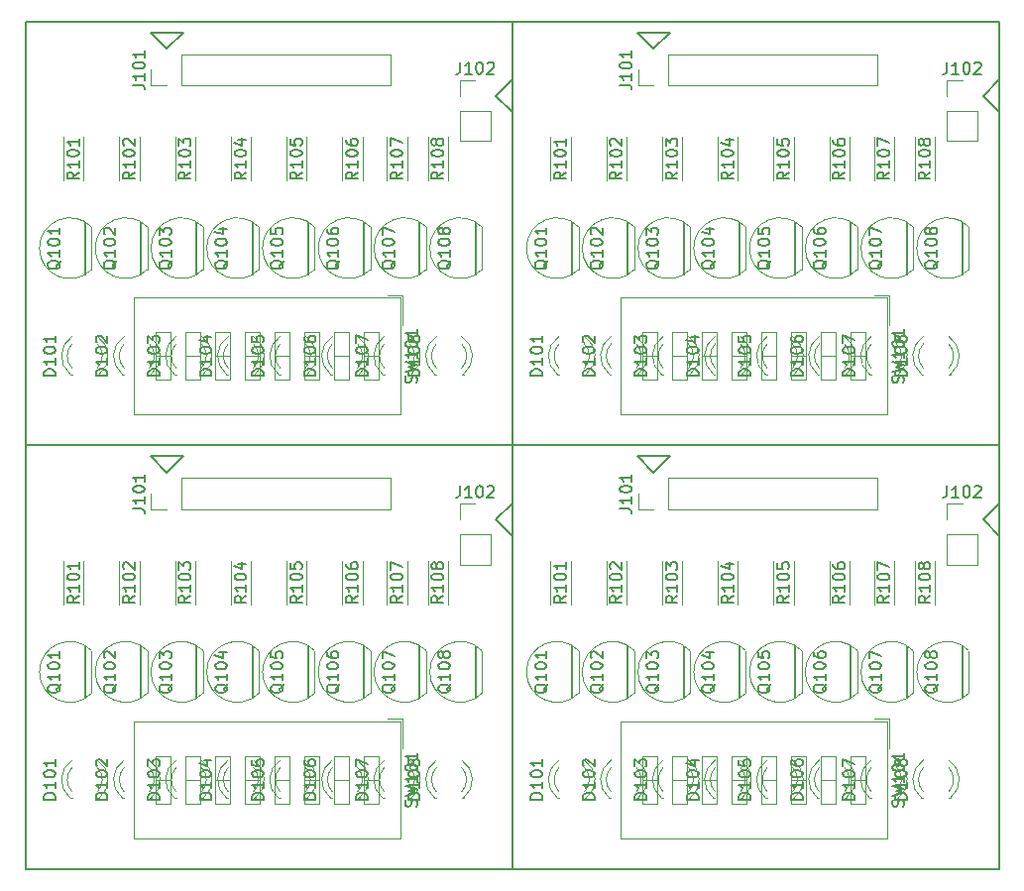
<source format=gbr>
%TF.GenerationSoftware,KiCad,Pcbnew,4.0.7-e2-6376~61~ubuntu18.04.1*%
%TF.CreationDate,2020-07-26T21:14:29+02:00*%
%TF.ProjectId,testio_panel,74657374696F5F70616E656C2E6B6963,rev?*%
%TF.FileFunction,Legend,Top*%
%FSLAX46Y46*%
G04 Gerber Fmt 4.6, Leading zero omitted, Abs format (unit mm)*
G04 Created by KiCad (PCBNEW 4.0.7-e2-6376~61~ubuntu18.04.1) date Sun Jul 26 21:14:29 2020*
%MOMM*%
%LPD*%
G01*
G04 APERTURE LIST*
%ADD10C,0.150000*%
%ADD11C,0.120000*%
G04 APERTURE END LIST*
D10*
X104727500Y-97425000D02*
X104727500Y-61230000D01*
X104727500Y-61230000D02*
X104727500Y-97425000D01*
X104727500Y-97425000D02*
X63135000Y-97425000D01*
X63135000Y-97425000D02*
X104727500Y-97425000D01*
X104727500Y-97425000D02*
X146320000Y-97425000D01*
X146320000Y-97425000D02*
X104727500Y-97425000D01*
X104727500Y-97425000D02*
X104727500Y-133620000D01*
X104727500Y-133620000D02*
X104727500Y-97425000D01*
X146320000Y-133620000D02*
X146320000Y-97425000D01*
X146320000Y-97425000D02*
X146320000Y-61230000D01*
X104727500Y-133620000D02*
X146320000Y-133620000D01*
X63135000Y-133620000D02*
X104727500Y-133620000D01*
X146320000Y-61230000D02*
X104727500Y-61230000D01*
X63135000Y-97425000D02*
X63135000Y-133620000D01*
X104727500Y-61230000D02*
X63135000Y-61230000D01*
X63135000Y-61230000D02*
X63135000Y-97425000D01*
X119357900Y-119027700D02*
X119357900Y-114557300D01*
D11*
X119912500Y-118592500D02*
X119912500Y-114992500D01*
X119900978Y-118630978D02*
G75*
G02X115462500Y-116792500I-1838478J1838478D01*
G01*
X119900978Y-114954022D02*
G75*
G03X115462500Y-116792500I-1838478J-1838478D01*
G01*
D10*
X77765400Y-119027700D02*
X77765400Y-114557300D01*
D11*
X78320000Y-118592500D02*
X78320000Y-114992500D01*
X78308478Y-118630978D02*
G75*
G02X73870000Y-116792500I-1838478J1838478D01*
G01*
X78308478Y-114954022D02*
G75*
G03X73870000Y-116792500I-1838478J-1838478D01*
G01*
D10*
X119357900Y-82832700D02*
X119357900Y-78362300D01*
D11*
X119912500Y-82397500D02*
X119912500Y-78797500D01*
X119900978Y-82435978D02*
G75*
G02X115462500Y-80597500I-1838478J1838478D01*
G01*
X119900978Y-78759022D02*
G75*
G03X115462500Y-80597500I-1838478J-1838478D01*
G01*
D10*
X114595400Y-119027700D02*
X114595400Y-114557300D01*
D11*
X115150000Y-118592500D02*
X115150000Y-114992500D01*
X115138478Y-118630978D02*
G75*
G02X110700000Y-116792500I-1838478J1838478D01*
G01*
X115138478Y-114954022D02*
G75*
G03X110700000Y-116792500I-1838478J-1838478D01*
G01*
D10*
X73002900Y-119027700D02*
X73002900Y-114557300D01*
D11*
X73557500Y-118592500D02*
X73557500Y-114992500D01*
X73545978Y-118630978D02*
G75*
G02X69107500Y-116792500I-1838478J1838478D01*
G01*
X73545978Y-114954022D02*
G75*
G03X69107500Y-116792500I-1838478J-1838478D01*
G01*
D10*
X114595400Y-82832700D02*
X114595400Y-78362300D01*
D11*
X115150000Y-82397500D02*
X115150000Y-78797500D01*
X115138478Y-82435978D02*
G75*
G02X110700000Y-80597500I-1838478J1838478D01*
G01*
X115138478Y-78759022D02*
G75*
G03X110700000Y-80597500I-1838478J-1838478D01*
G01*
X108728892Y-124327665D02*
G75*
G03X108571984Y-127560000I1078608J-1672335D01*
G01*
X110886108Y-124327665D02*
G75*
G02X111043016Y-127560000I-1078608J-1672335D01*
G01*
X108727663Y-124958870D02*
G75*
G03X108727500Y-127040961I1079837J-1041130D01*
G01*
X110887337Y-124958870D02*
G75*
G02X110887500Y-127040961I-1079837J-1041130D01*
G01*
X108571500Y-127560000D02*
X108727500Y-127560000D01*
X110887500Y-127560000D02*
X111043500Y-127560000D01*
X67136392Y-124327665D02*
G75*
G03X66979484Y-127560000I1078608J-1672335D01*
G01*
X69293608Y-124327665D02*
G75*
G02X69450516Y-127560000I-1078608J-1672335D01*
G01*
X67135163Y-124958870D02*
G75*
G03X67135000Y-127040961I1079837J-1041130D01*
G01*
X69294837Y-124958870D02*
G75*
G02X69295000Y-127040961I-1079837J-1041130D01*
G01*
X66979000Y-127560000D02*
X67135000Y-127560000D01*
X69295000Y-127560000D02*
X69451000Y-127560000D01*
X108728892Y-88132665D02*
G75*
G03X108571984Y-91365000I1078608J-1672335D01*
G01*
X110886108Y-88132665D02*
G75*
G02X111043016Y-91365000I-1078608J-1672335D01*
G01*
X108727663Y-88763870D02*
G75*
G03X108727500Y-90845961I1079837J-1041130D01*
G01*
X110887337Y-88763870D02*
G75*
G02X110887500Y-90845961I-1079837J-1041130D01*
G01*
X108571500Y-91365000D02*
X108727500Y-91365000D01*
X110887500Y-91365000D02*
X111043500Y-91365000D01*
D10*
X109832900Y-119027700D02*
X109832900Y-114557300D01*
D11*
X110387500Y-118592500D02*
X110387500Y-114992500D01*
X110375978Y-118630978D02*
G75*
G02X105937500Y-116792500I-1838478J1838478D01*
G01*
X110375978Y-114954022D02*
G75*
G03X105937500Y-116792500I-1838478J-1838478D01*
G01*
D10*
X68240400Y-119027700D02*
X68240400Y-114557300D01*
D11*
X68795000Y-118592500D02*
X68795000Y-114992500D01*
X68783478Y-118630978D02*
G75*
G02X64345000Y-116792500I-1838478J1838478D01*
G01*
X68783478Y-114954022D02*
G75*
G03X64345000Y-116792500I-1838478J-1838478D01*
G01*
D10*
X109832900Y-82832700D02*
X109832900Y-78362300D01*
D11*
X110387500Y-82397500D02*
X110387500Y-78797500D01*
X110375978Y-82435978D02*
G75*
G02X105937500Y-80597500I-1838478J1838478D01*
G01*
X110375978Y-78759022D02*
G75*
G03X105937500Y-80597500I-1838478J-1838478D01*
G01*
D10*
X124120400Y-119027700D02*
X124120400Y-114557300D01*
D11*
X124675000Y-118592500D02*
X124675000Y-114992500D01*
X124663478Y-118630978D02*
G75*
G02X120225000Y-116792500I-1838478J1838478D01*
G01*
X124663478Y-114954022D02*
G75*
G03X120225000Y-116792500I-1838478J-1838478D01*
G01*
D10*
X82527900Y-119027700D02*
X82527900Y-114557300D01*
D11*
X83082500Y-118592500D02*
X83082500Y-114992500D01*
X83070978Y-118630978D02*
G75*
G02X78632500Y-116792500I-1838478J1838478D01*
G01*
X83070978Y-114954022D02*
G75*
G03X78632500Y-116792500I-1838478J-1838478D01*
G01*
D10*
X124120400Y-82832700D02*
X124120400Y-78362300D01*
D11*
X124675000Y-82397500D02*
X124675000Y-78797500D01*
X124663478Y-82435978D02*
G75*
G02X120225000Y-80597500I-1838478J1838478D01*
G01*
X124663478Y-78759022D02*
G75*
G03X120225000Y-80597500I-1838478J-1838478D01*
G01*
X117618892Y-124327665D02*
G75*
G03X117461984Y-127560000I1078608J-1672335D01*
G01*
X119776108Y-124327665D02*
G75*
G02X119933016Y-127560000I-1078608J-1672335D01*
G01*
X117617663Y-124958870D02*
G75*
G03X117617500Y-127040961I1079837J-1041130D01*
G01*
X119777337Y-124958870D02*
G75*
G02X119777500Y-127040961I-1079837J-1041130D01*
G01*
X117461500Y-127560000D02*
X117617500Y-127560000D01*
X119777500Y-127560000D02*
X119933500Y-127560000D01*
X76026392Y-124327665D02*
G75*
G03X75869484Y-127560000I1078608J-1672335D01*
G01*
X78183608Y-124327665D02*
G75*
G02X78340516Y-127560000I-1078608J-1672335D01*
G01*
X76025163Y-124958870D02*
G75*
G03X76025000Y-127040961I1079837J-1041130D01*
G01*
X78184837Y-124958870D02*
G75*
G02X78185000Y-127040961I-1079837J-1041130D01*
G01*
X75869000Y-127560000D02*
X76025000Y-127560000D01*
X78185000Y-127560000D02*
X78341000Y-127560000D01*
X117618892Y-88132665D02*
G75*
G03X117461984Y-91365000I1078608J-1672335D01*
G01*
X119776108Y-88132665D02*
G75*
G02X119933016Y-91365000I-1078608J-1672335D01*
G01*
X117617663Y-88763870D02*
G75*
G03X117617500Y-90845961I1079837J-1041130D01*
G01*
X119777337Y-88763870D02*
G75*
G02X119777500Y-90845961I-1079837J-1041130D01*
G01*
X117461500Y-91365000D02*
X117617500Y-91365000D01*
X119777500Y-91365000D02*
X119933500Y-91365000D01*
X122063892Y-124327665D02*
G75*
G03X121906984Y-127560000I1078608J-1672335D01*
G01*
X124221108Y-124327665D02*
G75*
G02X124378016Y-127560000I-1078608J-1672335D01*
G01*
X122062663Y-124958870D02*
G75*
G03X122062500Y-127040961I1079837J-1041130D01*
G01*
X124222337Y-124958870D02*
G75*
G02X124222500Y-127040961I-1079837J-1041130D01*
G01*
X121906500Y-127560000D02*
X122062500Y-127560000D01*
X124222500Y-127560000D02*
X124378500Y-127560000D01*
X80471392Y-124327665D02*
G75*
G03X80314484Y-127560000I1078608J-1672335D01*
G01*
X82628608Y-124327665D02*
G75*
G02X82785516Y-127560000I-1078608J-1672335D01*
G01*
X80470163Y-124958870D02*
G75*
G03X80470000Y-127040961I1079837J-1041130D01*
G01*
X82629837Y-124958870D02*
G75*
G02X82630000Y-127040961I-1079837J-1041130D01*
G01*
X80314000Y-127560000D02*
X80470000Y-127560000D01*
X82630000Y-127560000D02*
X82786000Y-127560000D01*
X122063892Y-88132665D02*
G75*
G03X121906984Y-91365000I1078608J-1672335D01*
G01*
X124221108Y-88132665D02*
G75*
G02X124378016Y-91365000I-1078608J-1672335D01*
G01*
X122062663Y-88763870D02*
G75*
G03X122062500Y-90845961I1079837J-1041130D01*
G01*
X124222337Y-88763870D02*
G75*
G02X124222500Y-90845961I-1079837J-1041130D01*
G01*
X121906500Y-91365000D02*
X122062500Y-91365000D01*
X124222500Y-91365000D02*
X124378500Y-91365000D01*
X113173892Y-124327665D02*
G75*
G03X113016984Y-127560000I1078608J-1672335D01*
G01*
X115331108Y-124327665D02*
G75*
G02X115488016Y-127560000I-1078608J-1672335D01*
G01*
X113172663Y-124958870D02*
G75*
G03X113172500Y-127040961I1079837J-1041130D01*
G01*
X115332337Y-124958870D02*
G75*
G02X115332500Y-127040961I-1079837J-1041130D01*
G01*
X113016500Y-127560000D02*
X113172500Y-127560000D01*
X115332500Y-127560000D02*
X115488500Y-127560000D01*
X71581392Y-124327665D02*
G75*
G03X71424484Y-127560000I1078608J-1672335D01*
G01*
X73738608Y-124327665D02*
G75*
G02X73895516Y-127560000I-1078608J-1672335D01*
G01*
X71580163Y-124958870D02*
G75*
G03X71580000Y-127040961I1079837J-1041130D01*
G01*
X73739837Y-124958870D02*
G75*
G02X73740000Y-127040961I-1079837J-1041130D01*
G01*
X71424000Y-127560000D02*
X71580000Y-127560000D01*
X73740000Y-127560000D02*
X73896000Y-127560000D01*
X113173892Y-88132665D02*
G75*
G03X113016984Y-91365000I1078608J-1672335D01*
G01*
X115331108Y-88132665D02*
G75*
G02X115488016Y-91365000I-1078608J-1672335D01*
G01*
X113172663Y-88763870D02*
G75*
G03X113172500Y-90845961I1079837J-1041130D01*
G01*
X115332337Y-88763870D02*
G75*
G02X115332500Y-90845961I-1079837J-1041130D01*
G01*
X113016500Y-91365000D02*
X113172500Y-91365000D01*
X115332500Y-91365000D02*
X115488500Y-91365000D01*
D10*
X116792500Y-99774500D02*
X118189500Y-98377500D01*
X118189500Y-98377500D02*
X115395500Y-98377500D01*
X116792500Y-99774500D02*
X115395500Y-98377500D01*
D11*
X135902500Y-102882500D02*
X135902500Y-100222500D01*
X118062500Y-102882500D02*
X135902500Y-102882500D01*
X118062500Y-100222500D02*
X135902500Y-100222500D01*
X118062500Y-102882500D02*
X118062500Y-100222500D01*
X116792500Y-102882500D02*
X115462500Y-102882500D01*
X115462500Y-102882500D02*
X115462500Y-101552500D01*
D10*
X75200000Y-99774500D02*
X76597000Y-98377500D01*
X76597000Y-98377500D02*
X73803000Y-98377500D01*
X75200000Y-99774500D02*
X73803000Y-98377500D01*
D11*
X94310000Y-102882500D02*
X94310000Y-100222500D01*
X76470000Y-102882500D02*
X94310000Y-102882500D01*
X76470000Y-100222500D02*
X94310000Y-100222500D01*
X76470000Y-102882500D02*
X76470000Y-100222500D01*
X75200000Y-102882500D02*
X73870000Y-102882500D01*
X73870000Y-102882500D02*
X73870000Y-101552500D01*
D10*
X116792500Y-63579500D02*
X118189500Y-62182500D01*
X118189500Y-62182500D02*
X115395500Y-62182500D01*
X116792500Y-63579500D02*
X115395500Y-62182500D01*
D11*
X135902500Y-66687500D02*
X135902500Y-64027500D01*
X118062500Y-66687500D02*
X135902500Y-66687500D01*
X118062500Y-64027500D02*
X135902500Y-64027500D01*
X118062500Y-66687500D02*
X118062500Y-64027500D01*
X116792500Y-66687500D02*
X115462500Y-66687500D01*
X115462500Y-66687500D02*
X115462500Y-65357500D01*
X119240000Y-107312500D02*
X119240000Y-111032500D01*
X117520000Y-107312500D02*
X117520000Y-111032500D01*
X77647500Y-107312500D02*
X77647500Y-111032500D01*
X75927500Y-107312500D02*
X75927500Y-111032500D01*
X119240000Y-71117500D02*
X119240000Y-74837500D01*
X117520000Y-71117500D02*
X117520000Y-74837500D01*
X114477500Y-107312500D02*
X114477500Y-111032500D01*
X112757500Y-107312500D02*
X112757500Y-111032500D01*
X72885000Y-107312500D02*
X72885000Y-111032500D01*
X71165000Y-107312500D02*
X71165000Y-111032500D01*
X114477500Y-71117500D02*
X114477500Y-74837500D01*
X112757500Y-71117500D02*
X112757500Y-74837500D01*
X124002500Y-107312500D02*
X124002500Y-111032500D01*
X122282500Y-107312500D02*
X122282500Y-111032500D01*
X82410000Y-107312500D02*
X82410000Y-111032500D01*
X80690000Y-107312500D02*
X80690000Y-111032500D01*
X124002500Y-71117500D02*
X124002500Y-74837500D01*
X122282500Y-71117500D02*
X122282500Y-74837500D01*
X133527500Y-107312500D02*
X133527500Y-111032500D01*
X131807500Y-107312500D02*
X131807500Y-111032500D01*
X91935000Y-107312500D02*
X91935000Y-111032500D01*
X90215000Y-107312500D02*
X90215000Y-111032500D01*
X133527500Y-71117500D02*
X133527500Y-74837500D01*
X131807500Y-71117500D02*
X131807500Y-74837500D01*
X128765000Y-107312500D02*
X128765000Y-111032500D01*
X127045000Y-107312500D02*
X127045000Y-111032500D01*
X87172500Y-107312500D02*
X87172500Y-111032500D01*
X85452500Y-107312500D02*
X85452500Y-111032500D01*
X128765000Y-71117500D02*
X128765000Y-74837500D01*
X127045000Y-71117500D02*
X127045000Y-74837500D01*
X109715000Y-107312500D02*
X109715000Y-111032500D01*
X107995000Y-107312500D02*
X107995000Y-111032500D01*
X68122500Y-107312500D02*
X68122500Y-111032500D01*
X66402500Y-107312500D02*
X66402500Y-111032500D01*
X109715000Y-71117500D02*
X109715000Y-74837500D01*
X107995000Y-71117500D02*
X107995000Y-74837500D01*
X136935000Y-120790000D02*
X135665000Y-120790000D01*
X136935000Y-120790000D02*
X136935000Y-123330000D01*
X136735000Y-120990000D02*
X136735000Y-131010000D01*
X136735000Y-131010000D02*
X113995000Y-131010000D01*
X113995000Y-131010000D02*
X113995000Y-120990000D01*
X113995000Y-120990000D02*
X136735000Y-120990000D01*
X134890000Y-123970000D02*
X133620000Y-123970000D01*
X133620000Y-123970000D02*
X133620000Y-128030000D01*
X133620000Y-128030000D02*
X134890000Y-128030000D01*
X134890000Y-128030000D02*
X134890000Y-123970000D01*
X134890000Y-126000000D02*
X133620000Y-126000000D01*
X132350000Y-123970000D02*
X131080000Y-123970000D01*
X131080000Y-123970000D02*
X131080000Y-128030000D01*
X131080000Y-128030000D02*
X132350000Y-128030000D01*
X132350000Y-128030000D02*
X132350000Y-123970000D01*
X132350000Y-126000000D02*
X131080000Y-126000000D01*
X129810000Y-123970000D02*
X128540000Y-123970000D01*
X128540000Y-123970000D02*
X128540000Y-128030000D01*
X128540000Y-128030000D02*
X129810000Y-128030000D01*
X129810000Y-128030000D02*
X129810000Y-123970000D01*
X129810000Y-126000000D02*
X128540000Y-126000000D01*
X127270000Y-123970000D02*
X126000000Y-123970000D01*
X126000000Y-123970000D02*
X126000000Y-128030000D01*
X126000000Y-128030000D02*
X127270000Y-128030000D01*
X127270000Y-128030000D02*
X127270000Y-123970000D01*
X127270000Y-126000000D02*
X126000000Y-126000000D01*
X124730000Y-123970000D02*
X123460000Y-123970000D01*
X123460000Y-123970000D02*
X123460000Y-128030000D01*
X123460000Y-128030000D02*
X124730000Y-128030000D01*
X124730000Y-128030000D02*
X124730000Y-123970000D01*
X124730000Y-126000000D02*
X123460000Y-126000000D01*
X122190000Y-123970000D02*
X120920000Y-123970000D01*
X120920000Y-123970000D02*
X120920000Y-128030000D01*
X120920000Y-128030000D02*
X122190000Y-128030000D01*
X122190000Y-128030000D02*
X122190000Y-123970000D01*
X122190000Y-126000000D02*
X120920000Y-126000000D01*
X119650000Y-123970000D02*
X118380000Y-123970000D01*
X118380000Y-123970000D02*
X118380000Y-128030000D01*
X118380000Y-128030000D02*
X119650000Y-128030000D01*
X119650000Y-128030000D02*
X119650000Y-123970000D01*
X119650000Y-126000000D02*
X118380000Y-126000000D01*
X117110000Y-123970000D02*
X115840000Y-123970000D01*
X115840000Y-123970000D02*
X115840000Y-128030000D01*
X115840000Y-128030000D02*
X117110000Y-128030000D01*
X117110000Y-128030000D02*
X117110000Y-123970000D01*
X117110000Y-126000000D02*
X115840000Y-126000000D01*
X95342500Y-120790000D02*
X94072500Y-120790000D01*
X95342500Y-120790000D02*
X95342500Y-123330000D01*
X95142500Y-120990000D02*
X95142500Y-131010000D01*
X95142500Y-131010000D02*
X72402500Y-131010000D01*
X72402500Y-131010000D02*
X72402500Y-120990000D01*
X72402500Y-120990000D02*
X95142500Y-120990000D01*
X93297500Y-123970000D02*
X92027500Y-123970000D01*
X92027500Y-123970000D02*
X92027500Y-128030000D01*
X92027500Y-128030000D02*
X93297500Y-128030000D01*
X93297500Y-128030000D02*
X93297500Y-123970000D01*
X93297500Y-126000000D02*
X92027500Y-126000000D01*
X90757500Y-123970000D02*
X89487500Y-123970000D01*
X89487500Y-123970000D02*
X89487500Y-128030000D01*
X89487500Y-128030000D02*
X90757500Y-128030000D01*
X90757500Y-128030000D02*
X90757500Y-123970000D01*
X90757500Y-126000000D02*
X89487500Y-126000000D01*
X88217500Y-123970000D02*
X86947500Y-123970000D01*
X86947500Y-123970000D02*
X86947500Y-128030000D01*
X86947500Y-128030000D02*
X88217500Y-128030000D01*
X88217500Y-128030000D02*
X88217500Y-123970000D01*
X88217500Y-126000000D02*
X86947500Y-126000000D01*
X85677500Y-123970000D02*
X84407500Y-123970000D01*
X84407500Y-123970000D02*
X84407500Y-128030000D01*
X84407500Y-128030000D02*
X85677500Y-128030000D01*
X85677500Y-128030000D02*
X85677500Y-123970000D01*
X85677500Y-126000000D02*
X84407500Y-126000000D01*
X83137500Y-123970000D02*
X81867500Y-123970000D01*
X81867500Y-123970000D02*
X81867500Y-128030000D01*
X81867500Y-128030000D02*
X83137500Y-128030000D01*
X83137500Y-128030000D02*
X83137500Y-123970000D01*
X83137500Y-126000000D02*
X81867500Y-126000000D01*
X80597500Y-123970000D02*
X79327500Y-123970000D01*
X79327500Y-123970000D02*
X79327500Y-128030000D01*
X79327500Y-128030000D02*
X80597500Y-128030000D01*
X80597500Y-128030000D02*
X80597500Y-123970000D01*
X80597500Y-126000000D02*
X79327500Y-126000000D01*
X78057500Y-123970000D02*
X76787500Y-123970000D01*
X76787500Y-123970000D02*
X76787500Y-128030000D01*
X76787500Y-128030000D02*
X78057500Y-128030000D01*
X78057500Y-128030000D02*
X78057500Y-123970000D01*
X78057500Y-126000000D02*
X76787500Y-126000000D01*
X75517500Y-123970000D02*
X74247500Y-123970000D01*
X74247500Y-123970000D02*
X74247500Y-128030000D01*
X74247500Y-128030000D02*
X75517500Y-128030000D01*
X75517500Y-128030000D02*
X75517500Y-123970000D01*
X75517500Y-126000000D02*
X74247500Y-126000000D01*
X136935000Y-84595000D02*
X135665000Y-84595000D01*
X136935000Y-84595000D02*
X136935000Y-87135000D01*
X136735000Y-84795000D02*
X136735000Y-94815000D01*
X136735000Y-94815000D02*
X113995000Y-94815000D01*
X113995000Y-94815000D02*
X113995000Y-84795000D01*
X113995000Y-84795000D02*
X136735000Y-84795000D01*
X134890000Y-87775000D02*
X133620000Y-87775000D01*
X133620000Y-87775000D02*
X133620000Y-91835000D01*
X133620000Y-91835000D02*
X134890000Y-91835000D01*
X134890000Y-91835000D02*
X134890000Y-87775000D01*
X134890000Y-89805000D02*
X133620000Y-89805000D01*
X132350000Y-87775000D02*
X131080000Y-87775000D01*
X131080000Y-87775000D02*
X131080000Y-91835000D01*
X131080000Y-91835000D02*
X132350000Y-91835000D01*
X132350000Y-91835000D02*
X132350000Y-87775000D01*
X132350000Y-89805000D02*
X131080000Y-89805000D01*
X129810000Y-87775000D02*
X128540000Y-87775000D01*
X128540000Y-87775000D02*
X128540000Y-91835000D01*
X128540000Y-91835000D02*
X129810000Y-91835000D01*
X129810000Y-91835000D02*
X129810000Y-87775000D01*
X129810000Y-89805000D02*
X128540000Y-89805000D01*
X127270000Y-87775000D02*
X126000000Y-87775000D01*
X126000000Y-87775000D02*
X126000000Y-91835000D01*
X126000000Y-91835000D02*
X127270000Y-91835000D01*
X127270000Y-91835000D02*
X127270000Y-87775000D01*
X127270000Y-89805000D02*
X126000000Y-89805000D01*
X124730000Y-87775000D02*
X123460000Y-87775000D01*
X123460000Y-87775000D02*
X123460000Y-91835000D01*
X123460000Y-91835000D02*
X124730000Y-91835000D01*
X124730000Y-91835000D02*
X124730000Y-87775000D01*
X124730000Y-89805000D02*
X123460000Y-89805000D01*
X122190000Y-87775000D02*
X120920000Y-87775000D01*
X120920000Y-87775000D02*
X120920000Y-91835000D01*
X120920000Y-91835000D02*
X122190000Y-91835000D01*
X122190000Y-91835000D02*
X122190000Y-87775000D01*
X122190000Y-89805000D02*
X120920000Y-89805000D01*
X119650000Y-87775000D02*
X118380000Y-87775000D01*
X118380000Y-87775000D02*
X118380000Y-91835000D01*
X118380000Y-91835000D02*
X119650000Y-91835000D01*
X119650000Y-91835000D02*
X119650000Y-87775000D01*
X119650000Y-89805000D02*
X118380000Y-89805000D01*
X117110000Y-87775000D02*
X115840000Y-87775000D01*
X115840000Y-87775000D02*
X115840000Y-91835000D01*
X115840000Y-91835000D02*
X117110000Y-91835000D01*
X117110000Y-91835000D02*
X117110000Y-87775000D01*
X117110000Y-89805000D02*
X115840000Y-89805000D01*
X139843892Y-124327665D02*
G75*
G03X139686984Y-127560000I1078608J-1672335D01*
G01*
X142001108Y-124327665D02*
G75*
G02X142158016Y-127560000I-1078608J-1672335D01*
G01*
X139842663Y-124958870D02*
G75*
G03X139842500Y-127040961I1079837J-1041130D01*
G01*
X142002337Y-124958870D02*
G75*
G02X142002500Y-127040961I-1079837J-1041130D01*
G01*
X139686500Y-127560000D02*
X139842500Y-127560000D01*
X142002500Y-127560000D02*
X142158500Y-127560000D01*
X98251392Y-124327665D02*
G75*
G03X98094484Y-127560000I1078608J-1672335D01*
G01*
X100408608Y-124327665D02*
G75*
G02X100565516Y-127560000I-1078608J-1672335D01*
G01*
X98250163Y-124958870D02*
G75*
G03X98250000Y-127040961I1079837J-1041130D01*
G01*
X100409837Y-124958870D02*
G75*
G02X100410000Y-127040961I-1079837J-1041130D01*
G01*
X98094000Y-127560000D02*
X98250000Y-127560000D01*
X100410000Y-127560000D02*
X100566000Y-127560000D01*
X139843892Y-88132665D02*
G75*
G03X139686984Y-91365000I1078608J-1672335D01*
G01*
X142001108Y-88132665D02*
G75*
G02X142158016Y-91365000I-1078608J-1672335D01*
G01*
X139842663Y-88763870D02*
G75*
G03X139842500Y-90845961I1079837J-1041130D01*
G01*
X142002337Y-88763870D02*
G75*
G02X142002500Y-90845961I-1079837J-1041130D01*
G01*
X139686500Y-91365000D02*
X139842500Y-91365000D01*
X142002500Y-91365000D02*
X142158500Y-91365000D01*
X126508892Y-124327665D02*
G75*
G03X126351984Y-127560000I1078608J-1672335D01*
G01*
X128666108Y-124327665D02*
G75*
G02X128823016Y-127560000I-1078608J-1672335D01*
G01*
X126507663Y-124958870D02*
G75*
G03X126507500Y-127040961I1079837J-1041130D01*
G01*
X128667337Y-124958870D02*
G75*
G02X128667500Y-127040961I-1079837J-1041130D01*
G01*
X126351500Y-127560000D02*
X126507500Y-127560000D01*
X128667500Y-127560000D02*
X128823500Y-127560000D01*
X84916392Y-124327665D02*
G75*
G03X84759484Y-127560000I1078608J-1672335D01*
G01*
X87073608Y-124327665D02*
G75*
G02X87230516Y-127560000I-1078608J-1672335D01*
G01*
X84915163Y-124958870D02*
G75*
G03X84915000Y-127040961I1079837J-1041130D01*
G01*
X87074837Y-124958870D02*
G75*
G02X87075000Y-127040961I-1079837J-1041130D01*
G01*
X84759000Y-127560000D02*
X84915000Y-127560000D01*
X87075000Y-127560000D02*
X87231000Y-127560000D01*
X126508892Y-88132665D02*
G75*
G03X126351984Y-91365000I1078608J-1672335D01*
G01*
X128666108Y-88132665D02*
G75*
G02X128823016Y-91365000I-1078608J-1672335D01*
G01*
X126507663Y-88763870D02*
G75*
G03X126507500Y-90845961I1079837J-1041130D01*
G01*
X128667337Y-88763870D02*
G75*
G02X128667500Y-90845961I-1079837J-1041130D01*
G01*
X126351500Y-91365000D02*
X126507500Y-91365000D01*
X128667500Y-91365000D02*
X128823500Y-91365000D01*
X135398892Y-124327665D02*
G75*
G03X135241984Y-127560000I1078608J-1672335D01*
G01*
X137556108Y-124327665D02*
G75*
G02X137713016Y-127560000I-1078608J-1672335D01*
G01*
X135397663Y-124958870D02*
G75*
G03X135397500Y-127040961I1079837J-1041130D01*
G01*
X137557337Y-124958870D02*
G75*
G02X137557500Y-127040961I-1079837J-1041130D01*
G01*
X135241500Y-127560000D02*
X135397500Y-127560000D01*
X137557500Y-127560000D02*
X137713500Y-127560000D01*
X93806392Y-124327665D02*
G75*
G03X93649484Y-127560000I1078608J-1672335D01*
G01*
X95963608Y-124327665D02*
G75*
G02X96120516Y-127560000I-1078608J-1672335D01*
G01*
X93805163Y-124958870D02*
G75*
G03X93805000Y-127040961I1079837J-1041130D01*
G01*
X95964837Y-124958870D02*
G75*
G02X95965000Y-127040961I-1079837J-1041130D01*
G01*
X93649000Y-127560000D02*
X93805000Y-127560000D01*
X95965000Y-127560000D02*
X96121000Y-127560000D01*
X135398892Y-88132665D02*
G75*
G03X135241984Y-91365000I1078608J-1672335D01*
G01*
X137556108Y-88132665D02*
G75*
G02X137713016Y-91365000I-1078608J-1672335D01*
G01*
X135397663Y-88763870D02*
G75*
G03X135397500Y-90845961I1079837J-1041130D01*
G01*
X137557337Y-88763870D02*
G75*
G02X137557500Y-90845961I-1079837J-1041130D01*
G01*
X135241500Y-91365000D02*
X135397500Y-91365000D01*
X137557500Y-91365000D02*
X137713500Y-91365000D01*
X130953892Y-124327665D02*
G75*
G03X130796984Y-127560000I1078608J-1672335D01*
G01*
X133111108Y-124327665D02*
G75*
G02X133268016Y-127560000I-1078608J-1672335D01*
G01*
X130952663Y-124958870D02*
G75*
G03X130952500Y-127040961I1079837J-1041130D01*
G01*
X133112337Y-124958870D02*
G75*
G02X133112500Y-127040961I-1079837J-1041130D01*
G01*
X130796500Y-127560000D02*
X130952500Y-127560000D01*
X133112500Y-127560000D02*
X133268500Y-127560000D01*
X89361392Y-124327665D02*
G75*
G03X89204484Y-127560000I1078608J-1672335D01*
G01*
X91518608Y-124327665D02*
G75*
G02X91675516Y-127560000I-1078608J-1672335D01*
G01*
X89360163Y-124958870D02*
G75*
G03X89360000Y-127040961I1079837J-1041130D01*
G01*
X91519837Y-124958870D02*
G75*
G02X91520000Y-127040961I-1079837J-1041130D01*
G01*
X89204000Y-127560000D02*
X89360000Y-127560000D01*
X91520000Y-127560000D02*
X91676000Y-127560000D01*
X130953892Y-88132665D02*
G75*
G03X130796984Y-91365000I1078608J-1672335D01*
G01*
X133111108Y-88132665D02*
G75*
G02X133268016Y-91365000I-1078608J-1672335D01*
G01*
X130952663Y-88763870D02*
G75*
G03X130952500Y-90845961I1079837J-1041130D01*
G01*
X133112337Y-88763870D02*
G75*
G02X133112500Y-90845961I-1079837J-1041130D01*
G01*
X130796500Y-91365000D02*
X130952500Y-91365000D01*
X133112500Y-91365000D02*
X133268500Y-91365000D01*
D10*
X144923000Y-103775000D02*
X146320000Y-102378000D01*
X146320000Y-102378000D02*
X146320000Y-105172000D01*
X146320000Y-105172000D02*
X144923000Y-103775000D01*
D11*
X141815000Y-107645000D02*
X144475000Y-107645000D01*
X141815000Y-105045000D02*
X141815000Y-107645000D01*
X144475000Y-105045000D02*
X144475000Y-107645000D01*
X141815000Y-105045000D02*
X144475000Y-105045000D01*
X141815000Y-103775000D02*
X141815000Y-102445000D01*
X141815000Y-102445000D02*
X143145000Y-102445000D01*
D10*
X103330500Y-103775000D02*
X104727500Y-102378000D01*
X104727500Y-102378000D02*
X104727500Y-105172000D01*
X104727500Y-105172000D02*
X103330500Y-103775000D01*
D11*
X100222500Y-107645000D02*
X102882500Y-107645000D01*
X100222500Y-105045000D02*
X100222500Y-107645000D01*
X102882500Y-105045000D02*
X102882500Y-107645000D01*
X100222500Y-105045000D02*
X102882500Y-105045000D01*
X100222500Y-103775000D02*
X100222500Y-102445000D01*
X100222500Y-102445000D02*
X101552500Y-102445000D01*
D10*
X144923000Y-67580000D02*
X146320000Y-66183000D01*
X146320000Y-66183000D02*
X146320000Y-68977000D01*
X146320000Y-68977000D02*
X144923000Y-67580000D01*
D11*
X141815000Y-71450000D02*
X144475000Y-71450000D01*
X141815000Y-68850000D02*
X141815000Y-71450000D01*
X144475000Y-68850000D02*
X144475000Y-71450000D01*
X141815000Y-68850000D02*
X144475000Y-68850000D01*
X141815000Y-67580000D02*
X141815000Y-66250000D01*
X141815000Y-66250000D02*
X143145000Y-66250000D01*
D10*
X128882900Y-119027700D02*
X128882900Y-114557300D01*
D11*
X129437500Y-118592500D02*
X129437500Y-114992500D01*
X129425978Y-118630978D02*
G75*
G02X124987500Y-116792500I-1838478J1838478D01*
G01*
X129425978Y-114954022D02*
G75*
G03X124987500Y-116792500I-1838478J-1838478D01*
G01*
D10*
X87290400Y-119027700D02*
X87290400Y-114557300D01*
D11*
X87845000Y-118592500D02*
X87845000Y-114992500D01*
X87833478Y-118630978D02*
G75*
G02X83395000Y-116792500I-1838478J1838478D01*
G01*
X87833478Y-114954022D02*
G75*
G03X83395000Y-116792500I-1838478J-1838478D01*
G01*
D10*
X128882900Y-82832700D02*
X128882900Y-78362300D01*
D11*
X129437500Y-82397500D02*
X129437500Y-78797500D01*
X129425978Y-82435978D02*
G75*
G02X124987500Y-80597500I-1838478J1838478D01*
G01*
X129425978Y-78759022D02*
G75*
G03X124987500Y-80597500I-1838478J-1838478D01*
G01*
X140830000Y-107312500D02*
X140830000Y-111032500D01*
X139110000Y-107312500D02*
X139110000Y-111032500D01*
X99237500Y-107312500D02*
X99237500Y-111032500D01*
X97517500Y-107312500D02*
X97517500Y-111032500D01*
X140830000Y-71117500D02*
X140830000Y-74837500D01*
X139110000Y-71117500D02*
X139110000Y-74837500D01*
X137337500Y-107312500D02*
X137337500Y-111032500D01*
X135617500Y-107312500D02*
X135617500Y-111032500D01*
X95745000Y-107312500D02*
X95745000Y-111032500D01*
X94025000Y-107312500D02*
X94025000Y-111032500D01*
X137337500Y-71117500D02*
X137337500Y-74837500D01*
X135617500Y-71117500D02*
X135617500Y-74837500D01*
D10*
X138407900Y-119027700D02*
X138407900Y-114557300D01*
D11*
X138962500Y-118592500D02*
X138962500Y-114992500D01*
X138950978Y-118630978D02*
G75*
G02X134512500Y-116792500I-1838478J1838478D01*
G01*
X138950978Y-114954022D02*
G75*
G03X134512500Y-116792500I-1838478J-1838478D01*
G01*
D10*
X96815400Y-119027700D02*
X96815400Y-114557300D01*
D11*
X97370000Y-118592500D02*
X97370000Y-114992500D01*
X97358478Y-118630978D02*
G75*
G02X92920000Y-116792500I-1838478J1838478D01*
G01*
X97358478Y-114954022D02*
G75*
G03X92920000Y-116792500I-1838478J-1838478D01*
G01*
D10*
X138407900Y-82832700D02*
X138407900Y-78362300D01*
D11*
X138962500Y-82397500D02*
X138962500Y-78797500D01*
X138950978Y-82435978D02*
G75*
G02X134512500Y-80597500I-1838478J1838478D01*
G01*
X138950978Y-78759022D02*
G75*
G03X134512500Y-80597500I-1838478J-1838478D01*
G01*
D10*
X133645400Y-119027700D02*
X133645400Y-114557300D01*
D11*
X134200000Y-118592500D02*
X134200000Y-114992500D01*
X134188478Y-118630978D02*
G75*
G02X129750000Y-116792500I-1838478J1838478D01*
G01*
X134188478Y-114954022D02*
G75*
G03X129750000Y-116792500I-1838478J-1838478D01*
G01*
D10*
X92052900Y-119027700D02*
X92052900Y-114557300D01*
D11*
X92607500Y-118592500D02*
X92607500Y-114992500D01*
X92595978Y-118630978D02*
G75*
G02X88157500Y-116792500I-1838478J1838478D01*
G01*
X92595978Y-114954022D02*
G75*
G03X88157500Y-116792500I-1838478J-1838478D01*
G01*
D10*
X133645400Y-82832700D02*
X133645400Y-78362300D01*
D11*
X134200000Y-82397500D02*
X134200000Y-78797500D01*
X134188478Y-82435978D02*
G75*
G02X129750000Y-80597500I-1838478J1838478D01*
G01*
X134188478Y-78759022D02*
G75*
G03X129750000Y-80597500I-1838478J-1838478D01*
G01*
D10*
X143170400Y-119027700D02*
X143170400Y-114557300D01*
D11*
X143725000Y-118592500D02*
X143725000Y-114992500D01*
X143713478Y-118630978D02*
G75*
G02X139275000Y-116792500I-1838478J1838478D01*
G01*
X143713478Y-114954022D02*
G75*
G03X139275000Y-116792500I-1838478J-1838478D01*
G01*
D10*
X101577900Y-119027700D02*
X101577900Y-114557300D01*
D11*
X102132500Y-118592500D02*
X102132500Y-114992500D01*
X102120978Y-118630978D02*
G75*
G02X97682500Y-116792500I-1838478J1838478D01*
G01*
X102120978Y-114954022D02*
G75*
G03X97682500Y-116792500I-1838478J-1838478D01*
G01*
D10*
X143170400Y-82832700D02*
X143170400Y-78362300D01*
D11*
X143725000Y-82397500D02*
X143725000Y-78797500D01*
X143713478Y-82435978D02*
G75*
G02X139275000Y-80597500I-1838478J1838478D01*
G01*
X143713478Y-78759022D02*
G75*
G03X139275000Y-80597500I-1838478J-1838478D01*
G01*
X67136392Y-88132665D02*
G75*
G03X66979484Y-91365000I1078608J-1672335D01*
G01*
X69293608Y-88132665D02*
G75*
G02X69450516Y-91365000I-1078608J-1672335D01*
G01*
X67135163Y-88763870D02*
G75*
G03X67135000Y-90845961I1079837J-1041130D01*
G01*
X69294837Y-88763870D02*
G75*
G02X69295000Y-90845961I-1079837J-1041130D01*
G01*
X66979000Y-91365000D02*
X67135000Y-91365000D01*
X69295000Y-91365000D02*
X69451000Y-91365000D01*
X71581392Y-88132665D02*
G75*
G03X71424484Y-91365000I1078608J-1672335D01*
G01*
X73738608Y-88132665D02*
G75*
G02X73895516Y-91365000I-1078608J-1672335D01*
G01*
X71580163Y-88763870D02*
G75*
G03X71580000Y-90845961I1079837J-1041130D01*
G01*
X73739837Y-88763870D02*
G75*
G02X73740000Y-90845961I-1079837J-1041130D01*
G01*
X71424000Y-91365000D02*
X71580000Y-91365000D01*
X73740000Y-91365000D02*
X73896000Y-91365000D01*
X76026392Y-88132665D02*
G75*
G03X75869484Y-91365000I1078608J-1672335D01*
G01*
X78183608Y-88132665D02*
G75*
G02X78340516Y-91365000I-1078608J-1672335D01*
G01*
X76025163Y-88763870D02*
G75*
G03X76025000Y-90845961I1079837J-1041130D01*
G01*
X78184837Y-88763870D02*
G75*
G02X78185000Y-90845961I-1079837J-1041130D01*
G01*
X75869000Y-91365000D02*
X76025000Y-91365000D01*
X78185000Y-91365000D02*
X78341000Y-91365000D01*
X80471392Y-88132665D02*
G75*
G03X80314484Y-91365000I1078608J-1672335D01*
G01*
X82628608Y-88132665D02*
G75*
G02X82785516Y-91365000I-1078608J-1672335D01*
G01*
X80470163Y-88763870D02*
G75*
G03X80470000Y-90845961I1079837J-1041130D01*
G01*
X82629837Y-88763870D02*
G75*
G02X82630000Y-90845961I-1079837J-1041130D01*
G01*
X80314000Y-91365000D02*
X80470000Y-91365000D01*
X82630000Y-91365000D02*
X82786000Y-91365000D01*
X84916392Y-88132665D02*
G75*
G03X84759484Y-91365000I1078608J-1672335D01*
G01*
X87073608Y-88132665D02*
G75*
G02X87230516Y-91365000I-1078608J-1672335D01*
G01*
X84915163Y-88763870D02*
G75*
G03X84915000Y-90845961I1079837J-1041130D01*
G01*
X87074837Y-88763870D02*
G75*
G02X87075000Y-90845961I-1079837J-1041130D01*
G01*
X84759000Y-91365000D02*
X84915000Y-91365000D01*
X87075000Y-91365000D02*
X87231000Y-91365000D01*
X89361392Y-88132665D02*
G75*
G03X89204484Y-91365000I1078608J-1672335D01*
G01*
X91518608Y-88132665D02*
G75*
G02X91675516Y-91365000I-1078608J-1672335D01*
G01*
X89360163Y-88763870D02*
G75*
G03X89360000Y-90845961I1079837J-1041130D01*
G01*
X91519837Y-88763870D02*
G75*
G02X91520000Y-90845961I-1079837J-1041130D01*
G01*
X89204000Y-91365000D02*
X89360000Y-91365000D01*
X91520000Y-91365000D02*
X91676000Y-91365000D01*
X93806392Y-88132665D02*
G75*
G03X93649484Y-91365000I1078608J-1672335D01*
G01*
X95963608Y-88132665D02*
G75*
G02X96120516Y-91365000I-1078608J-1672335D01*
G01*
X93805163Y-88763870D02*
G75*
G03X93805000Y-90845961I1079837J-1041130D01*
G01*
X95964837Y-88763870D02*
G75*
G02X95965000Y-90845961I-1079837J-1041130D01*
G01*
X93649000Y-91365000D02*
X93805000Y-91365000D01*
X95965000Y-91365000D02*
X96121000Y-91365000D01*
X98251392Y-88132665D02*
G75*
G03X98094484Y-91365000I1078608J-1672335D01*
G01*
X100408608Y-88132665D02*
G75*
G02X100565516Y-91365000I-1078608J-1672335D01*
G01*
X98250163Y-88763870D02*
G75*
G03X98250000Y-90845961I1079837J-1041130D01*
G01*
X100409837Y-88763870D02*
G75*
G02X100410000Y-90845961I-1079837J-1041130D01*
G01*
X98094000Y-91365000D02*
X98250000Y-91365000D01*
X100410000Y-91365000D02*
X100566000Y-91365000D01*
D10*
X75200000Y-63579500D02*
X76597000Y-62182500D01*
X76597000Y-62182500D02*
X73803000Y-62182500D01*
X75200000Y-63579500D02*
X73803000Y-62182500D01*
D11*
X94310000Y-66687500D02*
X94310000Y-64027500D01*
X76470000Y-66687500D02*
X94310000Y-66687500D01*
X76470000Y-64027500D02*
X94310000Y-64027500D01*
X76470000Y-66687500D02*
X76470000Y-64027500D01*
X75200000Y-66687500D02*
X73870000Y-66687500D01*
X73870000Y-66687500D02*
X73870000Y-65357500D01*
D10*
X103330500Y-67580000D02*
X104727500Y-66183000D01*
X104727500Y-66183000D02*
X104727500Y-68977000D01*
X104727500Y-68977000D02*
X103330500Y-67580000D01*
D11*
X100222500Y-71450000D02*
X102882500Y-71450000D01*
X100222500Y-68850000D02*
X100222500Y-71450000D01*
X102882500Y-68850000D02*
X102882500Y-71450000D01*
X100222500Y-68850000D02*
X102882500Y-68850000D01*
X100222500Y-67580000D02*
X100222500Y-66250000D01*
X100222500Y-66250000D02*
X101552500Y-66250000D01*
D10*
X68240400Y-82832700D02*
X68240400Y-78362300D01*
D11*
X68795000Y-82397500D02*
X68795000Y-78797500D01*
X68783478Y-82435978D02*
G75*
G02X64345000Y-80597500I-1838478J1838478D01*
G01*
X68783478Y-78759022D02*
G75*
G03X64345000Y-80597500I-1838478J-1838478D01*
G01*
D10*
X73002900Y-82832700D02*
X73002900Y-78362300D01*
D11*
X73557500Y-82397500D02*
X73557500Y-78797500D01*
X73545978Y-82435978D02*
G75*
G02X69107500Y-80597500I-1838478J1838478D01*
G01*
X73545978Y-78759022D02*
G75*
G03X69107500Y-80597500I-1838478J-1838478D01*
G01*
D10*
X77765400Y-82832700D02*
X77765400Y-78362300D01*
D11*
X78320000Y-82397500D02*
X78320000Y-78797500D01*
X78308478Y-82435978D02*
G75*
G02X73870000Y-80597500I-1838478J1838478D01*
G01*
X78308478Y-78759022D02*
G75*
G03X73870000Y-80597500I-1838478J-1838478D01*
G01*
D10*
X82527900Y-82832700D02*
X82527900Y-78362300D01*
D11*
X83082500Y-82397500D02*
X83082500Y-78797500D01*
X83070978Y-82435978D02*
G75*
G02X78632500Y-80597500I-1838478J1838478D01*
G01*
X83070978Y-78759022D02*
G75*
G03X78632500Y-80597500I-1838478J-1838478D01*
G01*
D10*
X87290400Y-82832700D02*
X87290400Y-78362300D01*
D11*
X87845000Y-82397500D02*
X87845000Y-78797500D01*
X87833478Y-82435978D02*
G75*
G02X83395000Y-80597500I-1838478J1838478D01*
G01*
X87833478Y-78759022D02*
G75*
G03X83395000Y-80597500I-1838478J-1838478D01*
G01*
D10*
X92052900Y-82832700D02*
X92052900Y-78362300D01*
D11*
X92607500Y-82397500D02*
X92607500Y-78797500D01*
X92595978Y-82435978D02*
G75*
G02X88157500Y-80597500I-1838478J1838478D01*
G01*
X92595978Y-78759022D02*
G75*
G03X88157500Y-80597500I-1838478J-1838478D01*
G01*
D10*
X96815400Y-82832700D02*
X96815400Y-78362300D01*
D11*
X97370000Y-82397500D02*
X97370000Y-78797500D01*
X97358478Y-82435978D02*
G75*
G02X92920000Y-80597500I-1838478J1838478D01*
G01*
X97358478Y-78759022D02*
G75*
G03X92920000Y-80597500I-1838478J-1838478D01*
G01*
D10*
X101577900Y-82832700D02*
X101577900Y-78362300D01*
D11*
X102132500Y-82397500D02*
X102132500Y-78797500D01*
X102120978Y-82435978D02*
G75*
G02X97682500Y-80597500I-1838478J1838478D01*
G01*
X102120978Y-78759022D02*
G75*
G03X97682500Y-80597500I-1838478J-1838478D01*
G01*
X68122500Y-71117500D02*
X68122500Y-74837500D01*
X66402500Y-71117500D02*
X66402500Y-74837500D01*
X72885000Y-71117500D02*
X72885000Y-74837500D01*
X71165000Y-71117500D02*
X71165000Y-74837500D01*
X77647500Y-71117500D02*
X77647500Y-74837500D01*
X75927500Y-71117500D02*
X75927500Y-74837500D01*
X82410000Y-71117500D02*
X82410000Y-74837500D01*
X80690000Y-71117500D02*
X80690000Y-74837500D01*
X87172500Y-71117500D02*
X87172500Y-74837500D01*
X85452500Y-71117500D02*
X85452500Y-74837500D01*
X91935000Y-71117500D02*
X91935000Y-74837500D01*
X90215000Y-71117500D02*
X90215000Y-74837500D01*
X95745000Y-71117500D02*
X95745000Y-74837500D01*
X94025000Y-71117500D02*
X94025000Y-74837500D01*
X99237500Y-71117500D02*
X99237500Y-74837500D01*
X97517500Y-71117500D02*
X97517500Y-74837500D01*
X95342500Y-84595000D02*
X94072500Y-84595000D01*
X95342500Y-84595000D02*
X95342500Y-87135000D01*
X95142500Y-84795000D02*
X95142500Y-94815000D01*
X95142500Y-94815000D02*
X72402500Y-94815000D01*
X72402500Y-94815000D02*
X72402500Y-84795000D01*
X72402500Y-84795000D02*
X95142500Y-84795000D01*
X93297500Y-87775000D02*
X92027500Y-87775000D01*
X92027500Y-87775000D02*
X92027500Y-91835000D01*
X92027500Y-91835000D02*
X93297500Y-91835000D01*
X93297500Y-91835000D02*
X93297500Y-87775000D01*
X93297500Y-89805000D02*
X92027500Y-89805000D01*
X90757500Y-87775000D02*
X89487500Y-87775000D01*
X89487500Y-87775000D02*
X89487500Y-91835000D01*
X89487500Y-91835000D02*
X90757500Y-91835000D01*
X90757500Y-91835000D02*
X90757500Y-87775000D01*
X90757500Y-89805000D02*
X89487500Y-89805000D01*
X88217500Y-87775000D02*
X86947500Y-87775000D01*
X86947500Y-87775000D02*
X86947500Y-91835000D01*
X86947500Y-91835000D02*
X88217500Y-91835000D01*
X88217500Y-91835000D02*
X88217500Y-87775000D01*
X88217500Y-89805000D02*
X86947500Y-89805000D01*
X85677500Y-87775000D02*
X84407500Y-87775000D01*
X84407500Y-87775000D02*
X84407500Y-91835000D01*
X84407500Y-91835000D02*
X85677500Y-91835000D01*
X85677500Y-91835000D02*
X85677500Y-87775000D01*
X85677500Y-89805000D02*
X84407500Y-89805000D01*
X83137500Y-87775000D02*
X81867500Y-87775000D01*
X81867500Y-87775000D02*
X81867500Y-91835000D01*
X81867500Y-91835000D02*
X83137500Y-91835000D01*
X83137500Y-91835000D02*
X83137500Y-87775000D01*
X83137500Y-89805000D02*
X81867500Y-89805000D01*
X80597500Y-87775000D02*
X79327500Y-87775000D01*
X79327500Y-87775000D02*
X79327500Y-91835000D01*
X79327500Y-91835000D02*
X80597500Y-91835000D01*
X80597500Y-91835000D02*
X80597500Y-87775000D01*
X80597500Y-89805000D02*
X79327500Y-89805000D01*
X78057500Y-87775000D02*
X76787500Y-87775000D01*
X76787500Y-87775000D02*
X76787500Y-91835000D01*
X76787500Y-91835000D02*
X78057500Y-91835000D01*
X78057500Y-91835000D02*
X78057500Y-87775000D01*
X78057500Y-89805000D02*
X76787500Y-89805000D01*
X75517500Y-87775000D02*
X74247500Y-87775000D01*
X74247500Y-87775000D02*
X74247500Y-91835000D01*
X74247500Y-91835000D02*
X75517500Y-91835000D01*
X75517500Y-91835000D02*
X75517500Y-87775000D01*
X75517500Y-89805000D02*
X74247500Y-89805000D01*
D10*
X117276619Y-117840119D02*
X117229000Y-117935357D01*
X117133762Y-118030595D01*
X116990905Y-118173452D01*
X116943286Y-118268691D01*
X116943286Y-118363929D01*
X117181381Y-118316310D02*
X117133762Y-118411548D01*
X117038524Y-118506786D01*
X116848048Y-118554405D01*
X116514714Y-118554405D01*
X116324238Y-118506786D01*
X116229000Y-118411548D01*
X116181381Y-118316310D01*
X116181381Y-118125833D01*
X116229000Y-118030595D01*
X116324238Y-117935357D01*
X116514714Y-117887738D01*
X116848048Y-117887738D01*
X117038524Y-117935357D01*
X117133762Y-118030595D01*
X117181381Y-118125833D01*
X117181381Y-118316310D01*
X117181381Y-116935357D02*
X117181381Y-117506786D01*
X117181381Y-117221072D02*
X116181381Y-117221072D01*
X116324238Y-117316310D01*
X116419476Y-117411548D01*
X116467095Y-117506786D01*
X116181381Y-116316310D02*
X116181381Y-116221071D01*
X116229000Y-116125833D01*
X116276619Y-116078214D01*
X116371857Y-116030595D01*
X116562333Y-115982976D01*
X116800429Y-115982976D01*
X116990905Y-116030595D01*
X117086143Y-116078214D01*
X117133762Y-116125833D01*
X117181381Y-116221071D01*
X117181381Y-116316310D01*
X117133762Y-116411548D01*
X117086143Y-116459167D01*
X116990905Y-116506786D01*
X116800429Y-116554405D01*
X116562333Y-116554405D01*
X116371857Y-116506786D01*
X116276619Y-116459167D01*
X116229000Y-116411548D01*
X116181381Y-116316310D01*
X116181381Y-115649643D02*
X116181381Y-115030595D01*
X116562333Y-115363929D01*
X116562333Y-115221071D01*
X116609952Y-115125833D01*
X116657571Y-115078214D01*
X116752810Y-115030595D01*
X116990905Y-115030595D01*
X117086143Y-115078214D01*
X117133762Y-115125833D01*
X117181381Y-115221071D01*
X117181381Y-115506786D01*
X117133762Y-115602024D01*
X117086143Y-115649643D01*
X75684119Y-117840119D02*
X75636500Y-117935357D01*
X75541262Y-118030595D01*
X75398405Y-118173452D01*
X75350786Y-118268691D01*
X75350786Y-118363929D01*
X75588881Y-118316310D02*
X75541262Y-118411548D01*
X75446024Y-118506786D01*
X75255548Y-118554405D01*
X74922214Y-118554405D01*
X74731738Y-118506786D01*
X74636500Y-118411548D01*
X74588881Y-118316310D01*
X74588881Y-118125833D01*
X74636500Y-118030595D01*
X74731738Y-117935357D01*
X74922214Y-117887738D01*
X75255548Y-117887738D01*
X75446024Y-117935357D01*
X75541262Y-118030595D01*
X75588881Y-118125833D01*
X75588881Y-118316310D01*
X75588881Y-116935357D02*
X75588881Y-117506786D01*
X75588881Y-117221072D02*
X74588881Y-117221072D01*
X74731738Y-117316310D01*
X74826976Y-117411548D01*
X74874595Y-117506786D01*
X74588881Y-116316310D02*
X74588881Y-116221071D01*
X74636500Y-116125833D01*
X74684119Y-116078214D01*
X74779357Y-116030595D01*
X74969833Y-115982976D01*
X75207929Y-115982976D01*
X75398405Y-116030595D01*
X75493643Y-116078214D01*
X75541262Y-116125833D01*
X75588881Y-116221071D01*
X75588881Y-116316310D01*
X75541262Y-116411548D01*
X75493643Y-116459167D01*
X75398405Y-116506786D01*
X75207929Y-116554405D01*
X74969833Y-116554405D01*
X74779357Y-116506786D01*
X74684119Y-116459167D01*
X74636500Y-116411548D01*
X74588881Y-116316310D01*
X74588881Y-115649643D02*
X74588881Y-115030595D01*
X74969833Y-115363929D01*
X74969833Y-115221071D01*
X75017452Y-115125833D01*
X75065071Y-115078214D01*
X75160310Y-115030595D01*
X75398405Y-115030595D01*
X75493643Y-115078214D01*
X75541262Y-115125833D01*
X75588881Y-115221071D01*
X75588881Y-115506786D01*
X75541262Y-115602024D01*
X75493643Y-115649643D01*
X117276619Y-81645119D02*
X117229000Y-81740357D01*
X117133762Y-81835595D01*
X116990905Y-81978452D01*
X116943286Y-82073691D01*
X116943286Y-82168929D01*
X117181381Y-82121310D02*
X117133762Y-82216548D01*
X117038524Y-82311786D01*
X116848048Y-82359405D01*
X116514714Y-82359405D01*
X116324238Y-82311786D01*
X116229000Y-82216548D01*
X116181381Y-82121310D01*
X116181381Y-81930833D01*
X116229000Y-81835595D01*
X116324238Y-81740357D01*
X116514714Y-81692738D01*
X116848048Y-81692738D01*
X117038524Y-81740357D01*
X117133762Y-81835595D01*
X117181381Y-81930833D01*
X117181381Y-82121310D01*
X117181381Y-80740357D02*
X117181381Y-81311786D01*
X117181381Y-81026072D02*
X116181381Y-81026072D01*
X116324238Y-81121310D01*
X116419476Y-81216548D01*
X116467095Y-81311786D01*
X116181381Y-80121310D02*
X116181381Y-80026071D01*
X116229000Y-79930833D01*
X116276619Y-79883214D01*
X116371857Y-79835595D01*
X116562333Y-79787976D01*
X116800429Y-79787976D01*
X116990905Y-79835595D01*
X117086143Y-79883214D01*
X117133762Y-79930833D01*
X117181381Y-80026071D01*
X117181381Y-80121310D01*
X117133762Y-80216548D01*
X117086143Y-80264167D01*
X116990905Y-80311786D01*
X116800429Y-80359405D01*
X116562333Y-80359405D01*
X116371857Y-80311786D01*
X116276619Y-80264167D01*
X116229000Y-80216548D01*
X116181381Y-80121310D01*
X116181381Y-79454643D02*
X116181381Y-78835595D01*
X116562333Y-79168929D01*
X116562333Y-79026071D01*
X116609952Y-78930833D01*
X116657571Y-78883214D01*
X116752810Y-78835595D01*
X116990905Y-78835595D01*
X117086143Y-78883214D01*
X117133762Y-78930833D01*
X117181381Y-79026071D01*
X117181381Y-79311786D01*
X117133762Y-79407024D01*
X117086143Y-79454643D01*
X112514119Y-117840119D02*
X112466500Y-117935357D01*
X112371262Y-118030595D01*
X112228405Y-118173452D01*
X112180786Y-118268691D01*
X112180786Y-118363929D01*
X112418881Y-118316310D02*
X112371262Y-118411548D01*
X112276024Y-118506786D01*
X112085548Y-118554405D01*
X111752214Y-118554405D01*
X111561738Y-118506786D01*
X111466500Y-118411548D01*
X111418881Y-118316310D01*
X111418881Y-118125833D01*
X111466500Y-118030595D01*
X111561738Y-117935357D01*
X111752214Y-117887738D01*
X112085548Y-117887738D01*
X112276024Y-117935357D01*
X112371262Y-118030595D01*
X112418881Y-118125833D01*
X112418881Y-118316310D01*
X112418881Y-116935357D02*
X112418881Y-117506786D01*
X112418881Y-117221072D02*
X111418881Y-117221072D01*
X111561738Y-117316310D01*
X111656976Y-117411548D01*
X111704595Y-117506786D01*
X111418881Y-116316310D02*
X111418881Y-116221071D01*
X111466500Y-116125833D01*
X111514119Y-116078214D01*
X111609357Y-116030595D01*
X111799833Y-115982976D01*
X112037929Y-115982976D01*
X112228405Y-116030595D01*
X112323643Y-116078214D01*
X112371262Y-116125833D01*
X112418881Y-116221071D01*
X112418881Y-116316310D01*
X112371262Y-116411548D01*
X112323643Y-116459167D01*
X112228405Y-116506786D01*
X112037929Y-116554405D01*
X111799833Y-116554405D01*
X111609357Y-116506786D01*
X111514119Y-116459167D01*
X111466500Y-116411548D01*
X111418881Y-116316310D01*
X111514119Y-115602024D02*
X111466500Y-115554405D01*
X111418881Y-115459167D01*
X111418881Y-115221071D01*
X111466500Y-115125833D01*
X111514119Y-115078214D01*
X111609357Y-115030595D01*
X111704595Y-115030595D01*
X111847452Y-115078214D01*
X112418881Y-115649643D01*
X112418881Y-115030595D01*
X70921619Y-117840119D02*
X70874000Y-117935357D01*
X70778762Y-118030595D01*
X70635905Y-118173452D01*
X70588286Y-118268691D01*
X70588286Y-118363929D01*
X70826381Y-118316310D02*
X70778762Y-118411548D01*
X70683524Y-118506786D01*
X70493048Y-118554405D01*
X70159714Y-118554405D01*
X69969238Y-118506786D01*
X69874000Y-118411548D01*
X69826381Y-118316310D01*
X69826381Y-118125833D01*
X69874000Y-118030595D01*
X69969238Y-117935357D01*
X70159714Y-117887738D01*
X70493048Y-117887738D01*
X70683524Y-117935357D01*
X70778762Y-118030595D01*
X70826381Y-118125833D01*
X70826381Y-118316310D01*
X70826381Y-116935357D02*
X70826381Y-117506786D01*
X70826381Y-117221072D02*
X69826381Y-117221072D01*
X69969238Y-117316310D01*
X70064476Y-117411548D01*
X70112095Y-117506786D01*
X69826381Y-116316310D02*
X69826381Y-116221071D01*
X69874000Y-116125833D01*
X69921619Y-116078214D01*
X70016857Y-116030595D01*
X70207333Y-115982976D01*
X70445429Y-115982976D01*
X70635905Y-116030595D01*
X70731143Y-116078214D01*
X70778762Y-116125833D01*
X70826381Y-116221071D01*
X70826381Y-116316310D01*
X70778762Y-116411548D01*
X70731143Y-116459167D01*
X70635905Y-116506786D01*
X70445429Y-116554405D01*
X70207333Y-116554405D01*
X70016857Y-116506786D01*
X69921619Y-116459167D01*
X69874000Y-116411548D01*
X69826381Y-116316310D01*
X69921619Y-115602024D02*
X69874000Y-115554405D01*
X69826381Y-115459167D01*
X69826381Y-115221071D01*
X69874000Y-115125833D01*
X69921619Y-115078214D01*
X70016857Y-115030595D01*
X70112095Y-115030595D01*
X70254952Y-115078214D01*
X70826381Y-115649643D01*
X70826381Y-115030595D01*
X112514119Y-81645119D02*
X112466500Y-81740357D01*
X112371262Y-81835595D01*
X112228405Y-81978452D01*
X112180786Y-82073691D01*
X112180786Y-82168929D01*
X112418881Y-82121310D02*
X112371262Y-82216548D01*
X112276024Y-82311786D01*
X112085548Y-82359405D01*
X111752214Y-82359405D01*
X111561738Y-82311786D01*
X111466500Y-82216548D01*
X111418881Y-82121310D01*
X111418881Y-81930833D01*
X111466500Y-81835595D01*
X111561738Y-81740357D01*
X111752214Y-81692738D01*
X112085548Y-81692738D01*
X112276024Y-81740357D01*
X112371262Y-81835595D01*
X112418881Y-81930833D01*
X112418881Y-82121310D01*
X112418881Y-80740357D02*
X112418881Y-81311786D01*
X112418881Y-81026072D02*
X111418881Y-81026072D01*
X111561738Y-81121310D01*
X111656976Y-81216548D01*
X111704595Y-81311786D01*
X111418881Y-80121310D02*
X111418881Y-80026071D01*
X111466500Y-79930833D01*
X111514119Y-79883214D01*
X111609357Y-79835595D01*
X111799833Y-79787976D01*
X112037929Y-79787976D01*
X112228405Y-79835595D01*
X112323643Y-79883214D01*
X112371262Y-79930833D01*
X112418881Y-80026071D01*
X112418881Y-80121310D01*
X112371262Y-80216548D01*
X112323643Y-80264167D01*
X112228405Y-80311786D01*
X112037929Y-80359405D01*
X111799833Y-80359405D01*
X111609357Y-80311786D01*
X111514119Y-80264167D01*
X111466500Y-80216548D01*
X111418881Y-80121310D01*
X111514119Y-79407024D02*
X111466500Y-79359405D01*
X111418881Y-79264167D01*
X111418881Y-79026071D01*
X111466500Y-78930833D01*
X111514119Y-78883214D01*
X111609357Y-78835595D01*
X111704595Y-78835595D01*
X111847452Y-78883214D01*
X112418881Y-79454643D01*
X112418881Y-78835595D01*
X107299881Y-127690476D02*
X106299881Y-127690476D01*
X106299881Y-127452381D01*
X106347500Y-127309523D01*
X106442738Y-127214285D01*
X106537976Y-127166666D01*
X106728452Y-127119047D01*
X106871310Y-127119047D01*
X107061786Y-127166666D01*
X107157024Y-127214285D01*
X107252262Y-127309523D01*
X107299881Y-127452381D01*
X107299881Y-127690476D01*
X107299881Y-126166666D02*
X107299881Y-126738095D01*
X107299881Y-126452381D02*
X106299881Y-126452381D01*
X106442738Y-126547619D01*
X106537976Y-126642857D01*
X106585595Y-126738095D01*
X106299881Y-125547619D02*
X106299881Y-125452380D01*
X106347500Y-125357142D01*
X106395119Y-125309523D01*
X106490357Y-125261904D01*
X106680833Y-125214285D01*
X106918929Y-125214285D01*
X107109405Y-125261904D01*
X107204643Y-125309523D01*
X107252262Y-125357142D01*
X107299881Y-125452380D01*
X107299881Y-125547619D01*
X107252262Y-125642857D01*
X107204643Y-125690476D01*
X107109405Y-125738095D01*
X106918929Y-125785714D01*
X106680833Y-125785714D01*
X106490357Y-125738095D01*
X106395119Y-125690476D01*
X106347500Y-125642857D01*
X106299881Y-125547619D01*
X107299881Y-124261904D02*
X107299881Y-124833333D01*
X107299881Y-124547619D02*
X106299881Y-124547619D01*
X106442738Y-124642857D01*
X106537976Y-124738095D01*
X106585595Y-124833333D01*
X65707381Y-127690476D02*
X64707381Y-127690476D01*
X64707381Y-127452381D01*
X64755000Y-127309523D01*
X64850238Y-127214285D01*
X64945476Y-127166666D01*
X65135952Y-127119047D01*
X65278810Y-127119047D01*
X65469286Y-127166666D01*
X65564524Y-127214285D01*
X65659762Y-127309523D01*
X65707381Y-127452381D01*
X65707381Y-127690476D01*
X65707381Y-126166666D02*
X65707381Y-126738095D01*
X65707381Y-126452381D02*
X64707381Y-126452381D01*
X64850238Y-126547619D01*
X64945476Y-126642857D01*
X64993095Y-126738095D01*
X64707381Y-125547619D02*
X64707381Y-125452380D01*
X64755000Y-125357142D01*
X64802619Y-125309523D01*
X64897857Y-125261904D01*
X65088333Y-125214285D01*
X65326429Y-125214285D01*
X65516905Y-125261904D01*
X65612143Y-125309523D01*
X65659762Y-125357142D01*
X65707381Y-125452380D01*
X65707381Y-125547619D01*
X65659762Y-125642857D01*
X65612143Y-125690476D01*
X65516905Y-125738095D01*
X65326429Y-125785714D01*
X65088333Y-125785714D01*
X64897857Y-125738095D01*
X64802619Y-125690476D01*
X64755000Y-125642857D01*
X64707381Y-125547619D01*
X65707381Y-124261904D02*
X65707381Y-124833333D01*
X65707381Y-124547619D02*
X64707381Y-124547619D01*
X64850238Y-124642857D01*
X64945476Y-124738095D01*
X64993095Y-124833333D01*
X107299881Y-91495476D02*
X106299881Y-91495476D01*
X106299881Y-91257381D01*
X106347500Y-91114523D01*
X106442738Y-91019285D01*
X106537976Y-90971666D01*
X106728452Y-90924047D01*
X106871310Y-90924047D01*
X107061786Y-90971666D01*
X107157024Y-91019285D01*
X107252262Y-91114523D01*
X107299881Y-91257381D01*
X107299881Y-91495476D01*
X107299881Y-89971666D02*
X107299881Y-90543095D01*
X107299881Y-90257381D02*
X106299881Y-90257381D01*
X106442738Y-90352619D01*
X106537976Y-90447857D01*
X106585595Y-90543095D01*
X106299881Y-89352619D02*
X106299881Y-89257380D01*
X106347500Y-89162142D01*
X106395119Y-89114523D01*
X106490357Y-89066904D01*
X106680833Y-89019285D01*
X106918929Y-89019285D01*
X107109405Y-89066904D01*
X107204643Y-89114523D01*
X107252262Y-89162142D01*
X107299881Y-89257380D01*
X107299881Y-89352619D01*
X107252262Y-89447857D01*
X107204643Y-89495476D01*
X107109405Y-89543095D01*
X106918929Y-89590714D01*
X106680833Y-89590714D01*
X106490357Y-89543095D01*
X106395119Y-89495476D01*
X106347500Y-89447857D01*
X106299881Y-89352619D01*
X107299881Y-88066904D02*
X107299881Y-88638333D01*
X107299881Y-88352619D02*
X106299881Y-88352619D01*
X106442738Y-88447857D01*
X106537976Y-88543095D01*
X106585595Y-88638333D01*
X107751619Y-117840119D02*
X107704000Y-117935357D01*
X107608762Y-118030595D01*
X107465905Y-118173452D01*
X107418286Y-118268691D01*
X107418286Y-118363929D01*
X107656381Y-118316310D02*
X107608762Y-118411548D01*
X107513524Y-118506786D01*
X107323048Y-118554405D01*
X106989714Y-118554405D01*
X106799238Y-118506786D01*
X106704000Y-118411548D01*
X106656381Y-118316310D01*
X106656381Y-118125833D01*
X106704000Y-118030595D01*
X106799238Y-117935357D01*
X106989714Y-117887738D01*
X107323048Y-117887738D01*
X107513524Y-117935357D01*
X107608762Y-118030595D01*
X107656381Y-118125833D01*
X107656381Y-118316310D01*
X107656381Y-116935357D02*
X107656381Y-117506786D01*
X107656381Y-117221072D02*
X106656381Y-117221072D01*
X106799238Y-117316310D01*
X106894476Y-117411548D01*
X106942095Y-117506786D01*
X106656381Y-116316310D02*
X106656381Y-116221071D01*
X106704000Y-116125833D01*
X106751619Y-116078214D01*
X106846857Y-116030595D01*
X107037333Y-115982976D01*
X107275429Y-115982976D01*
X107465905Y-116030595D01*
X107561143Y-116078214D01*
X107608762Y-116125833D01*
X107656381Y-116221071D01*
X107656381Y-116316310D01*
X107608762Y-116411548D01*
X107561143Y-116459167D01*
X107465905Y-116506786D01*
X107275429Y-116554405D01*
X107037333Y-116554405D01*
X106846857Y-116506786D01*
X106751619Y-116459167D01*
X106704000Y-116411548D01*
X106656381Y-116316310D01*
X107656381Y-115030595D02*
X107656381Y-115602024D01*
X107656381Y-115316310D02*
X106656381Y-115316310D01*
X106799238Y-115411548D01*
X106894476Y-115506786D01*
X106942095Y-115602024D01*
X66159119Y-117840119D02*
X66111500Y-117935357D01*
X66016262Y-118030595D01*
X65873405Y-118173452D01*
X65825786Y-118268691D01*
X65825786Y-118363929D01*
X66063881Y-118316310D02*
X66016262Y-118411548D01*
X65921024Y-118506786D01*
X65730548Y-118554405D01*
X65397214Y-118554405D01*
X65206738Y-118506786D01*
X65111500Y-118411548D01*
X65063881Y-118316310D01*
X65063881Y-118125833D01*
X65111500Y-118030595D01*
X65206738Y-117935357D01*
X65397214Y-117887738D01*
X65730548Y-117887738D01*
X65921024Y-117935357D01*
X66016262Y-118030595D01*
X66063881Y-118125833D01*
X66063881Y-118316310D01*
X66063881Y-116935357D02*
X66063881Y-117506786D01*
X66063881Y-117221072D02*
X65063881Y-117221072D01*
X65206738Y-117316310D01*
X65301976Y-117411548D01*
X65349595Y-117506786D01*
X65063881Y-116316310D02*
X65063881Y-116221071D01*
X65111500Y-116125833D01*
X65159119Y-116078214D01*
X65254357Y-116030595D01*
X65444833Y-115982976D01*
X65682929Y-115982976D01*
X65873405Y-116030595D01*
X65968643Y-116078214D01*
X66016262Y-116125833D01*
X66063881Y-116221071D01*
X66063881Y-116316310D01*
X66016262Y-116411548D01*
X65968643Y-116459167D01*
X65873405Y-116506786D01*
X65682929Y-116554405D01*
X65444833Y-116554405D01*
X65254357Y-116506786D01*
X65159119Y-116459167D01*
X65111500Y-116411548D01*
X65063881Y-116316310D01*
X66063881Y-115030595D02*
X66063881Y-115602024D01*
X66063881Y-115316310D02*
X65063881Y-115316310D01*
X65206738Y-115411548D01*
X65301976Y-115506786D01*
X65349595Y-115602024D01*
X107751619Y-81645119D02*
X107704000Y-81740357D01*
X107608762Y-81835595D01*
X107465905Y-81978452D01*
X107418286Y-82073691D01*
X107418286Y-82168929D01*
X107656381Y-82121310D02*
X107608762Y-82216548D01*
X107513524Y-82311786D01*
X107323048Y-82359405D01*
X106989714Y-82359405D01*
X106799238Y-82311786D01*
X106704000Y-82216548D01*
X106656381Y-82121310D01*
X106656381Y-81930833D01*
X106704000Y-81835595D01*
X106799238Y-81740357D01*
X106989714Y-81692738D01*
X107323048Y-81692738D01*
X107513524Y-81740357D01*
X107608762Y-81835595D01*
X107656381Y-81930833D01*
X107656381Y-82121310D01*
X107656381Y-80740357D02*
X107656381Y-81311786D01*
X107656381Y-81026072D02*
X106656381Y-81026072D01*
X106799238Y-81121310D01*
X106894476Y-81216548D01*
X106942095Y-81311786D01*
X106656381Y-80121310D02*
X106656381Y-80026071D01*
X106704000Y-79930833D01*
X106751619Y-79883214D01*
X106846857Y-79835595D01*
X107037333Y-79787976D01*
X107275429Y-79787976D01*
X107465905Y-79835595D01*
X107561143Y-79883214D01*
X107608762Y-79930833D01*
X107656381Y-80026071D01*
X107656381Y-80121310D01*
X107608762Y-80216548D01*
X107561143Y-80264167D01*
X107465905Y-80311786D01*
X107275429Y-80359405D01*
X107037333Y-80359405D01*
X106846857Y-80311786D01*
X106751619Y-80264167D01*
X106704000Y-80216548D01*
X106656381Y-80121310D01*
X107656381Y-78835595D02*
X107656381Y-79407024D01*
X107656381Y-79121310D02*
X106656381Y-79121310D01*
X106799238Y-79216548D01*
X106894476Y-79311786D01*
X106942095Y-79407024D01*
X122039119Y-117840119D02*
X121991500Y-117935357D01*
X121896262Y-118030595D01*
X121753405Y-118173452D01*
X121705786Y-118268691D01*
X121705786Y-118363929D01*
X121943881Y-118316310D02*
X121896262Y-118411548D01*
X121801024Y-118506786D01*
X121610548Y-118554405D01*
X121277214Y-118554405D01*
X121086738Y-118506786D01*
X120991500Y-118411548D01*
X120943881Y-118316310D01*
X120943881Y-118125833D01*
X120991500Y-118030595D01*
X121086738Y-117935357D01*
X121277214Y-117887738D01*
X121610548Y-117887738D01*
X121801024Y-117935357D01*
X121896262Y-118030595D01*
X121943881Y-118125833D01*
X121943881Y-118316310D01*
X121943881Y-116935357D02*
X121943881Y-117506786D01*
X121943881Y-117221072D02*
X120943881Y-117221072D01*
X121086738Y-117316310D01*
X121181976Y-117411548D01*
X121229595Y-117506786D01*
X120943881Y-116316310D02*
X120943881Y-116221071D01*
X120991500Y-116125833D01*
X121039119Y-116078214D01*
X121134357Y-116030595D01*
X121324833Y-115982976D01*
X121562929Y-115982976D01*
X121753405Y-116030595D01*
X121848643Y-116078214D01*
X121896262Y-116125833D01*
X121943881Y-116221071D01*
X121943881Y-116316310D01*
X121896262Y-116411548D01*
X121848643Y-116459167D01*
X121753405Y-116506786D01*
X121562929Y-116554405D01*
X121324833Y-116554405D01*
X121134357Y-116506786D01*
X121039119Y-116459167D01*
X120991500Y-116411548D01*
X120943881Y-116316310D01*
X121277214Y-115125833D02*
X121943881Y-115125833D01*
X120896262Y-115363929D02*
X121610548Y-115602024D01*
X121610548Y-114982976D01*
X80446619Y-117840119D02*
X80399000Y-117935357D01*
X80303762Y-118030595D01*
X80160905Y-118173452D01*
X80113286Y-118268691D01*
X80113286Y-118363929D01*
X80351381Y-118316310D02*
X80303762Y-118411548D01*
X80208524Y-118506786D01*
X80018048Y-118554405D01*
X79684714Y-118554405D01*
X79494238Y-118506786D01*
X79399000Y-118411548D01*
X79351381Y-118316310D01*
X79351381Y-118125833D01*
X79399000Y-118030595D01*
X79494238Y-117935357D01*
X79684714Y-117887738D01*
X80018048Y-117887738D01*
X80208524Y-117935357D01*
X80303762Y-118030595D01*
X80351381Y-118125833D01*
X80351381Y-118316310D01*
X80351381Y-116935357D02*
X80351381Y-117506786D01*
X80351381Y-117221072D02*
X79351381Y-117221072D01*
X79494238Y-117316310D01*
X79589476Y-117411548D01*
X79637095Y-117506786D01*
X79351381Y-116316310D02*
X79351381Y-116221071D01*
X79399000Y-116125833D01*
X79446619Y-116078214D01*
X79541857Y-116030595D01*
X79732333Y-115982976D01*
X79970429Y-115982976D01*
X80160905Y-116030595D01*
X80256143Y-116078214D01*
X80303762Y-116125833D01*
X80351381Y-116221071D01*
X80351381Y-116316310D01*
X80303762Y-116411548D01*
X80256143Y-116459167D01*
X80160905Y-116506786D01*
X79970429Y-116554405D01*
X79732333Y-116554405D01*
X79541857Y-116506786D01*
X79446619Y-116459167D01*
X79399000Y-116411548D01*
X79351381Y-116316310D01*
X79684714Y-115125833D02*
X80351381Y-115125833D01*
X79303762Y-115363929D02*
X80018048Y-115602024D01*
X80018048Y-114982976D01*
X122039119Y-81645119D02*
X121991500Y-81740357D01*
X121896262Y-81835595D01*
X121753405Y-81978452D01*
X121705786Y-82073691D01*
X121705786Y-82168929D01*
X121943881Y-82121310D02*
X121896262Y-82216548D01*
X121801024Y-82311786D01*
X121610548Y-82359405D01*
X121277214Y-82359405D01*
X121086738Y-82311786D01*
X120991500Y-82216548D01*
X120943881Y-82121310D01*
X120943881Y-81930833D01*
X120991500Y-81835595D01*
X121086738Y-81740357D01*
X121277214Y-81692738D01*
X121610548Y-81692738D01*
X121801024Y-81740357D01*
X121896262Y-81835595D01*
X121943881Y-81930833D01*
X121943881Y-82121310D01*
X121943881Y-80740357D02*
X121943881Y-81311786D01*
X121943881Y-81026072D02*
X120943881Y-81026072D01*
X121086738Y-81121310D01*
X121181976Y-81216548D01*
X121229595Y-81311786D01*
X120943881Y-80121310D02*
X120943881Y-80026071D01*
X120991500Y-79930833D01*
X121039119Y-79883214D01*
X121134357Y-79835595D01*
X121324833Y-79787976D01*
X121562929Y-79787976D01*
X121753405Y-79835595D01*
X121848643Y-79883214D01*
X121896262Y-79930833D01*
X121943881Y-80026071D01*
X121943881Y-80121310D01*
X121896262Y-80216548D01*
X121848643Y-80264167D01*
X121753405Y-80311786D01*
X121562929Y-80359405D01*
X121324833Y-80359405D01*
X121134357Y-80311786D01*
X121039119Y-80264167D01*
X120991500Y-80216548D01*
X120943881Y-80121310D01*
X121277214Y-78930833D02*
X121943881Y-78930833D01*
X120896262Y-79168929D02*
X121610548Y-79407024D01*
X121610548Y-78787976D01*
X116189881Y-127690476D02*
X115189881Y-127690476D01*
X115189881Y-127452381D01*
X115237500Y-127309523D01*
X115332738Y-127214285D01*
X115427976Y-127166666D01*
X115618452Y-127119047D01*
X115761310Y-127119047D01*
X115951786Y-127166666D01*
X116047024Y-127214285D01*
X116142262Y-127309523D01*
X116189881Y-127452381D01*
X116189881Y-127690476D01*
X116189881Y-126166666D02*
X116189881Y-126738095D01*
X116189881Y-126452381D02*
X115189881Y-126452381D01*
X115332738Y-126547619D01*
X115427976Y-126642857D01*
X115475595Y-126738095D01*
X115189881Y-125547619D02*
X115189881Y-125452380D01*
X115237500Y-125357142D01*
X115285119Y-125309523D01*
X115380357Y-125261904D01*
X115570833Y-125214285D01*
X115808929Y-125214285D01*
X115999405Y-125261904D01*
X116094643Y-125309523D01*
X116142262Y-125357142D01*
X116189881Y-125452380D01*
X116189881Y-125547619D01*
X116142262Y-125642857D01*
X116094643Y-125690476D01*
X115999405Y-125738095D01*
X115808929Y-125785714D01*
X115570833Y-125785714D01*
X115380357Y-125738095D01*
X115285119Y-125690476D01*
X115237500Y-125642857D01*
X115189881Y-125547619D01*
X115189881Y-124880952D02*
X115189881Y-124261904D01*
X115570833Y-124595238D01*
X115570833Y-124452380D01*
X115618452Y-124357142D01*
X115666071Y-124309523D01*
X115761310Y-124261904D01*
X115999405Y-124261904D01*
X116094643Y-124309523D01*
X116142262Y-124357142D01*
X116189881Y-124452380D01*
X116189881Y-124738095D01*
X116142262Y-124833333D01*
X116094643Y-124880952D01*
X74597381Y-127690476D02*
X73597381Y-127690476D01*
X73597381Y-127452381D01*
X73645000Y-127309523D01*
X73740238Y-127214285D01*
X73835476Y-127166666D01*
X74025952Y-127119047D01*
X74168810Y-127119047D01*
X74359286Y-127166666D01*
X74454524Y-127214285D01*
X74549762Y-127309523D01*
X74597381Y-127452381D01*
X74597381Y-127690476D01*
X74597381Y-126166666D02*
X74597381Y-126738095D01*
X74597381Y-126452381D02*
X73597381Y-126452381D01*
X73740238Y-126547619D01*
X73835476Y-126642857D01*
X73883095Y-126738095D01*
X73597381Y-125547619D02*
X73597381Y-125452380D01*
X73645000Y-125357142D01*
X73692619Y-125309523D01*
X73787857Y-125261904D01*
X73978333Y-125214285D01*
X74216429Y-125214285D01*
X74406905Y-125261904D01*
X74502143Y-125309523D01*
X74549762Y-125357142D01*
X74597381Y-125452380D01*
X74597381Y-125547619D01*
X74549762Y-125642857D01*
X74502143Y-125690476D01*
X74406905Y-125738095D01*
X74216429Y-125785714D01*
X73978333Y-125785714D01*
X73787857Y-125738095D01*
X73692619Y-125690476D01*
X73645000Y-125642857D01*
X73597381Y-125547619D01*
X73597381Y-124880952D02*
X73597381Y-124261904D01*
X73978333Y-124595238D01*
X73978333Y-124452380D01*
X74025952Y-124357142D01*
X74073571Y-124309523D01*
X74168810Y-124261904D01*
X74406905Y-124261904D01*
X74502143Y-124309523D01*
X74549762Y-124357142D01*
X74597381Y-124452380D01*
X74597381Y-124738095D01*
X74549762Y-124833333D01*
X74502143Y-124880952D01*
X116189881Y-91495476D02*
X115189881Y-91495476D01*
X115189881Y-91257381D01*
X115237500Y-91114523D01*
X115332738Y-91019285D01*
X115427976Y-90971666D01*
X115618452Y-90924047D01*
X115761310Y-90924047D01*
X115951786Y-90971666D01*
X116047024Y-91019285D01*
X116142262Y-91114523D01*
X116189881Y-91257381D01*
X116189881Y-91495476D01*
X116189881Y-89971666D02*
X116189881Y-90543095D01*
X116189881Y-90257381D02*
X115189881Y-90257381D01*
X115332738Y-90352619D01*
X115427976Y-90447857D01*
X115475595Y-90543095D01*
X115189881Y-89352619D02*
X115189881Y-89257380D01*
X115237500Y-89162142D01*
X115285119Y-89114523D01*
X115380357Y-89066904D01*
X115570833Y-89019285D01*
X115808929Y-89019285D01*
X115999405Y-89066904D01*
X116094643Y-89114523D01*
X116142262Y-89162142D01*
X116189881Y-89257380D01*
X116189881Y-89352619D01*
X116142262Y-89447857D01*
X116094643Y-89495476D01*
X115999405Y-89543095D01*
X115808929Y-89590714D01*
X115570833Y-89590714D01*
X115380357Y-89543095D01*
X115285119Y-89495476D01*
X115237500Y-89447857D01*
X115189881Y-89352619D01*
X115189881Y-88685952D02*
X115189881Y-88066904D01*
X115570833Y-88400238D01*
X115570833Y-88257380D01*
X115618452Y-88162142D01*
X115666071Y-88114523D01*
X115761310Y-88066904D01*
X115999405Y-88066904D01*
X116094643Y-88114523D01*
X116142262Y-88162142D01*
X116189881Y-88257380D01*
X116189881Y-88543095D01*
X116142262Y-88638333D01*
X116094643Y-88685952D01*
X120634881Y-127690476D02*
X119634881Y-127690476D01*
X119634881Y-127452381D01*
X119682500Y-127309523D01*
X119777738Y-127214285D01*
X119872976Y-127166666D01*
X120063452Y-127119047D01*
X120206310Y-127119047D01*
X120396786Y-127166666D01*
X120492024Y-127214285D01*
X120587262Y-127309523D01*
X120634881Y-127452381D01*
X120634881Y-127690476D01*
X120634881Y-126166666D02*
X120634881Y-126738095D01*
X120634881Y-126452381D02*
X119634881Y-126452381D01*
X119777738Y-126547619D01*
X119872976Y-126642857D01*
X119920595Y-126738095D01*
X119634881Y-125547619D02*
X119634881Y-125452380D01*
X119682500Y-125357142D01*
X119730119Y-125309523D01*
X119825357Y-125261904D01*
X120015833Y-125214285D01*
X120253929Y-125214285D01*
X120444405Y-125261904D01*
X120539643Y-125309523D01*
X120587262Y-125357142D01*
X120634881Y-125452380D01*
X120634881Y-125547619D01*
X120587262Y-125642857D01*
X120539643Y-125690476D01*
X120444405Y-125738095D01*
X120253929Y-125785714D01*
X120015833Y-125785714D01*
X119825357Y-125738095D01*
X119730119Y-125690476D01*
X119682500Y-125642857D01*
X119634881Y-125547619D01*
X119968214Y-124357142D02*
X120634881Y-124357142D01*
X119587262Y-124595238D02*
X120301548Y-124833333D01*
X120301548Y-124214285D01*
X79042381Y-127690476D02*
X78042381Y-127690476D01*
X78042381Y-127452381D01*
X78090000Y-127309523D01*
X78185238Y-127214285D01*
X78280476Y-127166666D01*
X78470952Y-127119047D01*
X78613810Y-127119047D01*
X78804286Y-127166666D01*
X78899524Y-127214285D01*
X78994762Y-127309523D01*
X79042381Y-127452381D01*
X79042381Y-127690476D01*
X79042381Y-126166666D02*
X79042381Y-126738095D01*
X79042381Y-126452381D02*
X78042381Y-126452381D01*
X78185238Y-126547619D01*
X78280476Y-126642857D01*
X78328095Y-126738095D01*
X78042381Y-125547619D02*
X78042381Y-125452380D01*
X78090000Y-125357142D01*
X78137619Y-125309523D01*
X78232857Y-125261904D01*
X78423333Y-125214285D01*
X78661429Y-125214285D01*
X78851905Y-125261904D01*
X78947143Y-125309523D01*
X78994762Y-125357142D01*
X79042381Y-125452380D01*
X79042381Y-125547619D01*
X78994762Y-125642857D01*
X78947143Y-125690476D01*
X78851905Y-125738095D01*
X78661429Y-125785714D01*
X78423333Y-125785714D01*
X78232857Y-125738095D01*
X78137619Y-125690476D01*
X78090000Y-125642857D01*
X78042381Y-125547619D01*
X78375714Y-124357142D02*
X79042381Y-124357142D01*
X77994762Y-124595238D02*
X78709048Y-124833333D01*
X78709048Y-124214285D01*
X120634881Y-91495476D02*
X119634881Y-91495476D01*
X119634881Y-91257381D01*
X119682500Y-91114523D01*
X119777738Y-91019285D01*
X119872976Y-90971666D01*
X120063452Y-90924047D01*
X120206310Y-90924047D01*
X120396786Y-90971666D01*
X120492024Y-91019285D01*
X120587262Y-91114523D01*
X120634881Y-91257381D01*
X120634881Y-91495476D01*
X120634881Y-89971666D02*
X120634881Y-90543095D01*
X120634881Y-90257381D02*
X119634881Y-90257381D01*
X119777738Y-90352619D01*
X119872976Y-90447857D01*
X119920595Y-90543095D01*
X119634881Y-89352619D02*
X119634881Y-89257380D01*
X119682500Y-89162142D01*
X119730119Y-89114523D01*
X119825357Y-89066904D01*
X120015833Y-89019285D01*
X120253929Y-89019285D01*
X120444405Y-89066904D01*
X120539643Y-89114523D01*
X120587262Y-89162142D01*
X120634881Y-89257380D01*
X120634881Y-89352619D01*
X120587262Y-89447857D01*
X120539643Y-89495476D01*
X120444405Y-89543095D01*
X120253929Y-89590714D01*
X120015833Y-89590714D01*
X119825357Y-89543095D01*
X119730119Y-89495476D01*
X119682500Y-89447857D01*
X119634881Y-89352619D01*
X119968214Y-88162142D02*
X120634881Y-88162142D01*
X119587262Y-88400238D02*
X120301548Y-88638333D01*
X120301548Y-88019285D01*
X111744881Y-127690476D02*
X110744881Y-127690476D01*
X110744881Y-127452381D01*
X110792500Y-127309523D01*
X110887738Y-127214285D01*
X110982976Y-127166666D01*
X111173452Y-127119047D01*
X111316310Y-127119047D01*
X111506786Y-127166666D01*
X111602024Y-127214285D01*
X111697262Y-127309523D01*
X111744881Y-127452381D01*
X111744881Y-127690476D01*
X111744881Y-126166666D02*
X111744881Y-126738095D01*
X111744881Y-126452381D02*
X110744881Y-126452381D01*
X110887738Y-126547619D01*
X110982976Y-126642857D01*
X111030595Y-126738095D01*
X110744881Y-125547619D02*
X110744881Y-125452380D01*
X110792500Y-125357142D01*
X110840119Y-125309523D01*
X110935357Y-125261904D01*
X111125833Y-125214285D01*
X111363929Y-125214285D01*
X111554405Y-125261904D01*
X111649643Y-125309523D01*
X111697262Y-125357142D01*
X111744881Y-125452380D01*
X111744881Y-125547619D01*
X111697262Y-125642857D01*
X111649643Y-125690476D01*
X111554405Y-125738095D01*
X111363929Y-125785714D01*
X111125833Y-125785714D01*
X110935357Y-125738095D01*
X110840119Y-125690476D01*
X110792500Y-125642857D01*
X110744881Y-125547619D01*
X110840119Y-124833333D02*
X110792500Y-124785714D01*
X110744881Y-124690476D01*
X110744881Y-124452380D01*
X110792500Y-124357142D01*
X110840119Y-124309523D01*
X110935357Y-124261904D01*
X111030595Y-124261904D01*
X111173452Y-124309523D01*
X111744881Y-124880952D01*
X111744881Y-124261904D01*
X70152381Y-127690476D02*
X69152381Y-127690476D01*
X69152381Y-127452381D01*
X69200000Y-127309523D01*
X69295238Y-127214285D01*
X69390476Y-127166666D01*
X69580952Y-127119047D01*
X69723810Y-127119047D01*
X69914286Y-127166666D01*
X70009524Y-127214285D01*
X70104762Y-127309523D01*
X70152381Y-127452381D01*
X70152381Y-127690476D01*
X70152381Y-126166666D02*
X70152381Y-126738095D01*
X70152381Y-126452381D02*
X69152381Y-126452381D01*
X69295238Y-126547619D01*
X69390476Y-126642857D01*
X69438095Y-126738095D01*
X69152381Y-125547619D02*
X69152381Y-125452380D01*
X69200000Y-125357142D01*
X69247619Y-125309523D01*
X69342857Y-125261904D01*
X69533333Y-125214285D01*
X69771429Y-125214285D01*
X69961905Y-125261904D01*
X70057143Y-125309523D01*
X70104762Y-125357142D01*
X70152381Y-125452380D01*
X70152381Y-125547619D01*
X70104762Y-125642857D01*
X70057143Y-125690476D01*
X69961905Y-125738095D01*
X69771429Y-125785714D01*
X69533333Y-125785714D01*
X69342857Y-125738095D01*
X69247619Y-125690476D01*
X69200000Y-125642857D01*
X69152381Y-125547619D01*
X69247619Y-124833333D02*
X69200000Y-124785714D01*
X69152381Y-124690476D01*
X69152381Y-124452380D01*
X69200000Y-124357142D01*
X69247619Y-124309523D01*
X69342857Y-124261904D01*
X69438095Y-124261904D01*
X69580952Y-124309523D01*
X70152381Y-124880952D01*
X70152381Y-124261904D01*
X111744881Y-91495476D02*
X110744881Y-91495476D01*
X110744881Y-91257381D01*
X110792500Y-91114523D01*
X110887738Y-91019285D01*
X110982976Y-90971666D01*
X111173452Y-90924047D01*
X111316310Y-90924047D01*
X111506786Y-90971666D01*
X111602024Y-91019285D01*
X111697262Y-91114523D01*
X111744881Y-91257381D01*
X111744881Y-91495476D01*
X111744881Y-89971666D02*
X111744881Y-90543095D01*
X111744881Y-90257381D02*
X110744881Y-90257381D01*
X110887738Y-90352619D01*
X110982976Y-90447857D01*
X111030595Y-90543095D01*
X110744881Y-89352619D02*
X110744881Y-89257380D01*
X110792500Y-89162142D01*
X110840119Y-89114523D01*
X110935357Y-89066904D01*
X111125833Y-89019285D01*
X111363929Y-89019285D01*
X111554405Y-89066904D01*
X111649643Y-89114523D01*
X111697262Y-89162142D01*
X111744881Y-89257380D01*
X111744881Y-89352619D01*
X111697262Y-89447857D01*
X111649643Y-89495476D01*
X111554405Y-89543095D01*
X111363929Y-89590714D01*
X111125833Y-89590714D01*
X110935357Y-89543095D01*
X110840119Y-89495476D01*
X110792500Y-89447857D01*
X110744881Y-89352619D01*
X110840119Y-88638333D02*
X110792500Y-88590714D01*
X110744881Y-88495476D01*
X110744881Y-88257380D01*
X110792500Y-88162142D01*
X110840119Y-88114523D01*
X110935357Y-88066904D01*
X111030595Y-88066904D01*
X111173452Y-88114523D01*
X111744881Y-88685952D01*
X111744881Y-88066904D01*
X113914881Y-102838214D02*
X114629167Y-102838214D01*
X114772024Y-102885834D01*
X114867262Y-102981072D01*
X114914881Y-103123929D01*
X114914881Y-103219167D01*
X114914881Y-101838214D02*
X114914881Y-102409643D01*
X114914881Y-102123929D02*
X113914881Y-102123929D01*
X114057738Y-102219167D01*
X114152976Y-102314405D01*
X114200595Y-102409643D01*
X113914881Y-101219167D02*
X113914881Y-101123928D01*
X113962500Y-101028690D01*
X114010119Y-100981071D01*
X114105357Y-100933452D01*
X114295833Y-100885833D01*
X114533929Y-100885833D01*
X114724405Y-100933452D01*
X114819643Y-100981071D01*
X114867262Y-101028690D01*
X114914881Y-101123928D01*
X114914881Y-101219167D01*
X114867262Y-101314405D01*
X114819643Y-101362024D01*
X114724405Y-101409643D01*
X114533929Y-101457262D01*
X114295833Y-101457262D01*
X114105357Y-101409643D01*
X114010119Y-101362024D01*
X113962500Y-101314405D01*
X113914881Y-101219167D01*
X114914881Y-99933452D02*
X114914881Y-100504881D01*
X114914881Y-100219167D02*
X113914881Y-100219167D01*
X114057738Y-100314405D01*
X114152976Y-100409643D01*
X114200595Y-100504881D01*
X72322381Y-102838214D02*
X73036667Y-102838214D01*
X73179524Y-102885834D01*
X73274762Y-102981072D01*
X73322381Y-103123929D01*
X73322381Y-103219167D01*
X73322381Y-101838214D02*
X73322381Y-102409643D01*
X73322381Y-102123929D02*
X72322381Y-102123929D01*
X72465238Y-102219167D01*
X72560476Y-102314405D01*
X72608095Y-102409643D01*
X72322381Y-101219167D02*
X72322381Y-101123928D01*
X72370000Y-101028690D01*
X72417619Y-100981071D01*
X72512857Y-100933452D01*
X72703333Y-100885833D01*
X72941429Y-100885833D01*
X73131905Y-100933452D01*
X73227143Y-100981071D01*
X73274762Y-101028690D01*
X73322381Y-101123928D01*
X73322381Y-101219167D01*
X73274762Y-101314405D01*
X73227143Y-101362024D01*
X73131905Y-101409643D01*
X72941429Y-101457262D01*
X72703333Y-101457262D01*
X72512857Y-101409643D01*
X72417619Y-101362024D01*
X72370000Y-101314405D01*
X72322381Y-101219167D01*
X73322381Y-99933452D02*
X73322381Y-100504881D01*
X73322381Y-100219167D02*
X72322381Y-100219167D01*
X72465238Y-100314405D01*
X72560476Y-100409643D01*
X72608095Y-100504881D01*
X113914881Y-66643214D02*
X114629167Y-66643214D01*
X114772024Y-66690834D01*
X114867262Y-66786072D01*
X114914881Y-66928929D01*
X114914881Y-67024167D01*
X114914881Y-65643214D02*
X114914881Y-66214643D01*
X114914881Y-65928929D02*
X113914881Y-65928929D01*
X114057738Y-66024167D01*
X114152976Y-66119405D01*
X114200595Y-66214643D01*
X113914881Y-65024167D02*
X113914881Y-64928928D01*
X113962500Y-64833690D01*
X114010119Y-64786071D01*
X114105357Y-64738452D01*
X114295833Y-64690833D01*
X114533929Y-64690833D01*
X114724405Y-64738452D01*
X114819643Y-64786071D01*
X114867262Y-64833690D01*
X114914881Y-64928928D01*
X114914881Y-65024167D01*
X114867262Y-65119405D01*
X114819643Y-65167024D01*
X114724405Y-65214643D01*
X114533929Y-65262262D01*
X114295833Y-65262262D01*
X114105357Y-65214643D01*
X114010119Y-65167024D01*
X113962500Y-65119405D01*
X113914881Y-65024167D01*
X114914881Y-63738452D02*
X114914881Y-64309881D01*
X114914881Y-64024167D02*
X113914881Y-64024167D01*
X114057738Y-64119405D01*
X114152976Y-64214643D01*
X114200595Y-64309881D01*
X118832381Y-110291547D02*
X118356190Y-110624881D01*
X118832381Y-110862976D02*
X117832381Y-110862976D01*
X117832381Y-110482023D01*
X117880000Y-110386785D01*
X117927619Y-110339166D01*
X118022857Y-110291547D01*
X118165714Y-110291547D01*
X118260952Y-110339166D01*
X118308571Y-110386785D01*
X118356190Y-110482023D01*
X118356190Y-110862976D01*
X118832381Y-109339166D02*
X118832381Y-109910595D01*
X118832381Y-109624881D02*
X117832381Y-109624881D01*
X117975238Y-109720119D01*
X118070476Y-109815357D01*
X118118095Y-109910595D01*
X117832381Y-108720119D02*
X117832381Y-108624880D01*
X117880000Y-108529642D01*
X117927619Y-108482023D01*
X118022857Y-108434404D01*
X118213333Y-108386785D01*
X118451429Y-108386785D01*
X118641905Y-108434404D01*
X118737143Y-108482023D01*
X118784762Y-108529642D01*
X118832381Y-108624880D01*
X118832381Y-108720119D01*
X118784762Y-108815357D01*
X118737143Y-108862976D01*
X118641905Y-108910595D01*
X118451429Y-108958214D01*
X118213333Y-108958214D01*
X118022857Y-108910595D01*
X117927619Y-108862976D01*
X117880000Y-108815357D01*
X117832381Y-108720119D01*
X117832381Y-108053452D02*
X117832381Y-107434404D01*
X118213333Y-107767738D01*
X118213333Y-107624880D01*
X118260952Y-107529642D01*
X118308571Y-107482023D01*
X118403810Y-107434404D01*
X118641905Y-107434404D01*
X118737143Y-107482023D01*
X118784762Y-107529642D01*
X118832381Y-107624880D01*
X118832381Y-107910595D01*
X118784762Y-108005833D01*
X118737143Y-108053452D01*
X77239881Y-110291547D02*
X76763690Y-110624881D01*
X77239881Y-110862976D02*
X76239881Y-110862976D01*
X76239881Y-110482023D01*
X76287500Y-110386785D01*
X76335119Y-110339166D01*
X76430357Y-110291547D01*
X76573214Y-110291547D01*
X76668452Y-110339166D01*
X76716071Y-110386785D01*
X76763690Y-110482023D01*
X76763690Y-110862976D01*
X77239881Y-109339166D02*
X77239881Y-109910595D01*
X77239881Y-109624881D02*
X76239881Y-109624881D01*
X76382738Y-109720119D01*
X76477976Y-109815357D01*
X76525595Y-109910595D01*
X76239881Y-108720119D02*
X76239881Y-108624880D01*
X76287500Y-108529642D01*
X76335119Y-108482023D01*
X76430357Y-108434404D01*
X76620833Y-108386785D01*
X76858929Y-108386785D01*
X77049405Y-108434404D01*
X77144643Y-108482023D01*
X77192262Y-108529642D01*
X77239881Y-108624880D01*
X77239881Y-108720119D01*
X77192262Y-108815357D01*
X77144643Y-108862976D01*
X77049405Y-108910595D01*
X76858929Y-108958214D01*
X76620833Y-108958214D01*
X76430357Y-108910595D01*
X76335119Y-108862976D01*
X76287500Y-108815357D01*
X76239881Y-108720119D01*
X76239881Y-108053452D02*
X76239881Y-107434404D01*
X76620833Y-107767738D01*
X76620833Y-107624880D01*
X76668452Y-107529642D01*
X76716071Y-107482023D01*
X76811310Y-107434404D01*
X77049405Y-107434404D01*
X77144643Y-107482023D01*
X77192262Y-107529642D01*
X77239881Y-107624880D01*
X77239881Y-107910595D01*
X77192262Y-108005833D01*
X77144643Y-108053452D01*
X118832381Y-74096547D02*
X118356190Y-74429881D01*
X118832381Y-74667976D02*
X117832381Y-74667976D01*
X117832381Y-74287023D01*
X117880000Y-74191785D01*
X117927619Y-74144166D01*
X118022857Y-74096547D01*
X118165714Y-74096547D01*
X118260952Y-74144166D01*
X118308571Y-74191785D01*
X118356190Y-74287023D01*
X118356190Y-74667976D01*
X118832381Y-73144166D02*
X118832381Y-73715595D01*
X118832381Y-73429881D02*
X117832381Y-73429881D01*
X117975238Y-73525119D01*
X118070476Y-73620357D01*
X118118095Y-73715595D01*
X117832381Y-72525119D02*
X117832381Y-72429880D01*
X117880000Y-72334642D01*
X117927619Y-72287023D01*
X118022857Y-72239404D01*
X118213333Y-72191785D01*
X118451429Y-72191785D01*
X118641905Y-72239404D01*
X118737143Y-72287023D01*
X118784762Y-72334642D01*
X118832381Y-72429880D01*
X118832381Y-72525119D01*
X118784762Y-72620357D01*
X118737143Y-72667976D01*
X118641905Y-72715595D01*
X118451429Y-72763214D01*
X118213333Y-72763214D01*
X118022857Y-72715595D01*
X117927619Y-72667976D01*
X117880000Y-72620357D01*
X117832381Y-72525119D01*
X117832381Y-71858452D02*
X117832381Y-71239404D01*
X118213333Y-71572738D01*
X118213333Y-71429880D01*
X118260952Y-71334642D01*
X118308571Y-71287023D01*
X118403810Y-71239404D01*
X118641905Y-71239404D01*
X118737143Y-71287023D01*
X118784762Y-71334642D01*
X118832381Y-71429880D01*
X118832381Y-71715595D01*
X118784762Y-71810833D01*
X118737143Y-71858452D01*
X114069881Y-110291547D02*
X113593690Y-110624881D01*
X114069881Y-110862976D02*
X113069881Y-110862976D01*
X113069881Y-110482023D01*
X113117500Y-110386785D01*
X113165119Y-110339166D01*
X113260357Y-110291547D01*
X113403214Y-110291547D01*
X113498452Y-110339166D01*
X113546071Y-110386785D01*
X113593690Y-110482023D01*
X113593690Y-110862976D01*
X114069881Y-109339166D02*
X114069881Y-109910595D01*
X114069881Y-109624881D02*
X113069881Y-109624881D01*
X113212738Y-109720119D01*
X113307976Y-109815357D01*
X113355595Y-109910595D01*
X113069881Y-108720119D02*
X113069881Y-108624880D01*
X113117500Y-108529642D01*
X113165119Y-108482023D01*
X113260357Y-108434404D01*
X113450833Y-108386785D01*
X113688929Y-108386785D01*
X113879405Y-108434404D01*
X113974643Y-108482023D01*
X114022262Y-108529642D01*
X114069881Y-108624880D01*
X114069881Y-108720119D01*
X114022262Y-108815357D01*
X113974643Y-108862976D01*
X113879405Y-108910595D01*
X113688929Y-108958214D01*
X113450833Y-108958214D01*
X113260357Y-108910595D01*
X113165119Y-108862976D01*
X113117500Y-108815357D01*
X113069881Y-108720119D01*
X113165119Y-108005833D02*
X113117500Y-107958214D01*
X113069881Y-107862976D01*
X113069881Y-107624880D01*
X113117500Y-107529642D01*
X113165119Y-107482023D01*
X113260357Y-107434404D01*
X113355595Y-107434404D01*
X113498452Y-107482023D01*
X114069881Y-108053452D01*
X114069881Y-107434404D01*
X72477381Y-110291547D02*
X72001190Y-110624881D01*
X72477381Y-110862976D02*
X71477381Y-110862976D01*
X71477381Y-110482023D01*
X71525000Y-110386785D01*
X71572619Y-110339166D01*
X71667857Y-110291547D01*
X71810714Y-110291547D01*
X71905952Y-110339166D01*
X71953571Y-110386785D01*
X72001190Y-110482023D01*
X72001190Y-110862976D01*
X72477381Y-109339166D02*
X72477381Y-109910595D01*
X72477381Y-109624881D02*
X71477381Y-109624881D01*
X71620238Y-109720119D01*
X71715476Y-109815357D01*
X71763095Y-109910595D01*
X71477381Y-108720119D02*
X71477381Y-108624880D01*
X71525000Y-108529642D01*
X71572619Y-108482023D01*
X71667857Y-108434404D01*
X71858333Y-108386785D01*
X72096429Y-108386785D01*
X72286905Y-108434404D01*
X72382143Y-108482023D01*
X72429762Y-108529642D01*
X72477381Y-108624880D01*
X72477381Y-108720119D01*
X72429762Y-108815357D01*
X72382143Y-108862976D01*
X72286905Y-108910595D01*
X72096429Y-108958214D01*
X71858333Y-108958214D01*
X71667857Y-108910595D01*
X71572619Y-108862976D01*
X71525000Y-108815357D01*
X71477381Y-108720119D01*
X71572619Y-108005833D02*
X71525000Y-107958214D01*
X71477381Y-107862976D01*
X71477381Y-107624880D01*
X71525000Y-107529642D01*
X71572619Y-107482023D01*
X71667857Y-107434404D01*
X71763095Y-107434404D01*
X71905952Y-107482023D01*
X72477381Y-108053452D01*
X72477381Y-107434404D01*
X114069881Y-74096547D02*
X113593690Y-74429881D01*
X114069881Y-74667976D02*
X113069881Y-74667976D01*
X113069881Y-74287023D01*
X113117500Y-74191785D01*
X113165119Y-74144166D01*
X113260357Y-74096547D01*
X113403214Y-74096547D01*
X113498452Y-74144166D01*
X113546071Y-74191785D01*
X113593690Y-74287023D01*
X113593690Y-74667976D01*
X114069881Y-73144166D02*
X114069881Y-73715595D01*
X114069881Y-73429881D02*
X113069881Y-73429881D01*
X113212738Y-73525119D01*
X113307976Y-73620357D01*
X113355595Y-73715595D01*
X113069881Y-72525119D02*
X113069881Y-72429880D01*
X113117500Y-72334642D01*
X113165119Y-72287023D01*
X113260357Y-72239404D01*
X113450833Y-72191785D01*
X113688929Y-72191785D01*
X113879405Y-72239404D01*
X113974643Y-72287023D01*
X114022262Y-72334642D01*
X114069881Y-72429880D01*
X114069881Y-72525119D01*
X114022262Y-72620357D01*
X113974643Y-72667976D01*
X113879405Y-72715595D01*
X113688929Y-72763214D01*
X113450833Y-72763214D01*
X113260357Y-72715595D01*
X113165119Y-72667976D01*
X113117500Y-72620357D01*
X113069881Y-72525119D01*
X113165119Y-71810833D02*
X113117500Y-71763214D01*
X113069881Y-71667976D01*
X113069881Y-71429880D01*
X113117500Y-71334642D01*
X113165119Y-71287023D01*
X113260357Y-71239404D01*
X113355595Y-71239404D01*
X113498452Y-71287023D01*
X114069881Y-71858452D01*
X114069881Y-71239404D01*
X123594881Y-110291547D02*
X123118690Y-110624881D01*
X123594881Y-110862976D02*
X122594881Y-110862976D01*
X122594881Y-110482023D01*
X122642500Y-110386785D01*
X122690119Y-110339166D01*
X122785357Y-110291547D01*
X122928214Y-110291547D01*
X123023452Y-110339166D01*
X123071071Y-110386785D01*
X123118690Y-110482023D01*
X123118690Y-110862976D01*
X123594881Y-109339166D02*
X123594881Y-109910595D01*
X123594881Y-109624881D02*
X122594881Y-109624881D01*
X122737738Y-109720119D01*
X122832976Y-109815357D01*
X122880595Y-109910595D01*
X122594881Y-108720119D02*
X122594881Y-108624880D01*
X122642500Y-108529642D01*
X122690119Y-108482023D01*
X122785357Y-108434404D01*
X122975833Y-108386785D01*
X123213929Y-108386785D01*
X123404405Y-108434404D01*
X123499643Y-108482023D01*
X123547262Y-108529642D01*
X123594881Y-108624880D01*
X123594881Y-108720119D01*
X123547262Y-108815357D01*
X123499643Y-108862976D01*
X123404405Y-108910595D01*
X123213929Y-108958214D01*
X122975833Y-108958214D01*
X122785357Y-108910595D01*
X122690119Y-108862976D01*
X122642500Y-108815357D01*
X122594881Y-108720119D01*
X122928214Y-107529642D02*
X123594881Y-107529642D01*
X122547262Y-107767738D02*
X123261548Y-108005833D01*
X123261548Y-107386785D01*
X82002381Y-110291547D02*
X81526190Y-110624881D01*
X82002381Y-110862976D02*
X81002381Y-110862976D01*
X81002381Y-110482023D01*
X81050000Y-110386785D01*
X81097619Y-110339166D01*
X81192857Y-110291547D01*
X81335714Y-110291547D01*
X81430952Y-110339166D01*
X81478571Y-110386785D01*
X81526190Y-110482023D01*
X81526190Y-110862976D01*
X82002381Y-109339166D02*
X82002381Y-109910595D01*
X82002381Y-109624881D02*
X81002381Y-109624881D01*
X81145238Y-109720119D01*
X81240476Y-109815357D01*
X81288095Y-109910595D01*
X81002381Y-108720119D02*
X81002381Y-108624880D01*
X81050000Y-108529642D01*
X81097619Y-108482023D01*
X81192857Y-108434404D01*
X81383333Y-108386785D01*
X81621429Y-108386785D01*
X81811905Y-108434404D01*
X81907143Y-108482023D01*
X81954762Y-108529642D01*
X82002381Y-108624880D01*
X82002381Y-108720119D01*
X81954762Y-108815357D01*
X81907143Y-108862976D01*
X81811905Y-108910595D01*
X81621429Y-108958214D01*
X81383333Y-108958214D01*
X81192857Y-108910595D01*
X81097619Y-108862976D01*
X81050000Y-108815357D01*
X81002381Y-108720119D01*
X81335714Y-107529642D02*
X82002381Y-107529642D01*
X80954762Y-107767738D02*
X81669048Y-108005833D01*
X81669048Y-107386785D01*
X123594881Y-74096547D02*
X123118690Y-74429881D01*
X123594881Y-74667976D02*
X122594881Y-74667976D01*
X122594881Y-74287023D01*
X122642500Y-74191785D01*
X122690119Y-74144166D01*
X122785357Y-74096547D01*
X122928214Y-74096547D01*
X123023452Y-74144166D01*
X123071071Y-74191785D01*
X123118690Y-74287023D01*
X123118690Y-74667976D01*
X123594881Y-73144166D02*
X123594881Y-73715595D01*
X123594881Y-73429881D02*
X122594881Y-73429881D01*
X122737738Y-73525119D01*
X122832976Y-73620357D01*
X122880595Y-73715595D01*
X122594881Y-72525119D02*
X122594881Y-72429880D01*
X122642500Y-72334642D01*
X122690119Y-72287023D01*
X122785357Y-72239404D01*
X122975833Y-72191785D01*
X123213929Y-72191785D01*
X123404405Y-72239404D01*
X123499643Y-72287023D01*
X123547262Y-72334642D01*
X123594881Y-72429880D01*
X123594881Y-72525119D01*
X123547262Y-72620357D01*
X123499643Y-72667976D01*
X123404405Y-72715595D01*
X123213929Y-72763214D01*
X122975833Y-72763214D01*
X122785357Y-72715595D01*
X122690119Y-72667976D01*
X122642500Y-72620357D01*
X122594881Y-72525119D01*
X122928214Y-71334642D02*
X123594881Y-71334642D01*
X122547262Y-71572738D02*
X123261548Y-71810833D01*
X123261548Y-71191785D01*
X133119881Y-110291547D02*
X132643690Y-110624881D01*
X133119881Y-110862976D02*
X132119881Y-110862976D01*
X132119881Y-110482023D01*
X132167500Y-110386785D01*
X132215119Y-110339166D01*
X132310357Y-110291547D01*
X132453214Y-110291547D01*
X132548452Y-110339166D01*
X132596071Y-110386785D01*
X132643690Y-110482023D01*
X132643690Y-110862976D01*
X133119881Y-109339166D02*
X133119881Y-109910595D01*
X133119881Y-109624881D02*
X132119881Y-109624881D01*
X132262738Y-109720119D01*
X132357976Y-109815357D01*
X132405595Y-109910595D01*
X132119881Y-108720119D02*
X132119881Y-108624880D01*
X132167500Y-108529642D01*
X132215119Y-108482023D01*
X132310357Y-108434404D01*
X132500833Y-108386785D01*
X132738929Y-108386785D01*
X132929405Y-108434404D01*
X133024643Y-108482023D01*
X133072262Y-108529642D01*
X133119881Y-108624880D01*
X133119881Y-108720119D01*
X133072262Y-108815357D01*
X133024643Y-108862976D01*
X132929405Y-108910595D01*
X132738929Y-108958214D01*
X132500833Y-108958214D01*
X132310357Y-108910595D01*
X132215119Y-108862976D01*
X132167500Y-108815357D01*
X132119881Y-108720119D01*
X132119881Y-107529642D02*
X132119881Y-107720119D01*
X132167500Y-107815357D01*
X132215119Y-107862976D01*
X132357976Y-107958214D01*
X132548452Y-108005833D01*
X132929405Y-108005833D01*
X133024643Y-107958214D01*
X133072262Y-107910595D01*
X133119881Y-107815357D01*
X133119881Y-107624880D01*
X133072262Y-107529642D01*
X133024643Y-107482023D01*
X132929405Y-107434404D01*
X132691310Y-107434404D01*
X132596071Y-107482023D01*
X132548452Y-107529642D01*
X132500833Y-107624880D01*
X132500833Y-107815357D01*
X132548452Y-107910595D01*
X132596071Y-107958214D01*
X132691310Y-108005833D01*
X91527381Y-110291547D02*
X91051190Y-110624881D01*
X91527381Y-110862976D02*
X90527381Y-110862976D01*
X90527381Y-110482023D01*
X90575000Y-110386785D01*
X90622619Y-110339166D01*
X90717857Y-110291547D01*
X90860714Y-110291547D01*
X90955952Y-110339166D01*
X91003571Y-110386785D01*
X91051190Y-110482023D01*
X91051190Y-110862976D01*
X91527381Y-109339166D02*
X91527381Y-109910595D01*
X91527381Y-109624881D02*
X90527381Y-109624881D01*
X90670238Y-109720119D01*
X90765476Y-109815357D01*
X90813095Y-109910595D01*
X90527381Y-108720119D02*
X90527381Y-108624880D01*
X90575000Y-108529642D01*
X90622619Y-108482023D01*
X90717857Y-108434404D01*
X90908333Y-108386785D01*
X91146429Y-108386785D01*
X91336905Y-108434404D01*
X91432143Y-108482023D01*
X91479762Y-108529642D01*
X91527381Y-108624880D01*
X91527381Y-108720119D01*
X91479762Y-108815357D01*
X91432143Y-108862976D01*
X91336905Y-108910595D01*
X91146429Y-108958214D01*
X90908333Y-108958214D01*
X90717857Y-108910595D01*
X90622619Y-108862976D01*
X90575000Y-108815357D01*
X90527381Y-108720119D01*
X90527381Y-107529642D02*
X90527381Y-107720119D01*
X90575000Y-107815357D01*
X90622619Y-107862976D01*
X90765476Y-107958214D01*
X90955952Y-108005833D01*
X91336905Y-108005833D01*
X91432143Y-107958214D01*
X91479762Y-107910595D01*
X91527381Y-107815357D01*
X91527381Y-107624880D01*
X91479762Y-107529642D01*
X91432143Y-107482023D01*
X91336905Y-107434404D01*
X91098810Y-107434404D01*
X91003571Y-107482023D01*
X90955952Y-107529642D01*
X90908333Y-107624880D01*
X90908333Y-107815357D01*
X90955952Y-107910595D01*
X91003571Y-107958214D01*
X91098810Y-108005833D01*
X133119881Y-74096547D02*
X132643690Y-74429881D01*
X133119881Y-74667976D02*
X132119881Y-74667976D01*
X132119881Y-74287023D01*
X132167500Y-74191785D01*
X132215119Y-74144166D01*
X132310357Y-74096547D01*
X132453214Y-74096547D01*
X132548452Y-74144166D01*
X132596071Y-74191785D01*
X132643690Y-74287023D01*
X132643690Y-74667976D01*
X133119881Y-73144166D02*
X133119881Y-73715595D01*
X133119881Y-73429881D02*
X132119881Y-73429881D01*
X132262738Y-73525119D01*
X132357976Y-73620357D01*
X132405595Y-73715595D01*
X132119881Y-72525119D02*
X132119881Y-72429880D01*
X132167500Y-72334642D01*
X132215119Y-72287023D01*
X132310357Y-72239404D01*
X132500833Y-72191785D01*
X132738929Y-72191785D01*
X132929405Y-72239404D01*
X133024643Y-72287023D01*
X133072262Y-72334642D01*
X133119881Y-72429880D01*
X133119881Y-72525119D01*
X133072262Y-72620357D01*
X133024643Y-72667976D01*
X132929405Y-72715595D01*
X132738929Y-72763214D01*
X132500833Y-72763214D01*
X132310357Y-72715595D01*
X132215119Y-72667976D01*
X132167500Y-72620357D01*
X132119881Y-72525119D01*
X132119881Y-71334642D02*
X132119881Y-71525119D01*
X132167500Y-71620357D01*
X132215119Y-71667976D01*
X132357976Y-71763214D01*
X132548452Y-71810833D01*
X132929405Y-71810833D01*
X133024643Y-71763214D01*
X133072262Y-71715595D01*
X133119881Y-71620357D01*
X133119881Y-71429880D01*
X133072262Y-71334642D01*
X133024643Y-71287023D01*
X132929405Y-71239404D01*
X132691310Y-71239404D01*
X132596071Y-71287023D01*
X132548452Y-71334642D01*
X132500833Y-71429880D01*
X132500833Y-71620357D01*
X132548452Y-71715595D01*
X132596071Y-71763214D01*
X132691310Y-71810833D01*
X128357381Y-110291547D02*
X127881190Y-110624881D01*
X128357381Y-110862976D02*
X127357381Y-110862976D01*
X127357381Y-110482023D01*
X127405000Y-110386785D01*
X127452619Y-110339166D01*
X127547857Y-110291547D01*
X127690714Y-110291547D01*
X127785952Y-110339166D01*
X127833571Y-110386785D01*
X127881190Y-110482023D01*
X127881190Y-110862976D01*
X128357381Y-109339166D02*
X128357381Y-109910595D01*
X128357381Y-109624881D02*
X127357381Y-109624881D01*
X127500238Y-109720119D01*
X127595476Y-109815357D01*
X127643095Y-109910595D01*
X127357381Y-108720119D02*
X127357381Y-108624880D01*
X127405000Y-108529642D01*
X127452619Y-108482023D01*
X127547857Y-108434404D01*
X127738333Y-108386785D01*
X127976429Y-108386785D01*
X128166905Y-108434404D01*
X128262143Y-108482023D01*
X128309762Y-108529642D01*
X128357381Y-108624880D01*
X128357381Y-108720119D01*
X128309762Y-108815357D01*
X128262143Y-108862976D01*
X128166905Y-108910595D01*
X127976429Y-108958214D01*
X127738333Y-108958214D01*
X127547857Y-108910595D01*
X127452619Y-108862976D01*
X127405000Y-108815357D01*
X127357381Y-108720119D01*
X127357381Y-107482023D02*
X127357381Y-107958214D01*
X127833571Y-108005833D01*
X127785952Y-107958214D01*
X127738333Y-107862976D01*
X127738333Y-107624880D01*
X127785952Y-107529642D01*
X127833571Y-107482023D01*
X127928810Y-107434404D01*
X128166905Y-107434404D01*
X128262143Y-107482023D01*
X128309762Y-107529642D01*
X128357381Y-107624880D01*
X128357381Y-107862976D01*
X128309762Y-107958214D01*
X128262143Y-108005833D01*
X86764881Y-110291547D02*
X86288690Y-110624881D01*
X86764881Y-110862976D02*
X85764881Y-110862976D01*
X85764881Y-110482023D01*
X85812500Y-110386785D01*
X85860119Y-110339166D01*
X85955357Y-110291547D01*
X86098214Y-110291547D01*
X86193452Y-110339166D01*
X86241071Y-110386785D01*
X86288690Y-110482023D01*
X86288690Y-110862976D01*
X86764881Y-109339166D02*
X86764881Y-109910595D01*
X86764881Y-109624881D02*
X85764881Y-109624881D01*
X85907738Y-109720119D01*
X86002976Y-109815357D01*
X86050595Y-109910595D01*
X85764881Y-108720119D02*
X85764881Y-108624880D01*
X85812500Y-108529642D01*
X85860119Y-108482023D01*
X85955357Y-108434404D01*
X86145833Y-108386785D01*
X86383929Y-108386785D01*
X86574405Y-108434404D01*
X86669643Y-108482023D01*
X86717262Y-108529642D01*
X86764881Y-108624880D01*
X86764881Y-108720119D01*
X86717262Y-108815357D01*
X86669643Y-108862976D01*
X86574405Y-108910595D01*
X86383929Y-108958214D01*
X86145833Y-108958214D01*
X85955357Y-108910595D01*
X85860119Y-108862976D01*
X85812500Y-108815357D01*
X85764881Y-108720119D01*
X85764881Y-107482023D02*
X85764881Y-107958214D01*
X86241071Y-108005833D01*
X86193452Y-107958214D01*
X86145833Y-107862976D01*
X86145833Y-107624880D01*
X86193452Y-107529642D01*
X86241071Y-107482023D01*
X86336310Y-107434404D01*
X86574405Y-107434404D01*
X86669643Y-107482023D01*
X86717262Y-107529642D01*
X86764881Y-107624880D01*
X86764881Y-107862976D01*
X86717262Y-107958214D01*
X86669643Y-108005833D01*
X128357381Y-74096547D02*
X127881190Y-74429881D01*
X128357381Y-74667976D02*
X127357381Y-74667976D01*
X127357381Y-74287023D01*
X127405000Y-74191785D01*
X127452619Y-74144166D01*
X127547857Y-74096547D01*
X127690714Y-74096547D01*
X127785952Y-74144166D01*
X127833571Y-74191785D01*
X127881190Y-74287023D01*
X127881190Y-74667976D01*
X128357381Y-73144166D02*
X128357381Y-73715595D01*
X128357381Y-73429881D02*
X127357381Y-73429881D01*
X127500238Y-73525119D01*
X127595476Y-73620357D01*
X127643095Y-73715595D01*
X127357381Y-72525119D02*
X127357381Y-72429880D01*
X127405000Y-72334642D01*
X127452619Y-72287023D01*
X127547857Y-72239404D01*
X127738333Y-72191785D01*
X127976429Y-72191785D01*
X128166905Y-72239404D01*
X128262143Y-72287023D01*
X128309762Y-72334642D01*
X128357381Y-72429880D01*
X128357381Y-72525119D01*
X128309762Y-72620357D01*
X128262143Y-72667976D01*
X128166905Y-72715595D01*
X127976429Y-72763214D01*
X127738333Y-72763214D01*
X127547857Y-72715595D01*
X127452619Y-72667976D01*
X127405000Y-72620357D01*
X127357381Y-72525119D01*
X127357381Y-71287023D02*
X127357381Y-71763214D01*
X127833571Y-71810833D01*
X127785952Y-71763214D01*
X127738333Y-71667976D01*
X127738333Y-71429880D01*
X127785952Y-71334642D01*
X127833571Y-71287023D01*
X127928810Y-71239404D01*
X128166905Y-71239404D01*
X128262143Y-71287023D01*
X128309762Y-71334642D01*
X128357381Y-71429880D01*
X128357381Y-71667976D01*
X128309762Y-71763214D01*
X128262143Y-71810833D01*
X109307381Y-110291547D02*
X108831190Y-110624881D01*
X109307381Y-110862976D02*
X108307381Y-110862976D01*
X108307381Y-110482023D01*
X108355000Y-110386785D01*
X108402619Y-110339166D01*
X108497857Y-110291547D01*
X108640714Y-110291547D01*
X108735952Y-110339166D01*
X108783571Y-110386785D01*
X108831190Y-110482023D01*
X108831190Y-110862976D01*
X109307381Y-109339166D02*
X109307381Y-109910595D01*
X109307381Y-109624881D02*
X108307381Y-109624881D01*
X108450238Y-109720119D01*
X108545476Y-109815357D01*
X108593095Y-109910595D01*
X108307381Y-108720119D02*
X108307381Y-108624880D01*
X108355000Y-108529642D01*
X108402619Y-108482023D01*
X108497857Y-108434404D01*
X108688333Y-108386785D01*
X108926429Y-108386785D01*
X109116905Y-108434404D01*
X109212143Y-108482023D01*
X109259762Y-108529642D01*
X109307381Y-108624880D01*
X109307381Y-108720119D01*
X109259762Y-108815357D01*
X109212143Y-108862976D01*
X109116905Y-108910595D01*
X108926429Y-108958214D01*
X108688333Y-108958214D01*
X108497857Y-108910595D01*
X108402619Y-108862976D01*
X108355000Y-108815357D01*
X108307381Y-108720119D01*
X109307381Y-107434404D02*
X109307381Y-108005833D01*
X109307381Y-107720119D02*
X108307381Y-107720119D01*
X108450238Y-107815357D01*
X108545476Y-107910595D01*
X108593095Y-108005833D01*
X67714881Y-110291547D02*
X67238690Y-110624881D01*
X67714881Y-110862976D02*
X66714881Y-110862976D01*
X66714881Y-110482023D01*
X66762500Y-110386785D01*
X66810119Y-110339166D01*
X66905357Y-110291547D01*
X67048214Y-110291547D01*
X67143452Y-110339166D01*
X67191071Y-110386785D01*
X67238690Y-110482023D01*
X67238690Y-110862976D01*
X67714881Y-109339166D02*
X67714881Y-109910595D01*
X67714881Y-109624881D02*
X66714881Y-109624881D01*
X66857738Y-109720119D01*
X66952976Y-109815357D01*
X67000595Y-109910595D01*
X66714881Y-108720119D02*
X66714881Y-108624880D01*
X66762500Y-108529642D01*
X66810119Y-108482023D01*
X66905357Y-108434404D01*
X67095833Y-108386785D01*
X67333929Y-108386785D01*
X67524405Y-108434404D01*
X67619643Y-108482023D01*
X67667262Y-108529642D01*
X67714881Y-108624880D01*
X67714881Y-108720119D01*
X67667262Y-108815357D01*
X67619643Y-108862976D01*
X67524405Y-108910595D01*
X67333929Y-108958214D01*
X67095833Y-108958214D01*
X66905357Y-108910595D01*
X66810119Y-108862976D01*
X66762500Y-108815357D01*
X66714881Y-108720119D01*
X67714881Y-107434404D02*
X67714881Y-108005833D01*
X67714881Y-107720119D02*
X66714881Y-107720119D01*
X66857738Y-107815357D01*
X66952976Y-107910595D01*
X67000595Y-108005833D01*
X109307381Y-74096547D02*
X108831190Y-74429881D01*
X109307381Y-74667976D02*
X108307381Y-74667976D01*
X108307381Y-74287023D01*
X108355000Y-74191785D01*
X108402619Y-74144166D01*
X108497857Y-74096547D01*
X108640714Y-74096547D01*
X108735952Y-74144166D01*
X108783571Y-74191785D01*
X108831190Y-74287023D01*
X108831190Y-74667976D01*
X109307381Y-73144166D02*
X109307381Y-73715595D01*
X109307381Y-73429881D02*
X108307381Y-73429881D01*
X108450238Y-73525119D01*
X108545476Y-73620357D01*
X108593095Y-73715595D01*
X108307381Y-72525119D02*
X108307381Y-72429880D01*
X108355000Y-72334642D01*
X108402619Y-72287023D01*
X108497857Y-72239404D01*
X108688333Y-72191785D01*
X108926429Y-72191785D01*
X109116905Y-72239404D01*
X109212143Y-72287023D01*
X109259762Y-72334642D01*
X109307381Y-72429880D01*
X109307381Y-72525119D01*
X109259762Y-72620357D01*
X109212143Y-72667976D01*
X109116905Y-72715595D01*
X108926429Y-72763214D01*
X108688333Y-72763214D01*
X108497857Y-72715595D01*
X108402619Y-72667976D01*
X108355000Y-72620357D01*
X108307381Y-72525119D01*
X109307381Y-71239404D02*
X109307381Y-71810833D01*
X109307381Y-71525119D02*
X108307381Y-71525119D01*
X108450238Y-71620357D01*
X108545476Y-71715595D01*
X108593095Y-71810833D01*
X138139762Y-128285714D02*
X138187381Y-128142857D01*
X138187381Y-127904761D01*
X138139762Y-127809523D01*
X138092143Y-127761904D01*
X137996905Y-127714285D01*
X137901667Y-127714285D01*
X137806429Y-127761904D01*
X137758810Y-127809523D01*
X137711190Y-127904761D01*
X137663571Y-128095238D01*
X137615952Y-128190476D01*
X137568333Y-128238095D01*
X137473095Y-128285714D01*
X137377857Y-128285714D01*
X137282619Y-128238095D01*
X137235000Y-128190476D01*
X137187381Y-128095238D01*
X137187381Y-127857142D01*
X137235000Y-127714285D01*
X137187381Y-127380952D02*
X138187381Y-127142857D01*
X137473095Y-126952380D01*
X138187381Y-126761904D01*
X137187381Y-126523809D01*
X138187381Y-125619047D02*
X138187381Y-126190476D01*
X138187381Y-125904762D02*
X137187381Y-125904762D01*
X137330238Y-126000000D01*
X137425476Y-126095238D01*
X137473095Y-126190476D01*
X137187381Y-125000000D02*
X137187381Y-124904761D01*
X137235000Y-124809523D01*
X137282619Y-124761904D01*
X137377857Y-124714285D01*
X137568333Y-124666666D01*
X137806429Y-124666666D01*
X137996905Y-124714285D01*
X138092143Y-124761904D01*
X138139762Y-124809523D01*
X138187381Y-124904761D01*
X138187381Y-125000000D01*
X138139762Y-125095238D01*
X138092143Y-125142857D01*
X137996905Y-125190476D01*
X137806429Y-125238095D01*
X137568333Y-125238095D01*
X137377857Y-125190476D01*
X137282619Y-125142857D01*
X137235000Y-125095238D01*
X137187381Y-125000000D01*
X138187381Y-123714285D02*
X138187381Y-124285714D01*
X138187381Y-124000000D02*
X137187381Y-124000000D01*
X137330238Y-124095238D01*
X137425476Y-124190476D01*
X137473095Y-124285714D01*
X96547262Y-128285714D02*
X96594881Y-128142857D01*
X96594881Y-127904761D01*
X96547262Y-127809523D01*
X96499643Y-127761904D01*
X96404405Y-127714285D01*
X96309167Y-127714285D01*
X96213929Y-127761904D01*
X96166310Y-127809523D01*
X96118690Y-127904761D01*
X96071071Y-128095238D01*
X96023452Y-128190476D01*
X95975833Y-128238095D01*
X95880595Y-128285714D01*
X95785357Y-128285714D01*
X95690119Y-128238095D01*
X95642500Y-128190476D01*
X95594881Y-128095238D01*
X95594881Y-127857142D01*
X95642500Y-127714285D01*
X95594881Y-127380952D02*
X96594881Y-127142857D01*
X95880595Y-126952380D01*
X96594881Y-126761904D01*
X95594881Y-126523809D01*
X96594881Y-125619047D02*
X96594881Y-126190476D01*
X96594881Y-125904762D02*
X95594881Y-125904762D01*
X95737738Y-126000000D01*
X95832976Y-126095238D01*
X95880595Y-126190476D01*
X95594881Y-125000000D02*
X95594881Y-124904761D01*
X95642500Y-124809523D01*
X95690119Y-124761904D01*
X95785357Y-124714285D01*
X95975833Y-124666666D01*
X96213929Y-124666666D01*
X96404405Y-124714285D01*
X96499643Y-124761904D01*
X96547262Y-124809523D01*
X96594881Y-124904761D01*
X96594881Y-125000000D01*
X96547262Y-125095238D01*
X96499643Y-125142857D01*
X96404405Y-125190476D01*
X96213929Y-125238095D01*
X95975833Y-125238095D01*
X95785357Y-125190476D01*
X95690119Y-125142857D01*
X95642500Y-125095238D01*
X95594881Y-125000000D01*
X96594881Y-123714285D02*
X96594881Y-124285714D01*
X96594881Y-124000000D02*
X95594881Y-124000000D01*
X95737738Y-124095238D01*
X95832976Y-124190476D01*
X95880595Y-124285714D01*
X138139762Y-92090714D02*
X138187381Y-91947857D01*
X138187381Y-91709761D01*
X138139762Y-91614523D01*
X138092143Y-91566904D01*
X137996905Y-91519285D01*
X137901667Y-91519285D01*
X137806429Y-91566904D01*
X137758810Y-91614523D01*
X137711190Y-91709761D01*
X137663571Y-91900238D01*
X137615952Y-91995476D01*
X137568333Y-92043095D01*
X137473095Y-92090714D01*
X137377857Y-92090714D01*
X137282619Y-92043095D01*
X137235000Y-91995476D01*
X137187381Y-91900238D01*
X137187381Y-91662142D01*
X137235000Y-91519285D01*
X137187381Y-91185952D02*
X138187381Y-90947857D01*
X137473095Y-90757380D01*
X138187381Y-90566904D01*
X137187381Y-90328809D01*
X138187381Y-89424047D02*
X138187381Y-89995476D01*
X138187381Y-89709762D02*
X137187381Y-89709762D01*
X137330238Y-89805000D01*
X137425476Y-89900238D01*
X137473095Y-89995476D01*
X137187381Y-88805000D02*
X137187381Y-88709761D01*
X137235000Y-88614523D01*
X137282619Y-88566904D01*
X137377857Y-88519285D01*
X137568333Y-88471666D01*
X137806429Y-88471666D01*
X137996905Y-88519285D01*
X138092143Y-88566904D01*
X138139762Y-88614523D01*
X138187381Y-88709761D01*
X138187381Y-88805000D01*
X138139762Y-88900238D01*
X138092143Y-88947857D01*
X137996905Y-88995476D01*
X137806429Y-89043095D01*
X137568333Y-89043095D01*
X137377857Y-88995476D01*
X137282619Y-88947857D01*
X137235000Y-88900238D01*
X137187381Y-88805000D01*
X138187381Y-87519285D02*
X138187381Y-88090714D01*
X138187381Y-87805000D02*
X137187381Y-87805000D01*
X137330238Y-87900238D01*
X137425476Y-87995476D01*
X137473095Y-88090714D01*
X138414881Y-127690476D02*
X137414881Y-127690476D01*
X137414881Y-127452381D01*
X137462500Y-127309523D01*
X137557738Y-127214285D01*
X137652976Y-127166666D01*
X137843452Y-127119047D01*
X137986310Y-127119047D01*
X138176786Y-127166666D01*
X138272024Y-127214285D01*
X138367262Y-127309523D01*
X138414881Y-127452381D01*
X138414881Y-127690476D01*
X138414881Y-126166666D02*
X138414881Y-126738095D01*
X138414881Y-126452381D02*
X137414881Y-126452381D01*
X137557738Y-126547619D01*
X137652976Y-126642857D01*
X137700595Y-126738095D01*
X137414881Y-125547619D02*
X137414881Y-125452380D01*
X137462500Y-125357142D01*
X137510119Y-125309523D01*
X137605357Y-125261904D01*
X137795833Y-125214285D01*
X138033929Y-125214285D01*
X138224405Y-125261904D01*
X138319643Y-125309523D01*
X138367262Y-125357142D01*
X138414881Y-125452380D01*
X138414881Y-125547619D01*
X138367262Y-125642857D01*
X138319643Y-125690476D01*
X138224405Y-125738095D01*
X138033929Y-125785714D01*
X137795833Y-125785714D01*
X137605357Y-125738095D01*
X137510119Y-125690476D01*
X137462500Y-125642857D01*
X137414881Y-125547619D01*
X137843452Y-124642857D02*
X137795833Y-124738095D01*
X137748214Y-124785714D01*
X137652976Y-124833333D01*
X137605357Y-124833333D01*
X137510119Y-124785714D01*
X137462500Y-124738095D01*
X137414881Y-124642857D01*
X137414881Y-124452380D01*
X137462500Y-124357142D01*
X137510119Y-124309523D01*
X137605357Y-124261904D01*
X137652976Y-124261904D01*
X137748214Y-124309523D01*
X137795833Y-124357142D01*
X137843452Y-124452380D01*
X137843452Y-124642857D01*
X137891071Y-124738095D01*
X137938690Y-124785714D01*
X138033929Y-124833333D01*
X138224405Y-124833333D01*
X138319643Y-124785714D01*
X138367262Y-124738095D01*
X138414881Y-124642857D01*
X138414881Y-124452380D01*
X138367262Y-124357142D01*
X138319643Y-124309523D01*
X138224405Y-124261904D01*
X138033929Y-124261904D01*
X137938690Y-124309523D01*
X137891071Y-124357142D01*
X137843452Y-124452380D01*
X96822381Y-127690476D02*
X95822381Y-127690476D01*
X95822381Y-127452381D01*
X95870000Y-127309523D01*
X95965238Y-127214285D01*
X96060476Y-127166666D01*
X96250952Y-127119047D01*
X96393810Y-127119047D01*
X96584286Y-127166666D01*
X96679524Y-127214285D01*
X96774762Y-127309523D01*
X96822381Y-127452381D01*
X96822381Y-127690476D01*
X96822381Y-126166666D02*
X96822381Y-126738095D01*
X96822381Y-126452381D02*
X95822381Y-126452381D01*
X95965238Y-126547619D01*
X96060476Y-126642857D01*
X96108095Y-126738095D01*
X95822381Y-125547619D02*
X95822381Y-125452380D01*
X95870000Y-125357142D01*
X95917619Y-125309523D01*
X96012857Y-125261904D01*
X96203333Y-125214285D01*
X96441429Y-125214285D01*
X96631905Y-125261904D01*
X96727143Y-125309523D01*
X96774762Y-125357142D01*
X96822381Y-125452380D01*
X96822381Y-125547619D01*
X96774762Y-125642857D01*
X96727143Y-125690476D01*
X96631905Y-125738095D01*
X96441429Y-125785714D01*
X96203333Y-125785714D01*
X96012857Y-125738095D01*
X95917619Y-125690476D01*
X95870000Y-125642857D01*
X95822381Y-125547619D01*
X96250952Y-124642857D02*
X96203333Y-124738095D01*
X96155714Y-124785714D01*
X96060476Y-124833333D01*
X96012857Y-124833333D01*
X95917619Y-124785714D01*
X95870000Y-124738095D01*
X95822381Y-124642857D01*
X95822381Y-124452380D01*
X95870000Y-124357142D01*
X95917619Y-124309523D01*
X96012857Y-124261904D01*
X96060476Y-124261904D01*
X96155714Y-124309523D01*
X96203333Y-124357142D01*
X96250952Y-124452380D01*
X96250952Y-124642857D01*
X96298571Y-124738095D01*
X96346190Y-124785714D01*
X96441429Y-124833333D01*
X96631905Y-124833333D01*
X96727143Y-124785714D01*
X96774762Y-124738095D01*
X96822381Y-124642857D01*
X96822381Y-124452380D01*
X96774762Y-124357142D01*
X96727143Y-124309523D01*
X96631905Y-124261904D01*
X96441429Y-124261904D01*
X96346190Y-124309523D01*
X96298571Y-124357142D01*
X96250952Y-124452380D01*
X138414881Y-91495476D02*
X137414881Y-91495476D01*
X137414881Y-91257381D01*
X137462500Y-91114523D01*
X137557738Y-91019285D01*
X137652976Y-90971666D01*
X137843452Y-90924047D01*
X137986310Y-90924047D01*
X138176786Y-90971666D01*
X138272024Y-91019285D01*
X138367262Y-91114523D01*
X138414881Y-91257381D01*
X138414881Y-91495476D01*
X138414881Y-89971666D02*
X138414881Y-90543095D01*
X138414881Y-90257381D02*
X137414881Y-90257381D01*
X137557738Y-90352619D01*
X137652976Y-90447857D01*
X137700595Y-90543095D01*
X137414881Y-89352619D02*
X137414881Y-89257380D01*
X137462500Y-89162142D01*
X137510119Y-89114523D01*
X137605357Y-89066904D01*
X137795833Y-89019285D01*
X138033929Y-89019285D01*
X138224405Y-89066904D01*
X138319643Y-89114523D01*
X138367262Y-89162142D01*
X138414881Y-89257380D01*
X138414881Y-89352619D01*
X138367262Y-89447857D01*
X138319643Y-89495476D01*
X138224405Y-89543095D01*
X138033929Y-89590714D01*
X137795833Y-89590714D01*
X137605357Y-89543095D01*
X137510119Y-89495476D01*
X137462500Y-89447857D01*
X137414881Y-89352619D01*
X137843452Y-88447857D02*
X137795833Y-88543095D01*
X137748214Y-88590714D01*
X137652976Y-88638333D01*
X137605357Y-88638333D01*
X137510119Y-88590714D01*
X137462500Y-88543095D01*
X137414881Y-88447857D01*
X137414881Y-88257380D01*
X137462500Y-88162142D01*
X137510119Y-88114523D01*
X137605357Y-88066904D01*
X137652976Y-88066904D01*
X137748214Y-88114523D01*
X137795833Y-88162142D01*
X137843452Y-88257380D01*
X137843452Y-88447857D01*
X137891071Y-88543095D01*
X137938690Y-88590714D01*
X138033929Y-88638333D01*
X138224405Y-88638333D01*
X138319643Y-88590714D01*
X138367262Y-88543095D01*
X138414881Y-88447857D01*
X138414881Y-88257380D01*
X138367262Y-88162142D01*
X138319643Y-88114523D01*
X138224405Y-88066904D01*
X138033929Y-88066904D01*
X137938690Y-88114523D01*
X137891071Y-88162142D01*
X137843452Y-88257380D01*
X125079881Y-127690476D02*
X124079881Y-127690476D01*
X124079881Y-127452381D01*
X124127500Y-127309523D01*
X124222738Y-127214285D01*
X124317976Y-127166666D01*
X124508452Y-127119047D01*
X124651310Y-127119047D01*
X124841786Y-127166666D01*
X124937024Y-127214285D01*
X125032262Y-127309523D01*
X125079881Y-127452381D01*
X125079881Y-127690476D01*
X125079881Y-126166666D02*
X125079881Y-126738095D01*
X125079881Y-126452381D02*
X124079881Y-126452381D01*
X124222738Y-126547619D01*
X124317976Y-126642857D01*
X124365595Y-126738095D01*
X124079881Y-125547619D02*
X124079881Y-125452380D01*
X124127500Y-125357142D01*
X124175119Y-125309523D01*
X124270357Y-125261904D01*
X124460833Y-125214285D01*
X124698929Y-125214285D01*
X124889405Y-125261904D01*
X124984643Y-125309523D01*
X125032262Y-125357142D01*
X125079881Y-125452380D01*
X125079881Y-125547619D01*
X125032262Y-125642857D01*
X124984643Y-125690476D01*
X124889405Y-125738095D01*
X124698929Y-125785714D01*
X124460833Y-125785714D01*
X124270357Y-125738095D01*
X124175119Y-125690476D01*
X124127500Y-125642857D01*
X124079881Y-125547619D01*
X124079881Y-124309523D02*
X124079881Y-124785714D01*
X124556071Y-124833333D01*
X124508452Y-124785714D01*
X124460833Y-124690476D01*
X124460833Y-124452380D01*
X124508452Y-124357142D01*
X124556071Y-124309523D01*
X124651310Y-124261904D01*
X124889405Y-124261904D01*
X124984643Y-124309523D01*
X125032262Y-124357142D01*
X125079881Y-124452380D01*
X125079881Y-124690476D01*
X125032262Y-124785714D01*
X124984643Y-124833333D01*
X83487381Y-127690476D02*
X82487381Y-127690476D01*
X82487381Y-127452381D01*
X82535000Y-127309523D01*
X82630238Y-127214285D01*
X82725476Y-127166666D01*
X82915952Y-127119047D01*
X83058810Y-127119047D01*
X83249286Y-127166666D01*
X83344524Y-127214285D01*
X83439762Y-127309523D01*
X83487381Y-127452381D01*
X83487381Y-127690476D01*
X83487381Y-126166666D02*
X83487381Y-126738095D01*
X83487381Y-126452381D02*
X82487381Y-126452381D01*
X82630238Y-126547619D01*
X82725476Y-126642857D01*
X82773095Y-126738095D01*
X82487381Y-125547619D02*
X82487381Y-125452380D01*
X82535000Y-125357142D01*
X82582619Y-125309523D01*
X82677857Y-125261904D01*
X82868333Y-125214285D01*
X83106429Y-125214285D01*
X83296905Y-125261904D01*
X83392143Y-125309523D01*
X83439762Y-125357142D01*
X83487381Y-125452380D01*
X83487381Y-125547619D01*
X83439762Y-125642857D01*
X83392143Y-125690476D01*
X83296905Y-125738095D01*
X83106429Y-125785714D01*
X82868333Y-125785714D01*
X82677857Y-125738095D01*
X82582619Y-125690476D01*
X82535000Y-125642857D01*
X82487381Y-125547619D01*
X82487381Y-124309523D02*
X82487381Y-124785714D01*
X82963571Y-124833333D01*
X82915952Y-124785714D01*
X82868333Y-124690476D01*
X82868333Y-124452380D01*
X82915952Y-124357142D01*
X82963571Y-124309523D01*
X83058810Y-124261904D01*
X83296905Y-124261904D01*
X83392143Y-124309523D01*
X83439762Y-124357142D01*
X83487381Y-124452380D01*
X83487381Y-124690476D01*
X83439762Y-124785714D01*
X83392143Y-124833333D01*
X125079881Y-91495476D02*
X124079881Y-91495476D01*
X124079881Y-91257381D01*
X124127500Y-91114523D01*
X124222738Y-91019285D01*
X124317976Y-90971666D01*
X124508452Y-90924047D01*
X124651310Y-90924047D01*
X124841786Y-90971666D01*
X124937024Y-91019285D01*
X125032262Y-91114523D01*
X125079881Y-91257381D01*
X125079881Y-91495476D01*
X125079881Y-89971666D02*
X125079881Y-90543095D01*
X125079881Y-90257381D02*
X124079881Y-90257381D01*
X124222738Y-90352619D01*
X124317976Y-90447857D01*
X124365595Y-90543095D01*
X124079881Y-89352619D02*
X124079881Y-89257380D01*
X124127500Y-89162142D01*
X124175119Y-89114523D01*
X124270357Y-89066904D01*
X124460833Y-89019285D01*
X124698929Y-89019285D01*
X124889405Y-89066904D01*
X124984643Y-89114523D01*
X125032262Y-89162142D01*
X125079881Y-89257380D01*
X125079881Y-89352619D01*
X125032262Y-89447857D01*
X124984643Y-89495476D01*
X124889405Y-89543095D01*
X124698929Y-89590714D01*
X124460833Y-89590714D01*
X124270357Y-89543095D01*
X124175119Y-89495476D01*
X124127500Y-89447857D01*
X124079881Y-89352619D01*
X124079881Y-88114523D02*
X124079881Y-88590714D01*
X124556071Y-88638333D01*
X124508452Y-88590714D01*
X124460833Y-88495476D01*
X124460833Y-88257380D01*
X124508452Y-88162142D01*
X124556071Y-88114523D01*
X124651310Y-88066904D01*
X124889405Y-88066904D01*
X124984643Y-88114523D01*
X125032262Y-88162142D01*
X125079881Y-88257380D01*
X125079881Y-88495476D01*
X125032262Y-88590714D01*
X124984643Y-88638333D01*
X133969881Y-127690476D02*
X132969881Y-127690476D01*
X132969881Y-127452381D01*
X133017500Y-127309523D01*
X133112738Y-127214285D01*
X133207976Y-127166666D01*
X133398452Y-127119047D01*
X133541310Y-127119047D01*
X133731786Y-127166666D01*
X133827024Y-127214285D01*
X133922262Y-127309523D01*
X133969881Y-127452381D01*
X133969881Y-127690476D01*
X133969881Y-126166666D02*
X133969881Y-126738095D01*
X133969881Y-126452381D02*
X132969881Y-126452381D01*
X133112738Y-126547619D01*
X133207976Y-126642857D01*
X133255595Y-126738095D01*
X132969881Y-125547619D02*
X132969881Y-125452380D01*
X133017500Y-125357142D01*
X133065119Y-125309523D01*
X133160357Y-125261904D01*
X133350833Y-125214285D01*
X133588929Y-125214285D01*
X133779405Y-125261904D01*
X133874643Y-125309523D01*
X133922262Y-125357142D01*
X133969881Y-125452380D01*
X133969881Y-125547619D01*
X133922262Y-125642857D01*
X133874643Y-125690476D01*
X133779405Y-125738095D01*
X133588929Y-125785714D01*
X133350833Y-125785714D01*
X133160357Y-125738095D01*
X133065119Y-125690476D01*
X133017500Y-125642857D01*
X132969881Y-125547619D01*
X132969881Y-124880952D02*
X132969881Y-124214285D01*
X133969881Y-124642857D01*
X92377381Y-127690476D02*
X91377381Y-127690476D01*
X91377381Y-127452381D01*
X91425000Y-127309523D01*
X91520238Y-127214285D01*
X91615476Y-127166666D01*
X91805952Y-127119047D01*
X91948810Y-127119047D01*
X92139286Y-127166666D01*
X92234524Y-127214285D01*
X92329762Y-127309523D01*
X92377381Y-127452381D01*
X92377381Y-127690476D01*
X92377381Y-126166666D02*
X92377381Y-126738095D01*
X92377381Y-126452381D02*
X91377381Y-126452381D01*
X91520238Y-126547619D01*
X91615476Y-126642857D01*
X91663095Y-126738095D01*
X91377381Y-125547619D02*
X91377381Y-125452380D01*
X91425000Y-125357142D01*
X91472619Y-125309523D01*
X91567857Y-125261904D01*
X91758333Y-125214285D01*
X91996429Y-125214285D01*
X92186905Y-125261904D01*
X92282143Y-125309523D01*
X92329762Y-125357142D01*
X92377381Y-125452380D01*
X92377381Y-125547619D01*
X92329762Y-125642857D01*
X92282143Y-125690476D01*
X92186905Y-125738095D01*
X91996429Y-125785714D01*
X91758333Y-125785714D01*
X91567857Y-125738095D01*
X91472619Y-125690476D01*
X91425000Y-125642857D01*
X91377381Y-125547619D01*
X91377381Y-124880952D02*
X91377381Y-124214285D01*
X92377381Y-124642857D01*
X133969881Y-91495476D02*
X132969881Y-91495476D01*
X132969881Y-91257381D01*
X133017500Y-91114523D01*
X133112738Y-91019285D01*
X133207976Y-90971666D01*
X133398452Y-90924047D01*
X133541310Y-90924047D01*
X133731786Y-90971666D01*
X133827024Y-91019285D01*
X133922262Y-91114523D01*
X133969881Y-91257381D01*
X133969881Y-91495476D01*
X133969881Y-89971666D02*
X133969881Y-90543095D01*
X133969881Y-90257381D02*
X132969881Y-90257381D01*
X133112738Y-90352619D01*
X133207976Y-90447857D01*
X133255595Y-90543095D01*
X132969881Y-89352619D02*
X132969881Y-89257380D01*
X133017500Y-89162142D01*
X133065119Y-89114523D01*
X133160357Y-89066904D01*
X133350833Y-89019285D01*
X133588929Y-89019285D01*
X133779405Y-89066904D01*
X133874643Y-89114523D01*
X133922262Y-89162142D01*
X133969881Y-89257380D01*
X133969881Y-89352619D01*
X133922262Y-89447857D01*
X133874643Y-89495476D01*
X133779405Y-89543095D01*
X133588929Y-89590714D01*
X133350833Y-89590714D01*
X133160357Y-89543095D01*
X133065119Y-89495476D01*
X133017500Y-89447857D01*
X132969881Y-89352619D01*
X132969881Y-88685952D02*
X132969881Y-88019285D01*
X133969881Y-88447857D01*
X129524881Y-127690476D02*
X128524881Y-127690476D01*
X128524881Y-127452381D01*
X128572500Y-127309523D01*
X128667738Y-127214285D01*
X128762976Y-127166666D01*
X128953452Y-127119047D01*
X129096310Y-127119047D01*
X129286786Y-127166666D01*
X129382024Y-127214285D01*
X129477262Y-127309523D01*
X129524881Y-127452381D01*
X129524881Y-127690476D01*
X129524881Y-126166666D02*
X129524881Y-126738095D01*
X129524881Y-126452381D02*
X128524881Y-126452381D01*
X128667738Y-126547619D01*
X128762976Y-126642857D01*
X128810595Y-126738095D01*
X128524881Y-125547619D02*
X128524881Y-125452380D01*
X128572500Y-125357142D01*
X128620119Y-125309523D01*
X128715357Y-125261904D01*
X128905833Y-125214285D01*
X129143929Y-125214285D01*
X129334405Y-125261904D01*
X129429643Y-125309523D01*
X129477262Y-125357142D01*
X129524881Y-125452380D01*
X129524881Y-125547619D01*
X129477262Y-125642857D01*
X129429643Y-125690476D01*
X129334405Y-125738095D01*
X129143929Y-125785714D01*
X128905833Y-125785714D01*
X128715357Y-125738095D01*
X128620119Y-125690476D01*
X128572500Y-125642857D01*
X128524881Y-125547619D01*
X128524881Y-124357142D02*
X128524881Y-124547619D01*
X128572500Y-124642857D01*
X128620119Y-124690476D01*
X128762976Y-124785714D01*
X128953452Y-124833333D01*
X129334405Y-124833333D01*
X129429643Y-124785714D01*
X129477262Y-124738095D01*
X129524881Y-124642857D01*
X129524881Y-124452380D01*
X129477262Y-124357142D01*
X129429643Y-124309523D01*
X129334405Y-124261904D01*
X129096310Y-124261904D01*
X129001071Y-124309523D01*
X128953452Y-124357142D01*
X128905833Y-124452380D01*
X128905833Y-124642857D01*
X128953452Y-124738095D01*
X129001071Y-124785714D01*
X129096310Y-124833333D01*
X87932381Y-127690476D02*
X86932381Y-127690476D01*
X86932381Y-127452381D01*
X86980000Y-127309523D01*
X87075238Y-127214285D01*
X87170476Y-127166666D01*
X87360952Y-127119047D01*
X87503810Y-127119047D01*
X87694286Y-127166666D01*
X87789524Y-127214285D01*
X87884762Y-127309523D01*
X87932381Y-127452381D01*
X87932381Y-127690476D01*
X87932381Y-126166666D02*
X87932381Y-126738095D01*
X87932381Y-126452381D02*
X86932381Y-126452381D01*
X87075238Y-126547619D01*
X87170476Y-126642857D01*
X87218095Y-126738095D01*
X86932381Y-125547619D02*
X86932381Y-125452380D01*
X86980000Y-125357142D01*
X87027619Y-125309523D01*
X87122857Y-125261904D01*
X87313333Y-125214285D01*
X87551429Y-125214285D01*
X87741905Y-125261904D01*
X87837143Y-125309523D01*
X87884762Y-125357142D01*
X87932381Y-125452380D01*
X87932381Y-125547619D01*
X87884762Y-125642857D01*
X87837143Y-125690476D01*
X87741905Y-125738095D01*
X87551429Y-125785714D01*
X87313333Y-125785714D01*
X87122857Y-125738095D01*
X87027619Y-125690476D01*
X86980000Y-125642857D01*
X86932381Y-125547619D01*
X86932381Y-124357142D02*
X86932381Y-124547619D01*
X86980000Y-124642857D01*
X87027619Y-124690476D01*
X87170476Y-124785714D01*
X87360952Y-124833333D01*
X87741905Y-124833333D01*
X87837143Y-124785714D01*
X87884762Y-124738095D01*
X87932381Y-124642857D01*
X87932381Y-124452380D01*
X87884762Y-124357142D01*
X87837143Y-124309523D01*
X87741905Y-124261904D01*
X87503810Y-124261904D01*
X87408571Y-124309523D01*
X87360952Y-124357142D01*
X87313333Y-124452380D01*
X87313333Y-124642857D01*
X87360952Y-124738095D01*
X87408571Y-124785714D01*
X87503810Y-124833333D01*
X129524881Y-91495476D02*
X128524881Y-91495476D01*
X128524881Y-91257381D01*
X128572500Y-91114523D01*
X128667738Y-91019285D01*
X128762976Y-90971666D01*
X128953452Y-90924047D01*
X129096310Y-90924047D01*
X129286786Y-90971666D01*
X129382024Y-91019285D01*
X129477262Y-91114523D01*
X129524881Y-91257381D01*
X129524881Y-91495476D01*
X129524881Y-89971666D02*
X129524881Y-90543095D01*
X129524881Y-90257381D02*
X128524881Y-90257381D01*
X128667738Y-90352619D01*
X128762976Y-90447857D01*
X128810595Y-90543095D01*
X128524881Y-89352619D02*
X128524881Y-89257380D01*
X128572500Y-89162142D01*
X128620119Y-89114523D01*
X128715357Y-89066904D01*
X128905833Y-89019285D01*
X129143929Y-89019285D01*
X129334405Y-89066904D01*
X129429643Y-89114523D01*
X129477262Y-89162142D01*
X129524881Y-89257380D01*
X129524881Y-89352619D01*
X129477262Y-89447857D01*
X129429643Y-89495476D01*
X129334405Y-89543095D01*
X129143929Y-89590714D01*
X128905833Y-89590714D01*
X128715357Y-89543095D01*
X128620119Y-89495476D01*
X128572500Y-89447857D01*
X128524881Y-89352619D01*
X128524881Y-88162142D02*
X128524881Y-88352619D01*
X128572500Y-88447857D01*
X128620119Y-88495476D01*
X128762976Y-88590714D01*
X128953452Y-88638333D01*
X129334405Y-88638333D01*
X129429643Y-88590714D01*
X129477262Y-88543095D01*
X129524881Y-88447857D01*
X129524881Y-88257380D01*
X129477262Y-88162142D01*
X129429643Y-88114523D01*
X129334405Y-88066904D01*
X129096310Y-88066904D01*
X129001071Y-88114523D01*
X128953452Y-88162142D01*
X128905833Y-88257380D01*
X128905833Y-88447857D01*
X128953452Y-88543095D01*
X129001071Y-88590714D01*
X129096310Y-88638333D01*
X141859286Y-100897381D02*
X141859286Y-101611667D01*
X141811666Y-101754524D01*
X141716428Y-101849762D01*
X141573571Y-101897381D01*
X141478333Y-101897381D01*
X142859286Y-101897381D02*
X142287857Y-101897381D01*
X142573571Y-101897381D02*
X142573571Y-100897381D01*
X142478333Y-101040238D01*
X142383095Y-101135476D01*
X142287857Y-101183095D01*
X143478333Y-100897381D02*
X143573572Y-100897381D01*
X143668810Y-100945000D01*
X143716429Y-100992619D01*
X143764048Y-101087857D01*
X143811667Y-101278333D01*
X143811667Y-101516429D01*
X143764048Y-101706905D01*
X143716429Y-101802143D01*
X143668810Y-101849762D01*
X143573572Y-101897381D01*
X143478333Y-101897381D01*
X143383095Y-101849762D01*
X143335476Y-101802143D01*
X143287857Y-101706905D01*
X143240238Y-101516429D01*
X143240238Y-101278333D01*
X143287857Y-101087857D01*
X143335476Y-100992619D01*
X143383095Y-100945000D01*
X143478333Y-100897381D01*
X144192619Y-100992619D02*
X144240238Y-100945000D01*
X144335476Y-100897381D01*
X144573572Y-100897381D01*
X144668810Y-100945000D01*
X144716429Y-100992619D01*
X144764048Y-101087857D01*
X144764048Y-101183095D01*
X144716429Y-101325952D01*
X144145000Y-101897381D01*
X144764048Y-101897381D01*
X100266786Y-100897381D02*
X100266786Y-101611667D01*
X100219166Y-101754524D01*
X100123928Y-101849762D01*
X99981071Y-101897381D01*
X99885833Y-101897381D01*
X101266786Y-101897381D02*
X100695357Y-101897381D01*
X100981071Y-101897381D02*
X100981071Y-100897381D01*
X100885833Y-101040238D01*
X100790595Y-101135476D01*
X100695357Y-101183095D01*
X101885833Y-100897381D02*
X101981072Y-100897381D01*
X102076310Y-100945000D01*
X102123929Y-100992619D01*
X102171548Y-101087857D01*
X102219167Y-101278333D01*
X102219167Y-101516429D01*
X102171548Y-101706905D01*
X102123929Y-101802143D01*
X102076310Y-101849762D01*
X101981072Y-101897381D01*
X101885833Y-101897381D01*
X101790595Y-101849762D01*
X101742976Y-101802143D01*
X101695357Y-101706905D01*
X101647738Y-101516429D01*
X101647738Y-101278333D01*
X101695357Y-101087857D01*
X101742976Y-100992619D01*
X101790595Y-100945000D01*
X101885833Y-100897381D01*
X102600119Y-100992619D02*
X102647738Y-100945000D01*
X102742976Y-100897381D01*
X102981072Y-100897381D01*
X103076310Y-100945000D01*
X103123929Y-100992619D01*
X103171548Y-101087857D01*
X103171548Y-101183095D01*
X103123929Y-101325952D01*
X102552500Y-101897381D01*
X103171548Y-101897381D01*
X141859286Y-64702381D02*
X141859286Y-65416667D01*
X141811666Y-65559524D01*
X141716428Y-65654762D01*
X141573571Y-65702381D01*
X141478333Y-65702381D01*
X142859286Y-65702381D02*
X142287857Y-65702381D01*
X142573571Y-65702381D02*
X142573571Y-64702381D01*
X142478333Y-64845238D01*
X142383095Y-64940476D01*
X142287857Y-64988095D01*
X143478333Y-64702381D02*
X143573572Y-64702381D01*
X143668810Y-64750000D01*
X143716429Y-64797619D01*
X143764048Y-64892857D01*
X143811667Y-65083333D01*
X143811667Y-65321429D01*
X143764048Y-65511905D01*
X143716429Y-65607143D01*
X143668810Y-65654762D01*
X143573572Y-65702381D01*
X143478333Y-65702381D01*
X143383095Y-65654762D01*
X143335476Y-65607143D01*
X143287857Y-65511905D01*
X143240238Y-65321429D01*
X143240238Y-65083333D01*
X143287857Y-64892857D01*
X143335476Y-64797619D01*
X143383095Y-64750000D01*
X143478333Y-64702381D01*
X144192619Y-64797619D02*
X144240238Y-64750000D01*
X144335476Y-64702381D01*
X144573572Y-64702381D01*
X144668810Y-64750000D01*
X144716429Y-64797619D01*
X144764048Y-64892857D01*
X144764048Y-64988095D01*
X144716429Y-65130952D01*
X144145000Y-65702381D01*
X144764048Y-65702381D01*
X126801619Y-117840119D02*
X126754000Y-117935357D01*
X126658762Y-118030595D01*
X126515905Y-118173452D01*
X126468286Y-118268691D01*
X126468286Y-118363929D01*
X126706381Y-118316310D02*
X126658762Y-118411548D01*
X126563524Y-118506786D01*
X126373048Y-118554405D01*
X126039714Y-118554405D01*
X125849238Y-118506786D01*
X125754000Y-118411548D01*
X125706381Y-118316310D01*
X125706381Y-118125833D01*
X125754000Y-118030595D01*
X125849238Y-117935357D01*
X126039714Y-117887738D01*
X126373048Y-117887738D01*
X126563524Y-117935357D01*
X126658762Y-118030595D01*
X126706381Y-118125833D01*
X126706381Y-118316310D01*
X126706381Y-116935357D02*
X126706381Y-117506786D01*
X126706381Y-117221072D02*
X125706381Y-117221072D01*
X125849238Y-117316310D01*
X125944476Y-117411548D01*
X125992095Y-117506786D01*
X125706381Y-116316310D02*
X125706381Y-116221071D01*
X125754000Y-116125833D01*
X125801619Y-116078214D01*
X125896857Y-116030595D01*
X126087333Y-115982976D01*
X126325429Y-115982976D01*
X126515905Y-116030595D01*
X126611143Y-116078214D01*
X126658762Y-116125833D01*
X126706381Y-116221071D01*
X126706381Y-116316310D01*
X126658762Y-116411548D01*
X126611143Y-116459167D01*
X126515905Y-116506786D01*
X126325429Y-116554405D01*
X126087333Y-116554405D01*
X125896857Y-116506786D01*
X125801619Y-116459167D01*
X125754000Y-116411548D01*
X125706381Y-116316310D01*
X125706381Y-115078214D02*
X125706381Y-115554405D01*
X126182571Y-115602024D01*
X126134952Y-115554405D01*
X126087333Y-115459167D01*
X126087333Y-115221071D01*
X126134952Y-115125833D01*
X126182571Y-115078214D01*
X126277810Y-115030595D01*
X126515905Y-115030595D01*
X126611143Y-115078214D01*
X126658762Y-115125833D01*
X126706381Y-115221071D01*
X126706381Y-115459167D01*
X126658762Y-115554405D01*
X126611143Y-115602024D01*
X85209119Y-117840119D02*
X85161500Y-117935357D01*
X85066262Y-118030595D01*
X84923405Y-118173452D01*
X84875786Y-118268691D01*
X84875786Y-118363929D01*
X85113881Y-118316310D02*
X85066262Y-118411548D01*
X84971024Y-118506786D01*
X84780548Y-118554405D01*
X84447214Y-118554405D01*
X84256738Y-118506786D01*
X84161500Y-118411548D01*
X84113881Y-118316310D01*
X84113881Y-118125833D01*
X84161500Y-118030595D01*
X84256738Y-117935357D01*
X84447214Y-117887738D01*
X84780548Y-117887738D01*
X84971024Y-117935357D01*
X85066262Y-118030595D01*
X85113881Y-118125833D01*
X85113881Y-118316310D01*
X85113881Y-116935357D02*
X85113881Y-117506786D01*
X85113881Y-117221072D02*
X84113881Y-117221072D01*
X84256738Y-117316310D01*
X84351976Y-117411548D01*
X84399595Y-117506786D01*
X84113881Y-116316310D02*
X84113881Y-116221071D01*
X84161500Y-116125833D01*
X84209119Y-116078214D01*
X84304357Y-116030595D01*
X84494833Y-115982976D01*
X84732929Y-115982976D01*
X84923405Y-116030595D01*
X85018643Y-116078214D01*
X85066262Y-116125833D01*
X85113881Y-116221071D01*
X85113881Y-116316310D01*
X85066262Y-116411548D01*
X85018643Y-116459167D01*
X84923405Y-116506786D01*
X84732929Y-116554405D01*
X84494833Y-116554405D01*
X84304357Y-116506786D01*
X84209119Y-116459167D01*
X84161500Y-116411548D01*
X84113881Y-116316310D01*
X84113881Y-115078214D02*
X84113881Y-115554405D01*
X84590071Y-115602024D01*
X84542452Y-115554405D01*
X84494833Y-115459167D01*
X84494833Y-115221071D01*
X84542452Y-115125833D01*
X84590071Y-115078214D01*
X84685310Y-115030595D01*
X84923405Y-115030595D01*
X85018643Y-115078214D01*
X85066262Y-115125833D01*
X85113881Y-115221071D01*
X85113881Y-115459167D01*
X85066262Y-115554405D01*
X85018643Y-115602024D01*
X126801619Y-81645119D02*
X126754000Y-81740357D01*
X126658762Y-81835595D01*
X126515905Y-81978452D01*
X126468286Y-82073691D01*
X126468286Y-82168929D01*
X126706381Y-82121310D02*
X126658762Y-82216548D01*
X126563524Y-82311786D01*
X126373048Y-82359405D01*
X126039714Y-82359405D01*
X125849238Y-82311786D01*
X125754000Y-82216548D01*
X125706381Y-82121310D01*
X125706381Y-81930833D01*
X125754000Y-81835595D01*
X125849238Y-81740357D01*
X126039714Y-81692738D01*
X126373048Y-81692738D01*
X126563524Y-81740357D01*
X126658762Y-81835595D01*
X126706381Y-81930833D01*
X126706381Y-82121310D01*
X126706381Y-80740357D02*
X126706381Y-81311786D01*
X126706381Y-81026072D02*
X125706381Y-81026072D01*
X125849238Y-81121310D01*
X125944476Y-81216548D01*
X125992095Y-81311786D01*
X125706381Y-80121310D02*
X125706381Y-80026071D01*
X125754000Y-79930833D01*
X125801619Y-79883214D01*
X125896857Y-79835595D01*
X126087333Y-79787976D01*
X126325429Y-79787976D01*
X126515905Y-79835595D01*
X126611143Y-79883214D01*
X126658762Y-79930833D01*
X126706381Y-80026071D01*
X126706381Y-80121310D01*
X126658762Y-80216548D01*
X126611143Y-80264167D01*
X126515905Y-80311786D01*
X126325429Y-80359405D01*
X126087333Y-80359405D01*
X125896857Y-80311786D01*
X125801619Y-80264167D01*
X125754000Y-80216548D01*
X125706381Y-80121310D01*
X125706381Y-78883214D02*
X125706381Y-79359405D01*
X126182571Y-79407024D01*
X126134952Y-79359405D01*
X126087333Y-79264167D01*
X126087333Y-79026071D01*
X126134952Y-78930833D01*
X126182571Y-78883214D01*
X126277810Y-78835595D01*
X126515905Y-78835595D01*
X126611143Y-78883214D01*
X126658762Y-78930833D01*
X126706381Y-79026071D01*
X126706381Y-79264167D01*
X126658762Y-79359405D01*
X126611143Y-79407024D01*
X140422381Y-110291547D02*
X139946190Y-110624881D01*
X140422381Y-110862976D02*
X139422381Y-110862976D01*
X139422381Y-110482023D01*
X139470000Y-110386785D01*
X139517619Y-110339166D01*
X139612857Y-110291547D01*
X139755714Y-110291547D01*
X139850952Y-110339166D01*
X139898571Y-110386785D01*
X139946190Y-110482023D01*
X139946190Y-110862976D01*
X140422381Y-109339166D02*
X140422381Y-109910595D01*
X140422381Y-109624881D02*
X139422381Y-109624881D01*
X139565238Y-109720119D01*
X139660476Y-109815357D01*
X139708095Y-109910595D01*
X139422381Y-108720119D02*
X139422381Y-108624880D01*
X139470000Y-108529642D01*
X139517619Y-108482023D01*
X139612857Y-108434404D01*
X139803333Y-108386785D01*
X140041429Y-108386785D01*
X140231905Y-108434404D01*
X140327143Y-108482023D01*
X140374762Y-108529642D01*
X140422381Y-108624880D01*
X140422381Y-108720119D01*
X140374762Y-108815357D01*
X140327143Y-108862976D01*
X140231905Y-108910595D01*
X140041429Y-108958214D01*
X139803333Y-108958214D01*
X139612857Y-108910595D01*
X139517619Y-108862976D01*
X139470000Y-108815357D01*
X139422381Y-108720119D01*
X139850952Y-107815357D02*
X139803333Y-107910595D01*
X139755714Y-107958214D01*
X139660476Y-108005833D01*
X139612857Y-108005833D01*
X139517619Y-107958214D01*
X139470000Y-107910595D01*
X139422381Y-107815357D01*
X139422381Y-107624880D01*
X139470000Y-107529642D01*
X139517619Y-107482023D01*
X139612857Y-107434404D01*
X139660476Y-107434404D01*
X139755714Y-107482023D01*
X139803333Y-107529642D01*
X139850952Y-107624880D01*
X139850952Y-107815357D01*
X139898571Y-107910595D01*
X139946190Y-107958214D01*
X140041429Y-108005833D01*
X140231905Y-108005833D01*
X140327143Y-107958214D01*
X140374762Y-107910595D01*
X140422381Y-107815357D01*
X140422381Y-107624880D01*
X140374762Y-107529642D01*
X140327143Y-107482023D01*
X140231905Y-107434404D01*
X140041429Y-107434404D01*
X139946190Y-107482023D01*
X139898571Y-107529642D01*
X139850952Y-107624880D01*
X98829881Y-110291547D02*
X98353690Y-110624881D01*
X98829881Y-110862976D02*
X97829881Y-110862976D01*
X97829881Y-110482023D01*
X97877500Y-110386785D01*
X97925119Y-110339166D01*
X98020357Y-110291547D01*
X98163214Y-110291547D01*
X98258452Y-110339166D01*
X98306071Y-110386785D01*
X98353690Y-110482023D01*
X98353690Y-110862976D01*
X98829881Y-109339166D02*
X98829881Y-109910595D01*
X98829881Y-109624881D02*
X97829881Y-109624881D01*
X97972738Y-109720119D01*
X98067976Y-109815357D01*
X98115595Y-109910595D01*
X97829881Y-108720119D02*
X97829881Y-108624880D01*
X97877500Y-108529642D01*
X97925119Y-108482023D01*
X98020357Y-108434404D01*
X98210833Y-108386785D01*
X98448929Y-108386785D01*
X98639405Y-108434404D01*
X98734643Y-108482023D01*
X98782262Y-108529642D01*
X98829881Y-108624880D01*
X98829881Y-108720119D01*
X98782262Y-108815357D01*
X98734643Y-108862976D01*
X98639405Y-108910595D01*
X98448929Y-108958214D01*
X98210833Y-108958214D01*
X98020357Y-108910595D01*
X97925119Y-108862976D01*
X97877500Y-108815357D01*
X97829881Y-108720119D01*
X98258452Y-107815357D02*
X98210833Y-107910595D01*
X98163214Y-107958214D01*
X98067976Y-108005833D01*
X98020357Y-108005833D01*
X97925119Y-107958214D01*
X97877500Y-107910595D01*
X97829881Y-107815357D01*
X97829881Y-107624880D01*
X97877500Y-107529642D01*
X97925119Y-107482023D01*
X98020357Y-107434404D01*
X98067976Y-107434404D01*
X98163214Y-107482023D01*
X98210833Y-107529642D01*
X98258452Y-107624880D01*
X98258452Y-107815357D01*
X98306071Y-107910595D01*
X98353690Y-107958214D01*
X98448929Y-108005833D01*
X98639405Y-108005833D01*
X98734643Y-107958214D01*
X98782262Y-107910595D01*
X98829881Y-107815357D01*
X98829881Y-107624880D01*
X98782262Y-107529642D01*
X98734643Y-107482023D01*
X98639405Y-107434404D01*
X98448929Y-107434404D01*
X98353690Y-107482023D01*
X98306071Y-107529642D01*
X98258452Y-107624880D01*
X140422381Y-74096547D02*
X139946190Y-74429881D01*
X140422381Y-74667976D02*
X139422381Y-74667976D01*
X139422381Y-74287023D01*
X139470000Y-74191785D01*
X139517619Y-74144166D01*
X139612857Y-74096547D01*
X139755714Y-74096547D01*
X139850952Y-74144166D01*
X139898571Y-74191785D01*
X139946190Y-74287023D01*
X139946190Y-74667976D01*
X140422381Y-73144166D02*
X140422381Y-73715595D01*
X140422381Y-73429881D02*
X139422381Y-73429881D01*
X139565238Y-73525119D01*
X139660476Y-73620357D01*
X139708095Y-73715595D01*
X139422381Y-72525119D02*
X139422381Y-72429880D01*
X139470000Y-72334642D01*
X139517619Y-72287023D01*
X139612857Y-72239404D01*
X139803333Y-72191785D01*
X140041429Y-72191785D01*
X140231905Y-72239404D01*
X140327143Y-72287023D01*
X140374762Y-72334642D01*
X140422381Y-72429880D01*
X140422381Y-72525119D01*
X140374762Y-72620357D01*
X140327143Y-72667976D01*
X140231905Y-72715595D01*
X140041429Y-72763214D01*
X139803333Y-72763214D01*
X139612857Y-72715595D01*
X139517619Y-72667976D01*
X139470000Y-72620357D01*
X139422381Y-72525119D01*
X139850952Y-71620357D02*
X139803333Y-71715595D01*
X139755714Y-71763214D01*
X139660476Y-71810833D01*
X139612857Y-71810833D01*
X139517619Y-71763214D01*
X139470000Y-71715595D01*
X139422381Y-71620357D01*
X139422381Y-71429880D01*
X139470000Y-71334642D01*
X139517619Y-71287023D01*
X139612857Y-71239404D01*
X139660476Y-71239404D01*
X139755714Y-71287023D01*
X139803333Y-71334642D01*
X139850952Y-71429880D01*
X139850952Y-71620357D01*
X139898571Y-71715595D01*
X139946190Y-71763214D01*
X140041429Y-71810833D01*
X140231905Y-71810833D01*
X140327143Y-71763214D01*
X140374762Y-71715595D01*
X140422381Y-71620357D01*
X140422381Y-71429880D01*
X140374762Y-71334642D01*
X140327143Y-71287023D01*
X140231905Y-71239404D01*
X140041429Y-71239404D01*
X139946190Y-71287023D01*
X139898571Y-71334642D01*
X139850952Y-71429880D01*
X136929881Y-110291547D02*
X136453690Y-110624881D01*
X136929881Y-110862976D02*
X135929881Y-110862976D01*
X135929881Y-110482023D01*
X135977500Y-110386785D01*
X136025119Y-110339166D01*
X136120357Y-110291547D01*
X136263214Y-110291547D01*
X136358452Y-110339166D01*
X136406071Y-110386785D01*
X136453690Y-110482023D01*
X136453690Y-110862976D01*
X136929881Y-109339166D02*
X136929881Y-109910595D01*
X136929881Y-109624881D02*
X135929881Y-109624881D01*
X136072738Y-109720119D01*
X136167976Y-109815357D01*
X136215595Y-109910595D01*
X135929881Y-108720119D02*
X135929881Y-108624880D01*
X135977500Y-108529642D01*
X136025119Y-108482023D01*
X136120357Y-108434404D01*
X136310833Y-108386785D01*
X136548929Y-108386785D01*
X136739405Y-108434404D01*
X136834643Y-108482023D01*
X136882262Y-108529642D01*
X136929881Y-108624880D01*
X136929881Y-108720119D01*
X136882262Y-108815357D01*
X136834643Y-108862976D01*
X136739405Y-108910595D01*
X136548929Y-108958214D01*
X136310833Y-108958214D01*
X136120357Y-108910595D01*
X136025119Y-108862976D01*
X135977500Y-108815357D01*
X135929881Y-108720119D01*
X135929881Y-108053452D02*
X135929881Y-107386785D01*
X136929881Y-107815357D01*
X95337381Y-110291547D02*
X94861190Y-110624881D01*
X95337381Y-110862976D02*
X94337381Y-110862976D01*
X94337381Y-110482023D01*
X94385000Y-110386785D01*
X94432619Y-110339166D01*
X94527857Y-110291547D01*
X94670714Y-110291547D01*
X94765952Y-110339166D01*
X94813571Y-110386785D01*
X94861190Y-110482023D01*
X94861190Y-110862976D01*
X95337381Y-109339166D02*
X95337381Y-109910595D01*
X95337381Y-109624881D02*
X94337381Y-109624881D01*
X94480238Y-109720119D01*
X94575476Y-109815357D01*
X94623095Y-109910595D01*
X94337381Y-108720119D02*
X94337381Y-108624880D01*
X94385000Y-108529642D01*
X94432619Y-108482023D01*
X94527857Y-108434404D01*
X94718333Y-108386785D01*
X94956429Y-108386785D01*
X95146905Y-108434404D01*
X95242143Y-108482023D01*
X95289762Y-108529642D01*
X95337381Y-108624880D01*
X95337381Y-108720119D01*
X95289762Y-108815357D01*
X95242143Y-108862976D01*
X95146905Y-108910595D01*
X94956429Y-108958214D01*
X94718333Y-108958214D01*
X94527857Y-108910595D01*
X94432619Y-108862976D01*
X94385000Y-108815357D01*
X94337381Y-108720119D01*
X94337381Y-108053452D02*
X94337381Y-107386785D01*
X95337381Y-107815357D01*
X136929881Y-74096547D02*
X136453690Y-74429881D01*
X136929881Y-74667976D02*
X135929881Y-74667976D01*
X135929881Y-74287023D01*
X135977500Y-74191785D01*
X136025119Y-74144166D01*
X136120357Y-74096547D01*
X136263214Y-74096547D01*
X136358452Y-74144166D01*
X136406071Y-74191785D01*
X136453690Y-74287023D01*
X136453690Y-74667976D01*
X136929881Y-73144166D02*
X136929881Y-73715595D01*
X136929881Y-73429881D02*
X135929881Y-73429881D01*
X136072738Y-73525119D01*
X136167976Y-73620357D01*
X136215595Y-73715595D01*
X135929881Y-72525119D02*
X135929881Y-72429880D01*
X135977500Y-72334642D01*
X136025119Y-72287023D01*
X136120357Y-72239404D01*
X136310833Y-72191785D01*
X136548929Y-72191785D01*
X136739405Y-72239404D01*
X136834643Y-72287023D01*
X136882262Y-72334642D01*
X136929881Y-72429880D01*
X136929881Y-72525119D01*
X136882262Y-72620357D01*
X136834643Y-72667976D01*
X136739405Y-72715595D01*
X136548929Y-72763214D01*
X136310833Y-72763214D01*
X136120357Y-72715595D01*
X136025119Y-72667976D01*
X135977500Y-72620357D01*
X135929881Y-72525119D01*
X135929881Y-71858452D02*
X135929881Y-71191785D01*
X136929881Y-71620357D01*
X136326619Y-117840119D02*
X136279000Y-117935357D01*
X136183762Y-118030595D01*
X136040905Y-118173452D01*
X135993286Y-118268691D01*
X135993286Y-118363929D01*
X136231381Y-118316310D02*
X136183762Y-118411548D01*
X136088524Y-118506786D01*
X135898048Y-118554405D01*
X135564714Y-118554405D01*
X135374238Y-118506786D01*
X135279000Y-118411548D01*
X135231381Y-118316310D01*
X135231381Y-118125833D01*
X135279000Y-118030595D01*
X135374238Y-117935357D01*
X135564714Y-117887738D01*
X135898048Y-117887738D01*
X136088524Y-117935357D01*
X136183762Y-118030595D01*
X136231381Y-118125833D01*
X136231381Y-118316310D01*
X136231381Y-116935357D02*
X136231381Y-117506786D01*
X136231381Y-117221072D02*
X135231381Y-117221072D01*
X135374238Y-117316310D01*
X135469476Y-117411548D01*
X135517095Y-117506786D01*
X135231381Y-116316310D02*
X135231381Y-116221071D01*
X135279000Y-116125833D01*
X135326619Y-116078214D01*
X135421857Y-116030595D01*
X135612333Y-115982976D01*
X135850429Y-115982976D01*
X136040905Y-116030595D01*
X136136143Y-116078214D01*
X136183762Y-116125833D01*
X136231381Y-116221071D01*
X136231381Y-116316310D01*
X136183762Y-116411548D01*
X136136143Y-116459167D01*
X136040905Y-116506786D01*
X135850429Y-116554405D01*
X135612333Y-116554405D01*
X135421857Y-116506786D01*
X135326619Y-116459167D01*
X135279000Y-116411548D01*
X135231381Y-116316310D01*
X135231381Y-115649643D02*
X135231381Y-114982976D01*
X136231381Y-115411548D01*
X94734119Y-117840119D02*
X94686500Y-117935357D01*
X94591262Y-118030595D01*
X94448405Y-118173452D01*
X94400786Y-118268691D01*
X94400786Y-118363929D01*
X94638881Y-118316310D02*
X94591262Y-118411548D01*
X94496024Y-118506786D01*
X94305548Y-118554405D01*
X93972214Y-118554405D01*
X93781738Y-118506786D01*
X93686500Y-118411548D01*
X93638881Y-118316310D01*
X93638881Y-118125833D01*
X93686500Y-118030595D01*
X93781738Y-117935357D01*
X93972214Y-117887738D01*
X94305548Y-117887738D01*
X94496024Y-117935357D01*
X94591262Y-118030595D01*
X94638881Y-118125833D01*
X94638881Y-118316310D01*
X94638881Y-116935357D02*
X94638881Y-117506786D01*
X94638881Y-117221072D02*
X93638881Y-117221072D01*
X93781738Y-117316310D01*
X93876976Y-117411548D01*
X93924595Y-117506786D01*
X93638881Y-116316310D02*
X93638881Y-116221071D01*
X93686500Y-116125833D01*
X93734119Y-116078214D01*
X93829357Y-116030595D01*
X94019833Y-115982976D01*
X94257929Y-115982976D01*
X94448405Y-116030595D01*
X94543643Y-116078214D01*
X94591262Y-116125833D01*
X94638881Y-116221071D01*
X94638881Y-116316310D01*
X94591262Y-116411548D01*
X94543643Y-116459167D01*
X94448405Y-116506786D01*
X94257929Y-116554405D01*
X94019833Y-116554405D01*
X93829357Y-116506786D01*
X93734119Y-116459167D01*
X93686500Y-116411548D01*
X93638881Y-116316310D01*
X93638881Y-115649643D02*
X93638881Y-114982976D01*
X94638881Y-115411548D01*
X136326619Y-81645119D02*
X136279000Y-81740357D01*
X136183762Y-81835595D01*
X136040905Y-81978452D01*
X135993286Y-82073691D01*
X135993286Y-82168929D01*
X136231381Y-82121310D02*
X136183762Y-82216548D01*
X136088524Y-82311786D01*
X135898048Y-82359405D01*
X135564714Y-82359405D01*
X135374238Y-82311786D01*
X135279000Y-82216548D01*
X135231381Y-82121310D01*
X135231381Y-81930833D01*
X135279000Y-81835595D01*
X135374238Y-81740357D01*
X135564714Y-81692738D01*
X135898048Y-81692738D01*
X136088524Y-81740357D01*
X136183762Y-81835595D01*
X136231381Y-81930833D01*
X136231381Y-82121310D01*
X136231381Y-80740357D02*
X136231381Y-81311786D01*
X136231381Y-81026072D02*
X135231381Y-81026072D01*
X135374238Y-81121310D01*
X135469476Y-81216548D01*
X135517095Y-81311786D01*
X135231381Y-80121310D02*
X135231381Y-80026071D01*
X135279000Y-79930833D01*
X135326619Y-79883214D01*
X135421857Y-79835595D01*
X135612333Y-79787976D01*
X135850429Y-79787976D01*
X136040905Y-79835595D01*
X136136143Y-79883214D01*
X136183762Y-79930833D01*
X136231381Y-80026071D01*
X136231381Y-80121310D01*
X136183762Y-80216548D01*
X136136143Y-80264167D01*
X136040905Y-80311786D01*
X135850429Y-80359405D01*
X135612333Y-80359405D01*
X135421857Y-80311786D01*
X135326619Y-80264167D01*
X135279000Y-80216548D01*
X135231381Y-80121310D01*
X135231381Y-79454643D02*
X135231381Y-78787976D01*
X136231381Y-79216548D01*
X131564119Y-117840119D02*
X131516500Y-117935357D01*
X131421262Y-118030595D01*
X131278405Y-118173452D01*
X131230786Y-118268691D01*
X131230786Y-118363929D01*
X131468881Y-118316310D02*
X131421262Y-118411548D01*
X131326024Y-118506786D01*
X131135548Y-118554405D01*
X130802214Y-118554405D01*
X130611738Y-118506786D01*
X130516500Y-118411548D01*
X130468881Y-118316310D01*
X130468881Y-118125833D01*
X130516500Y-118030595D01*
X130611738Y-117935357D01*
X130802214Y-117887738D01*
X131135548Y-117887738D01*
X131326024Y-117935357D01*
X131421262Y-118030595D01*
X131468881Y-118125833D01*
X131468881Y-118316310D01*
X131468881Y-116935357D02*
X131468881Y-117506786D01*
X131468881Y-117221072D02*
X130468881Y-117221072D01*
X130611738Y-117316310D01*
X130706976Y-117411548D01*
X130754595Y-117506786D01*
X130468881Y-116316310D02*
X130468881Y-116221071D01*
X130516500Y-116125833D01*
X130564119Y-116078214D01*
X130659357Y-116030595D01*
X130849833Y-115982976D01*
X131087929Y-115982976D01*
X131278405Y-116030595D01*
X131373643Y-116078214D01*
X131421262Y-116125833D01*
X131468881Y-116221071D01*
X131468881Y-116316310D01*
X131421262Y-116411548D01*
X131373643Y-116459167D01*
X131278405Y-116506786D01*
X131087929Y-116554405D01*
X130849833Y-116554405D01*
X130659357Y-116506786D01*
X130564119Y-116459167D01*
X130516500Y-116411548D01*
X130468881Y-116316310D01*
X130468881Y-115125833D02*
X130468881Y-115316310D01*
X130516500Y-115411548D01*
X130564119Y-115459167D01*
X130706976Y-115554405D01*
X130897452Y-115602024D01*
X131278405Y-115602024D01*
X131373643Y-115554405D01*
X131421262Y-115506786D01*
X131468881Y-115411548D01*
X131468881Y-115221071D01*
X131421262Y-115125833D01*
X131373643Y-115078214D01*
X131278405Y-115030595D01*
X131040310Y-115030595D01*
X130945071Y-115078214D01*
X130897452Y-115125833D01*
X130849833Y-115221071D01*
X130849833Y-115411548D01*
X130897452Y-115506786D01*
X130945071Y-115554405D01*
X131040310Y-115602024D01*
X89971619Y-117840119D02*
X89924000Y-117935357D01*
X89828762Y-118030595D01*
X89685905Y-118173452D01*
X89638286Y-118268691D01*
X89638286Y-118363929D01*
X89876381Y-118316310D02*
X89828762Y-118411548D01*
X89733524Y-118506786D01*
X89543048Y-118554405D01*
X89209714Y-118554405D01*
X89019238Y-118506786D01*
X88924000Y-118411548D01*
X88876381Y-118316310D01*
X88876381Y-118125833D01*
X88924000Y-118030595D01*
X89019238Y-117935357D01*
X89209714Y-117887738D01*
X89543048Y-117887738D01*
X89733524Y-117935357D01*
X89828762Y-118030595D01*
X89876381Y-118125833D01*
X89876381Y-118316310D01*
X89876381Y-116935357D02*
X89876381Y-117506786D01*
X89876381Y-117221072D02*
X88876381Y-117221072D01*
X89019238Y-117316310D01*
X89114476Y-117411548D01*
X89162095Y-117506786D01*
X88876381Y-116316310D02*
X88876381Y-116221071D01*
X88924000Y-116125833D01*
X88971619Y-116078214D01*
X89066857Y-116030595D01*
X89257333Y-115982976D01*
X89495429Y-115982976D01*
X89685905Y-116030595D01*
X89781143Y-116078214D01*
X89828762Y-116125833D01*
X89876381Y-116221071D01*
X89876381Y-116316310D01*
X89828762Y-116411548D01*
X89781143Y-116459167D01*
X89685905Y-116506786D01*
X89495429Y-116554405D01*
X89257333Y-116554405D01*
X89066857Y-116506786D01*
X88971619Y-116459167D01*
X88924000Y-116411548D01*
X88876381Y-116316310D01*
X88876381Y-115125833D02*
X88876381Y-115316310D01*
X88924000Y-115411548D01*
X88971619Y-115459167D01*
X89114476Y-115554405D01*
X89304952Y-115602024D01*
X89685905Y-115602024D01*
X89781143Y-115554405D01*
X89828762Y-115506786D01*
X89876381Y-115411548D01*
X89876381Y-115221071D01*
X89828762Y-115125833D01*
X89781143Y-115078214D01*
X89685905Y-115030595D01*
X89447810Y-115030595D01*
X89352571Y-115078214D01*
X89304952Y-115125833D01*
X89257333Y-115221071D01*
X89257333Y-115411548D01*
X89304952Y-115506786D01*
X89352571Y-115554405D01*
X89447810Y-115602024D01*
X131564119Y-81645119D02*
X131516500Y-81740357D01*
X131421262Y-81835595D01*
X131278405Y-81978452D01*
X131230786Y-82073691D01*
X131230786Y-82168929D01*
X131468881Y-82121310D02*
X131421262Y-82216548D01*
X131326024Y-82311786D01*
X131135548Y-82359405D01*
X130802214Y-82359405D01*
X130611738Y-82311786D01*
X130516500Y-82216548D01*
X130468881Y-82121310D01*
X130468881Y-81930833D01*
X130516500Y-81835595D01*
X130611738Y-81740357D01*
X130802214Y-81692738D01*
X131135548Y-81692738D01*
X131326024Y-81740357D01*
X131421262Y-81835595D01*
X131468881Y-81930833D01*
X131468881Y-82121310D01*
X131468881Y-80740357D02*
X131468881Y-81311786D01*
X131468881Y-81026072D02*
X130468881Y-81026072D01*
X130611738Y-81121310D01*
X130706976Y-81216548D01*
X130754595Y-81311786D01*
X130468881Y-80121310D02*
X130468881Y-80026071D01*
X130516500Y-79930833D01*
X130564119Y-79883214D01*
X130659357Y-79835595D01*
X130849833Y-79787976D01*
X131087929Y-79787976D01*
X131278405Y-79835595D01*
X131373643Y-79883214D01*
X131421262Y-79930833D01*
X131468881Y-80026071D01*
X131468881Y-80121310D01*
X131421262Y-80216548D01*
X131373643Y-80264167D01*
X131278405Y-80311786D01*
X131087929Y-80359405D01*
X130849833Y-80359405D01*
X130659357Y-80311786D01*
X130564119Y-80264167D01*
X130516500Y-80216548D01*
X130468881Y-80121310D01*
X130468881Y-78930833D02*
X130468881Y-79121310D01*
X130516500Y-79216548D01*
X130564119Y-79264167D01*
X130706976Y-79359405D01*
X130897452Y-79407024D01*
X131278405Y-79407024D01*
X131373643Y-79359405D01*
X131421262Y-79311786D01*
X131468881Y-79216548D01*
X131468881Y-79026071D01*
X131421262Y-78930833D01*
X131373643Y-78883214D01*
X131278405Y-78835595D01*
X131040310Y-78835595D01*
X130945071Y-78883214D01*
X130897452Y-78930833D01*
X130849833Y-79026071D01*
X130849833Y-79216548D01*
X130897452Y-79311786D01*
X130945071Y-79359405D01*
X131040310Y-79407024D01*
X141089119Y-117840119D02*
X141041500Y-117935357D01*
X140946262Y-118030595D01*
X140803405Y-118173452D01*
X140755786Y-118268691D01*
X140755786Y-118363929D01*
X140993881Y-118316310D02*
X140946262Y-118411548D01*
X140851024Y-118506786D01*
X140660548Y-118554405D01*
X140327214Y-118554405D01*
X140136738Y-118506786D01*
X140041500Y-118411548D01*
X139993881Y-118316310D01*
X139993881Y-118125833D01*
X140041500Y-118030595D01*
X140136738Y-117935357D01*
X140327214Y-117887738D01*
X140660548Y-117887738D01*
X140851024Y-117935357D01*
X140946262Y-118030595D01*
X140993881Y-118125833D01*
X140993881Y-118316310D01*
X140993881Y-116935357D02*
X140993881Y-117506786D01*
X140993881Y-117221072D02*
X139993881Y-117221072D01*
X140136738Y-117316310D01*
X140231976Y-117411548D01*
X140279595Y-117506786D01*
X139993881Y-116316310D02*
X139993881Y-116221071D01*
X140041500Y-116125833D01*
X140089119Y-116078214D01*
X140184357Y-116030595D01*
X140374833Y-115982976D01*
X140612929Y-115982976D01*
X140803405Y-116030595D01*
X140898643Y-116078214D01*
X140946262Y-116125833D01*
X140993881Y-116221071D01*
X140993881Y-116316310D01*
X140946262Y-116411548D01*
X140898643Y-116459167D01*
X140803405Y-116506786D01*
X140612929Y-116554405D01*
X140374833Y-116554405D01*
X140184357Y-116506786D01*
X140089119Y-116459167D01*
X140041500Y-116411548D01*
X139993881Y-116316310D01*
X140422452Y-115411548D02*
X140374833Y-115506786D01*
X140327214Y-115554405D01*
X140231976Y-115602024D01*
X140184357Y-115602024D01*
X140089119Y-115554405D01*
X140041500Y-115506786D01*
X139993881Y-115411548D01*
X139993881Y-115221071D01*
X140041500Y-115125833D01*
X140089119Y-115078214D01*
X140184357Y-115030595D01*
X140231976Y-115030595D01*
X140327214Y-115078214D01*
X140374833Y-115125833D01*
X140422452Y-115221071D01*
X140422452Y-115411548D01*
X140470071Y-115506786D01*
X140517690Y-115554405D01*
X140612929Y-115602024D01*
X140803405Y-115602024D01*
X140898643Y-115554405D01*
X140946262Y-115506786D01*
X140993881Y-115411548D01*
X140993881Y-115221071D01*
X140946262Y-115125833D01*
X140898643Y-115078214D01*
X140803405Y-115030595D01*
X140612929Y-115030595D01*
X140517690Y-115078214D01*
X140470071Y-115125833D01*
X140422452Y-115221071D01*
X99496619Y-117840119D02*
X99449000Y-117935357D01*
X99353762Y-118030595D01*
X99210905Y-118173452D01*
X99163286Y-118268691D01*
X99163286Y-118363929D01*
X99401381Y-118316310D02*
X99353762Y-118411548D01*
X99258524Y-118506786D01*
X99068048Y-118554405D01*
X98734714Y-118554405D01*
X98544238Y-118506786D01*
X98449000Y-118411548D01*
X98401381Y-118316310D01*
X98401381Y-118125833D01*
X98449000Y-118030595D01*
X98544238Y-117935357D01*
X98734714Y-117887738D01*
X99068048Y-117887738D01*
X99258524Y-117935357D01*
X99353762Y-118030595D01*
X99401381Y-118125833D01*
X99401381Y-118316310D01*
X99401381Y-116935357D02*
X99401381Y-117506786D01*
X99401381Y-117221072D02*
X98401381Y-117221072D01*
X98544238Y-117316310D01*
X98639476Y-117411548D01*
X98687095Y-117506786D01*
X98401381Y-116316310D02*
X98401381Y-116221071D01*
X98449000Y-116125833D01*
X98496619Y-116078214D01*
X98591857Y-116030595D01*
X98782333Y-115982976D01*
X99020429Y-115982976D01*
X99210905Y-116030595D01*
X99306143Y-116078214D01*
X99353762Y-116125833D01*
X99401381Y-116221071D01*
X99401381Y-116316310D01*
X99353762Y-116411548D01*
X99306143Y-116459167D01*
X99210905Y-116506786D01*
X99020429Y-116554405D01*
X98782333Y-116554405D01*
X98591857Y-116506786D01*
X98496619Y-116459167D01*
X98449000Y-116411548D01*
X98401381Y-116316310D01*
X98829952Y-115411548D02*
X98782333Y-115506786D01*
X98734714Y-115554405D01*
X98639476Y-115602024D01*
X98591857Y-115602024D01*
X98496619Y-115554405D01*
X98449000Y-115506786D01*
X98401381Y-115411548D01*
X98401381Y-115221071D01*
X98449000Y-115125833D01*
X98496619Y-115078214D01*
X98591857Y-115030595D01*
X98639476Y-115030595D01*
X98734714Y-115078214D01*
X98782333Y-115125833D01*
X98829952Y-115221071D01*
X98829952Y-115411548D01*
X98877571Y-115506786D01*
X98925190Y-115554405D01*
X99020429Y-115602024D01*
X99210905Y-115602024D01*
X99306143Y-115554405D01*
X99353762Y-115506786D01*
X99401381Y-115411548D01*
X99401381Y-115221071D01*
X99353762Y-115125833D01*
X99306143Y-115078214D01*
X99210905Y-115030595D01*
X99020429Y-115030595D01*
X98925190Y-115078214D01*
X98877571Y-115125833D01*
X98829952Y-115221071D01*
X141089119Y-81645119D02*
X141041500Y-81740357D01*
X140946262Y-81835595D01*
X140803405Y-81978452D01*
X140755786Y-82073691D01*
X140755786Y-82168929D01*
X140993881Y-82121310D02*
X140946262Y-82216548D01*
X140851024Y-82311786D01*
X140660548Y-82359405D01*
X140327214Y-82359405D01*
X140136738Y-82311786D01*
X140041500Y-82216548D01*
X139993881Y-82121310D01*
X139993881Y-81930833D01*
X140041500Y-81835595D01*
X140136738Y-81740357D01*
X140327214Y-81692738D01*
X140660548Y-81692738D01*
X140851024Y-81740357D01*
X140946262Y-81835595D01*
X140993881Y-81930833D01*
X140993881Y-82121310D01*
X140993881Y-80740357D02*
X140993881Y-81311786D01*
X140993881Y-81026072D02*
X139993881Y-81026072D01*
X140136738Y-81121310D01*
X140231976Y-81216548D01*
X140279595Y-81311786D01*
X139993881Y-80121310D02*
X139993881Y-80026071D01*
X140041500Y-79930833D01*
X140089119Y-79883214D01*
X140184357Y-79835595D01*
X140374833Y-79787976D01*
X140612929Y-79787976D01*
X140803405Y-79835595D01*
X140898643Y-79883214D01*
X140946262Y-79930833D01*
X140993881Y-80026071D01*
X140993881Y-80121310D01*
X140946262Y-80216548D01*
X140898643Y-80264167D01*
X140803405Y-80311786D01*
X140612929Y-80359405D01*
X140374833Y-80359405D01*
X140184357Y-80311786D01*
X140089119Y-80264167D01*
X140041500Y-80216548D01*
X139993881Y-80121310D01*
X140422452Y-79216548D02*
X140374833Y-79311786D01*
X140327214Y-79359405D01*
X140231976Y-79407024D01*
X140184357Y-79407024D01*
X140089119Y-79359405D01*
X140041500Y-79311786D01*
X139993881Y-79216548D01*
X139993881Y-79026071D01*
X140041500Y-78930833D01*
X140089119Y-78883214D01*
X140184357Y-78835595D01*
X140231976Y-78835595D01*
X140327214Y-78883214D01*
X140374833Y-78930833D01*
X140422452Y-79026071D01*
X140422452Y-79216548D01*
X140470071Y-79311786D01*
X140517690Y-79359405D01*
X140612929Y-79407024D01*
X140803405Y-79407024D01*
X140898643Y-79359405D01*
X140946262Y-79311786D01*
X140993881Y-79216548D01*
X140993881Y-79026071D01*
X140946262Y-78930833D01*
X140898643Y-78883214D01*
X140803405Y-78835595D01*
X140612929Y-78835595D01*
X140517690Y-78883214D01*
X140470071Y-78930833D01*
X140422452Y-79026071D01*
X65707381Y-91495476D02*
X64707381Y-91495476D01*
X64707381Y-91257381D01*
X64755000Y-91114523D01*
X64850238Y-91019285D01*
X64945476Y-90971666D01*
X65135952Y-90924047D01*
X65278810Y-90924047D01*
X65469286Y-90971666D01*
X65564524Y-91019285D01*
X65659762Y-91114523D01*
X65707381Y-91257381D01*
X65707381Y-91495476D01*
X65707381Y-89971666D02*
X65707381Y-90543095D01*
X65707381Y-90257381D02*
X64707381Y-90257381D01*
X64850238Y-90352619D01*
X64945476Y-90447857D01*
X64993095Y-90543095D01*
X64707381Y-89352619D02*
X64707381Y-89257380D01*
X64755000Y-89162142D01*
X64802619Y-89114523D01*
X64897857Y-89066904D01*
X65088333Y-89019285D01*
X65326429Y-89019285D01*
X65516905Y-89066904D01*
X65612143Y-89114523D01*
X65659762Y-89162142D01*
X65707381Y-89257380D01*
X65707381Y-89352619D01*
X65659762Y-89447857D01*
X65612143Y-89495476D01*
X65516905Y-89543095D01*
X65326429Y-89590714D01*
X65088333Y-89590714D01*
X64897857Y-89543095D01*
X64802619Y-89495476D01*
X64755000Y-89447857D01*
X64707381Y-89352619D01*
X65707381Y-88066904D02*
X65707381Y-88638333D01*
X65707381Y-88352619D02*
X64707381Y-88352619D01*
X64850238Y-88447857D01*
X64945476Y-88543095D01*
X64993095Y-88638333D01*
X70152381Y-91495476D02*
X69152381Y-91495476D01*
X69152381Y-91257381D01*
X69200000Y-91114523D01*
X69295238Y-91019285D01*
X69390476Y-90971666D01*
X69580952Y-90924047D01*
X69723810Y-90924047D01*
X69914286Y-90971666D01*
X70009524Y-91019285D01*
X70104762Y-91114523D01*
X70152381Y-91257381D01*
X70152381Y-91495476D01*
X70152381Y-89971666D02*
X70152381Y-90543095D01*
X70152381Y-90257381D02*
X69152381Y-90257381D01*
X69295238Y-90352619D01*
X69390476Y-90447857D01*
X69438095Y-90543095D01*
X69152381Y-89352619D02*
X69152381Y-89257380D01*
X69200000Y-89162142D01*
X69247619Y-89114523D01*
X69342857Y-89066904D01*
X69533333Y-89019285D01*
X69771429Y-89019285D01*
X69961905Y-89066904D01*
X70057143Y-89114523D01*
X70104762Y-89162142D01*
X70152381Y-89257380D01*
X70152381Y-89352619D01*
X70104762Y-89447857D01*
X70057143Y-89495476D01*
X69961905Y-89543095D01*
X69771429Y-89590714D01*
X69533333Y-89590714D01*
X69342857Y-89543095D01*
X69247619Y-89495476D01*
X69200000Y-89447857D01*
X69152381Y-89352619D01*
X69247619Y-88638333D02*
X69200000Y-88590714D01*
X69152381Y-88495476D01*
X69152381Y-88257380D01*
X69200000Y-88162142D01*
X69247619Y-88114523D01*
X69342857Y-88066904D01*
X69438095Y-88066904D01*
X69580952Y-88114523D01*
X70152381Y-88685952D01*
X70152381Y-88066904D01*
X74597381Y-91495476D02*
X73597381Y-91495476D01*
X73597381Y-91257381D01*
X73645000Y-91114523D01*
X73740238Y-91019285D01*
X73835476Y-90971666D01*
X74025952Y-90924047D01*
X74168810Y-90924047D01*
X74359286Y-90971666D01*
X74454524Y-91019285D01*
X74549762Y-91114523D01*
X74597381Y-91257381D01*
X74597381Y-91495476D01*
X74597381Y-89971666D02*
X74597381Y-90543095D01*
X74597381Y-90257381D02*
X73597381Y-90257381D01*
X73740238Y-90352619D01*
X73835476Y-90447857D01*
X73883095Y-90543095D01*
X73597381Y-89352619D02*
X73597381Y-89257380D01*
X73645000Y-89162142D01*
X73692619Y-89114523D01*
X73787857Y-89066904D01*
X73978333Y-89019285D01*
X74216429Y-89019285D01*
X74406905Y-89066904D01*
X74502143Y-89114523D01*
X74549762Y-89162142D01*
X74597381Y-89257380D01*
X74597381Y-89352619D01*
X74549762Y-89447857D01*
X74502143Y-89495476D01*
X74406905Y-89543095D01*
X74216429Y-89590714D01*
X73978333Y-89590714D01*
X73787857Y-89543095D01*
X73692619Y-89495476D01*
X73645000Y-89447857D01*
X73597381Y-89352619D01*
X73597381Y-88685952D02*
X73597381Y-88066904D01*
X73978333Y-88400238D01*
X73978333Y-88257380D01*
X74025952Y-88162142D01*
X74073571Y-88114523D01*
X74168810Y-88066904D01*
X74406905Y-88066904D01*
X74502143Y-88114523D01*
X74549762Y-88162142D01*
X74597381Y-88257380D01*
X74597381Y-88543095D01*
X74549762Y-88638333D01*
X74502143Y-88685952D01*
X79042381Y-91495476D02*
X78042381Y-91495476D01*
X78042381Y-91257381D01*
X78090000Y-91114523D01*
X78185238Y-91019285D01*
X78280476Y-90971666D01*
X78470952Y-90924047D01*
X78613810Y-90924047D01*
X78804286Y-90971666D01*
X78899524Y-91019285D01*
X78994762Y-91114523D01*
X79042381Y-91257381D01*
X79042381Y-91495476D01*
X79042381Y-89971666D02*
X79042381Y-90543095D01*
X79042381Y-90257381D02*
X78042381Y-90257381D01*
X78185238Y-90352619D01*
X78280476Y-90447857D01*
X78328095Y-90543095D01*
X78042381Y-89352619D02*
X78042381Y-89257380D01*
X78090000Y-89162142D01*
X78137619Y-89114523D01*
X78232857Y-89066904D01*
X78423333Y-89019285D01*
X78661429Y-89019285D01*
X78851905Y-89066904D01*
X78947143Y-89114523D01*
X78994762Y-89162142D01*
X79042381Y-89257380D01*
X79042381Y-89352619D01*
X78994762Y-89447857D01*
X78947143Y-89495476D01*
X78851905Y-89543095D01*
X78661429Y-89590714D01*
X78423333Y-89590714D01*
X78232857Y-89543095D01*
X78137619Y-89495476D01*
X78090000Y-89447857D01*
X78042381Y-89352619D01*
X78375714Y-88162142D02*
X79042381Y-88162142D01*
X77994762Y-88400238D02*
X78709048Y-88638333D01*
X78709048Y-88019285D01*
X83487381Y-91495476D02*
X82487381Y-91495476D01*
X82487381Y-91257381D01*
X82535000Y-91114523D01*
X82630238Y-91019285D01*
X82725476Y-90971666D01*
X82915952Y-90924047D01*
X83058810Y-90924047D01*
X83249286Y-90971666D01*
X83344524Y-91019285D01*
X83439762Y-91114523D01*
X83487381Y-91257381D01*
X83487381Y-91495476D01*
X83487381Y-89971666D02*
X83487381Y-90543095D01*
X83487381Y-90257381D02*
X82487381Y-90257381D01*
X82630238Y-90352619D01*
X82725476Y-90447857D01*
X82773095Y-90543095D01*
X82487381Y-89352619D02*
X82487381Y-89257380D01*
X82535000Y-89162142D01*
X82582619Y-89114523D01*
X82677857Y-89066904D01*
X82868333Y-89019285D01*
X83106429Y-89019285D01*
X83296905Y-89066904D01*
X83392143Y-89114523D01*
X83439762Y-89162142D01*
X83487381Y-89257380D01*
X83487381Y-89352619D01*
X83439762Y-89447857D01*
X83392143Y-89495476D01*
X83296905Y-89543095D01*
X83106429Y-89590714D01*
X82868333Y-89590714D01*
X82677857Y-89543095D01*
X82582619Y-89495476D01*
X82535000Y-89447857D01*
X82487381Y-89352619D01*
X82487381Y-88114523D02*
X82487381Y-88590714D01*
X82963571Y-88638333D01*
X82915952Y-88590714D01*
X82868333Y-88495476D01*
X82868333Y-88257380D01*
X82915952Y-88162142D01*
X82963571Y-88114523D01*
X83058810Y-88066904D01*
X83296905Y-88066904D01*
X83392143Y-88114523D01*
X83439762Y-88162142D01*
X83487381Y-88257380D01*
X83487381Y-88495476D01*
X83439762Y-88590714D01*
X83392143Y-88638333D01*
X87932381Y-91495476D02*
X86932381Y-91495476D01*
X86932381Y-91257381D01*
X86980000Y-91114523D01*
X87075238Y-91019285D01*
X87170476Y-90971666D01*
X87360952Y-90924047D01*
X87503810Y-90924047D01*
X87694286Y-90971666D01*
X87789524Y-91019285D01*
X87884762Y-91114523D01*
X87932381Y-91257381D01*
X87932381Y-91495476D01*
X87932381Y-89971666D02*
X87932381Y-90543095D01*
X87932381Y-90257381D02*
X86932381Y-90257381D01*
X87075238Y-90352619D01*
X87170476Y-90447857D01*
X87218095Y-90543095D01*
X86932381Y-89352619D02*
X86932381Y-89257380D01*
X86980000Y-89162142D01*
X87027619Y-89114523D01*
X87122857Y-89066904D01*
X87313333Y-89019285D01*
X87551429Y-89019285D01*
X87741905Y-89066904D01*
X87837143Y-89114523D01*
X87884762Y-89162142D01*
X87932381Y-89257380D01*
X87932381Y-89352619D01*
X87884762Y-89447857D01*
X87837143Y-89495476D01*
X87741905Y-89543095D01*
X87551429Y-89590714D01*
X87313333Y-89590714D01*
X87122857Y-89543095D01*
X87027619Y-89495476D01*
X86980000Y-89447857D01*
X86932381Y-89352619D01*
X86932381Y-88162142D02*
X86932381Y-88352619D01*
X86980000Y-88447857D01*
X87027619Y-88495476D01*
X87170476Y-88590714D01*
X87360952Y-88638333D01*
X87741905Y-88638333D01*
X87837143Y-88590714D01*
X87884762Y-88543095D01*
X87932381Y-88447857D01*
X87932381Y-88257380D01*
X87884762Y-88162142D01*
X87837143Y-88114523D01*
X87741905Y-88066904D01*
X87503810Y-88066904D01*
X87408571Y-88114523D01*
X87360952Y-88162142D01*
X87313333Y-88257380D01*
X87313333Y-88447857D01*
X87360952Y-88543095D01*
X87408571Y-88590714D01*
X87503810Y-88638333D01*
X92377381Y-91495476D02*
X91377381Y-91495476D01*
X91377381Y-91257381D01*
X91425000Y-91114523D01*
X91520238Y-91019285D01*
X91615476Y-90971666D01*
X91805952Y-90924047D01*
X91948810Y-90924047D01*
X92139286Y-90971666D01*
X92234524Y-91019285D01*
X92329762Y-91114523D01*
X92377381Y-91257381D01*
X92377381Y-91495476D01*
X92377381Y-89971666D02*
X92377381Y-90543095D01*
X92377381Y-90257381D02*
X91377381Y-90257381D01*
X91520238Y-90352619D01*
X91615476Y-90447857D01*
X91663095Y-90543095D01*
X91377381Y-89352619D02*
X91377381Y-89257380D01*
X91425000Y-89162142D01*
X91472619Y-89114523D01*
X91567857Y-89066904D01*
X91758333Y-89019285D01*
X91996429Y-89019285D01*
X92186905Y-89066904D01*
X92282143Y-89114523D01*
X92329762Y-89162142D01*
X92377381Y-89257380D01*
X92377381Y-89352619D01*
X92329762Y-89447857D01*
X92282143Y-89495476D01*
X92186905Y-89543095D01*
X91996429Y-89590714D01*
X91758333Y-89590714D01*
X91567857Y-89543095D01*
X91472619Y-89495476D01*
X91425000Y-89447857D01*
X91377381Y-89352619D01*
X91377381Y-88685952D02*
X91377381Y-88019285D01*
X92377381Y-88447857D01*
X96822381Y-91495476D02*
X95822381Y-91495476D01*
X95822381Y-91257381D01*
X95870000Y-91114523D01*
X95965238Y-91019285D01*
X96060476Y-90971666D01*
X96250952Y-90924047D01*
X96393810Y-90924047D01*
X96584286Y-90971666D01*
X96679524Y-91019285D01*
X96774762Y-91114523D01*
X96822381Y-91257381D01*
X96822381Y-91495476D01*
X96822381Y-89971666D02*
X96822381Y-90543095D01*
X96822381Y-90257381D02*
X95822381Y-90257381D01*
X95965238Y-90352619D01*
X96060476Y-90447857D01*
X96108095Y-90543095D01*
X95822381Y-89352619D02*
X95822381Y-89257380D01*
X95870000Y-89162142D01*
X95917619Y-89114523D01*
X96012857Y-89066904D01*
X96203333Y-89019285D01*
X96441429Y-89019285D01*
X96631905Y-89066904D01*
X96727143Y-89114523D01*
X96774762Y-89162142D01*
X96822381Y-89257380D01*
X96822381Y-89352619D01*
X96774762Y-89447857D01*
X96727143Y-89495476D01*
X96631905Y-89543095D01*
X96441429Y-89590714D01*
X96203333Y-89590714D01*
X96012857Y-89543095D01*
X95917619Y-89495476D01*
X95870000Y-89447857D01*
X95822381Y-89352619D01*
X96250952Y-88447857D02*
X96203333Y-88543095D01*
X96155714Y-88590714D01*
X96060476Y-88638333D01*
X96012857Y-88638333D01*
X95917619Y-88590714D01*
X95870000Y-88543095D01*
X95822381Y-88447857D01*
X95822381Y-88257380D01*
X95870000Y-88162142D01*
X95917619Y-88114523D01*
X96012857Y-88066904D01*
X96060476Y-88066904D01*
X96155714Y-88114523D01*
X96203333Y-88162142D01*
X96250952Y-88257380D01*
X96250952Y-88447857D01*
X96298571Y-88543095D01*
X96346190Y-88590714D01*
X96441429Y-88638333D01*
X96631905Y-88638333D01*
X96727143Y-88590714D01*
X96774762Y-88543095D01*
X96822381Y-88447857D01*
X96822381Y-88257380D01*
X96774762Y-88162142D01*
X96727143Y-88114523D01*
X96631905Y-88066904D01*
X96441429Y-88066904D01*
X96346190Y-88114523D01*
X96298571Y-88162142D01*
X96250952Y-88257380D01*
X72322381Y-66643214D02*
X73036667Y-66643214D01*
X73179524Y-66690834D01*
X73274762Y-66786072D01*
X73322381Y-66928929D01*
X73322381Y-67024167D01*
X73322381Y-65643214D02*
X73322381Y-66214643D01*
X73322381Y-65928929D02*
X72322381Y-65928929D01*
X72465238Y-66024167D01*
X72560476Y-66119405D01*
X72608095Y-66214643D01*
X72322381Y-65024167D02*
X72322381Y-64928928D01*
X72370000Y-64833690D01*
X72417619Y-64786071D01*
X72512857Y-64738452D01*
X72703333Y-64690833D01*
X72941429Y-64690833D01*
X73131905Y-64738452D01*
X73227143Y-64786071D01*
X73274762Y-64833690D01*
X73322381Y-64928928D01*
X73322381Y-65024167D01*
X73274762Y-65119405D01*
X73227143Y-65167024D01*
X73131905Y-65214643D01*
X72941429Y-65262262D01*
X72703333Y-65262262D01*
X72512857Y-65214643D01*
X72417619Y-65167024D01*
X72370000Y-65119405D01*
X72322381Y-65024167D01*
X73322381Y-63738452D02*
X73322381Y-64309881D01*
X73322381Y-64024167D02*
X72322381Y-64024167D01*
X72465238Y-64119405D01*
X72560476Y-64214643D01*
X72608095Y-64309881D01*
X100266786Y-64702381D02*
X100266786Y-65416667D01*
X100219166Y-65559524D01*
X100123928Y-65654762D01*
X99981071Y-65702381D01*
X99885833Y-65702381D01*
X101266786Y-65702381D02*
X100695357Y-65702381D01*
X100981071Y-65702381D02*
X100981071Y-64702381D01*
X100885833Y-64845238D01*
X100790595Y-64940476D01*
X100695357Y-64988095D01*
X101885833Y-64702381D02*
X101981072Y-64702381D01*
X102076310Y-64750000D01*
X102123929Y-64797619D01*
X102171548Y-64892857D01*
X102219167Y-65083333D01*
X102219167Y-65321429D01*
X102171548Y-65511905D01*
X102123929Y-65607143D01*
X102076310Y-65654762D01*
X101981072Y-65702381D01*
X101885833Y-65702381D01*
X101790595Y-65654762D01*
X101742976Y-65607143D01*
X101695357Y-65511905D01*
X101647738Y-65321429D01*
X101647738Y-65083333D01*
X101695357Y-64892857D01*
X101742976Y-64797619D01*
X101790595Y-64750000D01*
X101885833Y-64702381D01*
X102600119Y-64797619D02*
X102647738Y-64750000D01*
X102742976Y-64702381D01*
X102981072Y-64702381D01*
X103076310Y-64750000D01*
X103123929Y-64797619D01*
X103171548Y-64892857D01*
X103171548Y-64988095D01*
X103123929Y-65130952D01*
X102552500Y-65702381D01*
X103171548Y-65702381D01*
X66159119Y-81645119D02*
X66111500Y-81740357D01*
X66016262Y-81835595D01*
X65873405Y-81978452D01*
X65825786Y-82073691D01*
X65825786Y-82168929D01*
X66063881Y-82121310D02*
X66016262Y-82216548D01*
X65921024Y-82311786D01*
X65730548Y-82359405D01*
X65397214Y-82359405D01*
X65206738Y-82311786D01*
X65111500Y-82216548D01*
X65063881Y-82121310D01*
X65063881Y-81930833D01*
X65111500Y-81835595D01*
X65206738Y-81740357D01*
X65397214Y-81692738D01*
X65730548Y-81692738D01*
X65921024Y-81740357D01*
X66016262Y-81835595D01*
X66063881Y-81930833D01*
X66063881Y-82121310D01*
X66063881Y-80740357D02*
X66063881Y-81311786D01*
X66063881Y-81026072D02*
X65063881Y-81026072D01*
X65206738Y-81121310D01*
X65301976Y-81216548D01*
X65349595Y-81311786D01*
X65063881Y-80121310D02*
X65063881Y-80026071D01*
X65111500Y-79930833D01*
X65159119Y-79883214D01*
X65254357Y-79835595D01*
X65444833Y-79787976D01*
X65682929Y-79787976D01*
X65873405Y-79835595D01*
X65968643Y-79883214D01*
X66016262Y-79930833D01*
X66063881Y-80026071D01*
X66063881Y-80121310D01*
X66016262Y-80216548D01*
X65968643Y-80264167D01*
X65873405Y-80311786D01*
X65682929Y-80359405D01*
X65444833Y-80359405D01*
X65254357Y-80311786D01*
X65159119Y-80264167D01*
X65111500Y-80216548D01*
X65063881Y-80121310D01*
X66063881Y-78835595D02*
X66063881Y-79407024D01*
X66063881Y-79121310D02*
X65063881Y-79121310D01*
X65206738Y-79216548D01*
X65301976Y-79311786D01*
X65349595Y-79407024D01*
X70921619Y-81645119D02*
X70874000Y-81740357D01*
X70778762Y-81835595D01*
X70635905Y-81978452D01*
X70588286Y-82073691D01*
X70588286Y-82168929D01*
X70826381Y-82121310D02*
X70778762Y-82216548D01*
X70683524Y-82311786D01*
X70493048Y-82359405D01*
X70159714Y-82359405D01*
X69969238Y-82311786D01*
X69874000Y-82216548D01*
X69826381Y-82121310D01*
X69826381Y-81930833D01*
X69874000Y-81835595D01*
X69969238Y-81740357D01*
X70159714Y-81692738D01*
X70493048Y-81692738D01*
X70683524Y-81740357D01*
X70778762Y-81835595D01*
X70826381Y-81930833D01*
X70826381Y-82121310D01*
X70826381Y-80740357D02*
X70826381Y-81311786D01*
X70826381Y-81026072D02*
X69826381Y-81026072D01*
X69969238Y-81121310D01*
X70064476Y-81216548D01*
X70112095Y-81311786D01*
X69826381Y-80121310D02*
X69826381Y-80026071D01*
X69874000Y-79930833D01*
X69921619Y-79883214D01*
X70016857Y-79835595D01*
X70207333Y-79787976D01*
X70445429Y-79787976D01*
X70635905Y-79835595D01*
X70731143Y-79883214D01*
X70778762Y-79930833D01*
X70826381Y-80026071D01*
X70826381Y-80121310D01*
X70778762Y-80216548D01*
X70731143Y-80264167D01*
X70635905Y-80311786D01*
X70445429Y-80359405D01*
X70207333Y-80359405D01*
X70016857Y-80311786D01*
X69921619Y-80264167D01*
X69874000Y-80216548D01*
X69826381Y-80121310D01*
X69921619Y-79407024D02*
X69874000Y-79359405D01*
X69826381Y-79264167D01*
X69826381Y-79026071D01*
X69874000Y-78930833D01*
X69921619Y-78883214D01*
X70016857Y-78835595D01*
X70112095Y-78835595D01*
X70254952Y-78883214D01*
X70826381Y-79454643D01*
X70826381Y-78835595D01*
X75684119Y-81645119D02*
X75636500Y-81740357D01*
X75541262Y-81835595D01*
X75398405Y-81978452D01*
X75350786Y-82073691D01*
X75350786Y-82168929D01*
X75588881Y-82121310D02*
X75541262Y-82216548D01*
X75446024Y-82311786D01*
X75255548Y-82359405D01*
X74922214Y-82359405D01*
X74731738Y-82311786D01*
X74636500Y-82216548D01*
X74588881Y-82121310D01*
X74588881Y-81930833D01*
X74636500Y-81835595D01*
X74731738Y-81740357D01*
X74922214Y-81692738D01*
X75255548Y-81692738D01*
X75446024Y-81740357D01*
X75541262Y-81835595D01*
X75588881Y-81930833D01*
X75588881Y-82121310D01*
X75588881Y-80740357D02*
X75588881Y-81311786D01*
X75588881Y-81026072D02*
X74588881Y-81026072D01*
X74731738Y-81121310D01*
X74826976Y-81216548D01*
X74874595Y-81311786D01*
X74588881Y-80121310D02*
X74588881Y-80026071D01*
X74636500Y-79930833D01*
X74684119Y-79883214D01*
X74779357Y-79835595D01*
X74969833Y-79787976D01*
X75207929Y-79787976D01*
X75398405Y-79835595D01*
X75493643Y-79883214D01*
X75541262Y-79930833D01*
X75588881Y-80026071D01*
X75588881Y-80121310D01*
X75541262Y-80216548D01*
X75493643Y-80264167D01*
X75398405Y-80311786D01*
X75207929Y-80359405D01*
X74969833Y-80359405D01*
X74779357Y-80311786D01*
X74684119Y-80264167D01*
X74636500Y-80216548D01*
X74588881Y-80121310D01*
X74588881Y-79454643D02*
X74588881Y-78835595D01*
X74969833Y-79168929D01*
X74969833Y-79026071D01*
X75017452Y-78930833D01*
X75065071Y-78883214D01*
X75160310Y-78835595D01*
X75398405Y-78835595D01*
X75493643Y-78883214D01*
X75541262Y-78930833D01*
X75588881Y-79026071D01*
X75588881Y-79311786D01*
X75541262Y-79407024D01*
X75493643Y-79454643D01*
X80446619Y-81645119D02*
X80399000Y-81740357D01*
X80303762Y-81835595D01*
X80160905Y-81978452D01*
X80113286Y-82073691D01*
X80113286Y-82168929D01*
X80351381Y-82121310D02*
X80303762Y-82216548D01*
X80208524Y-82311786D01*
X80018048Y-82359405D01*
X79684714Y-82359405D01*
X79494238Y-82311786D01*
X79399000Y-82216548D01*
X79351381Y-82121310D01*
X79351381Y-81930833D01*
X79399000Y-81835595D01*
X79494238Y-81740357D01*
X79684714Y-81692738D01*
X80018048Y-81692738D01*
X80208524Y-81740357D01*
X80303762Y-81835595D01*
X80351381Y-81930833D01*
X80351381Y-82121310D01*
X80351381Y-80740357D02*
X80351381Y-81311786D01*
X80351381Y-81026072D02*
X79351381Y-81026072D01*
X79494238Y-81121310D01*
X79589476Y-81216548D01*
X79637095Y-81311786D01*
X79351381Y-80121310D02*
X79351381Y-80026071D01*
X79399000Y-79930833D01*
X79446619Y-79883214D01*
X79541857Y-79835595D01*
X79732333Y-79787976D01*
X79970429Y-79787976D01*
X80160905Y-79835595D01*
X80256143Y-79883214D01*
X80303762Y-79930833D01*
X80351381Y-80026071D01*
X80351381Y-80121310D01*
X80303762Y-80216548D01*
X80256143Y-80264167D01*
X80160905Y-80311786D01*
X79970429Y-80359405D01*
X79732333Y-80359405D01*
X79541857Y-80311786D01*
X79446619Y-80264167D01*
X79399000Y-80216548D01*
X79351381Y-80121310D01*
X79684714Y-78930833D02*
X80351381Y-78930833D01*
X79303762Y-79168929D02*
X80018048Y-79407024D01*
X80018048Y-78787976D01*
X85209119Y-81645119D02*
X85161500Y-81740357D01*
X85066262Y-81835595D01*
X84923405Y-81978452D01*
X84875786Y-82073691D01*
X84875786Y-82168929D01*
X85113881Y-82121310D02*
X85066262Y-82216548D01*
X84971024Y-82311786D01*
X84780548Y-82359405D01*
X84447214Y-82359405D01*
X84256738Y-82311786D01*
X84161500Y-82216548D01*
X84113881Y-82121310D01*
X84113881Y-81930833D01*
X84161500Y-81835595D01*
X84256738Y-81740357D01*
X84447214Y-81692738D01*
X84780548Y-81692738D01*
X84971024Y-81740357D01*
X85066262Y-81835595D01*
X85113881Y-81930833D01*
X85113881Y-82121310D01*
X85113881Y-80740357D02*
X85113881Y-81311786D01*
X85113881Y-81026072D02*
X84113881Y-81026072D01*
X84256738Y-81121310D01*
X84351976Y-81216548D01*
X84399595Y-81311786D01*
X84113881Y-80121310D02*
X84113881Y-80026071D01*
X84161500Y-79930833D01*
X84209119Y-79883214D01*
X84304357Y-79835595D01*
X84494833Y-79787976D01*
X84732929Y-79787976D01*
X84923405Y-79835595D01*
X85018643Y-79883214D01*
X85066262Y-79930833D01*
X85113881Y-80026071D01*
X85113881Y-80121310D01*
X85066262Y-80216548D01*
X85018643Y-80264167D01*
X84923405Y-80311786D01*
X84732929Y-80359405D01*
X84494833Y-80359405D01*
X84304357Y-80311786D01*
X84209119Y-80264167D01*
X84161500Y-80216548D01*
X84113881Y-80121310D01*
X84113881Y-78883214D02*
X84113881Y-79359405D01*
X84590071Y-79407024D01*
X84542452Y-79359405D01*
X84494833Y-79264167D01*
X84494833Y-79026071D01*
X84542452Y-78930833D01*
X84590071Y-78883214D01*
X84685310Y-78835595D01*
X84923405Y-78835595D01*
X85018643Y-78883214D01*
X85066262Y-78930833D01*
X85113881Y-79026071D01*
X85113881Y-79264167D01*
X85066262Y-79359405D01*
X85018643Y-79407024D01*
X89971619Y-81645119D02*
X89924000Y-81740357D01*
X89828762Y-81835595D01*
X89685905Y-81978452D01*
X89638286Y-82073691D01*
X89638286Y-82168929D01*
X89876381Y-82121310D02*
X89828762Y-82216548D01*
X89733524Y-82311786D01*
X89543048Y-82359405D01*
X89209714Y-82359405D01*
X89019238Y-82311786D01*
X88924000Y-82216548D01*
X88876381Y-82121310D01*
X88876381Y-81930833D01*
X88924000Y-81835595D01*
X89019238Y-81740357D01*
X89209714Y-81692738D01*
X89543048Y-81692738D01*
X89733524Y-81740357D01*
X89828762Y-81835595D01*
X89876381Y-81930833D01*
X89876381Y-82121310D01*
X89876381Y-80740357D02*
X89876381Y-81311786D01*
X89876381Y-81026072D02*
X88876381Y-81026072D01*
X89019238Y-81121310D01*
X89114476Y-81216548D01*
X89162095Y-81311786D01*
X88876381Y-80121310D02*
X88876381Y-80026071D01*
X88924000Y-79930833D01*
X88971619Y-79883214D01*
X89066857Y-79835595D01*
X89257333Y-79787976D01*
X89495429Y-79787976D01*
X89685905Y-79835595D01*
X89781143Y-79883214D01*
X89828762Y-79930833D01*
X89876381Y-80026071D01*
X89876381Y-80121310D01*
X89828762Y-80216548D01*
X89781143Y-80264167D01*
X89685905Y-80311786D01*
X89495429Y-80359405D01*
X89257333Y-80359405D01*
X89066857Y-80311786D01*
X88971619Y-80264167D01*
X88924000Y-80216548D01*
X88876381Y-80121310D01*
X88876381Y-78930833D02*
X88876381Y-79121310D01*
X88924000Y-79216548D01*
X88971619Y-79264167D01*
X89114476Y-79359405D01*
X89304952Y-79407024D01*
X89685905Y-79407024D01*
X89781143Y-79359405D01*
X89828762Y-79311786D01*
X89876381Y-79216548D01*
X89876381Y-79026071D01*
X89828762Y-78930833D01*
X89781143Y-78883214D01*
X89685905Y-78835595D01*
X89447810Y-78835595D01*
X89352571Y-78883214D01*
X89304952Y-78930833D01*
X89257333Y-79026071D01*
X89257333Y-79216548D01*
X89304952Y-79311786D01*
X89352571Y-79359405D01*
X89447810Y-79407024D01*
X94734119Y-81645119D02*
X94686500Y-81740357D01*
X94591262Y-81835595D01*
X94448405Y-81978452D01*
X94400786Y-82073691D01*
X94400786Y-82168929D01*
X94638881Y-82121310D02*
X94591262Y-82216548D01*
X94496024Y-82311786D01*
X94305548Y-82359405D01*
X93972214Y-82359405D01*
X93781738Y-82311786D01*
X93686500Y-82216548D01*
X93638881Y-82121310D01*
X93638881Y-81930833D01*
X93686500Y-81835595D01*
X93781738Y-81740357D01*
X93972214Y-81692738D01*
X94305548Y-81692738D01*
X94496024Y-81740357D01*
X94591262Y-81835595D01*
X94638881Y-81930833D01*
X94638881Y-82121310D01*
X94638881Y-80740357D02*
X94638881Y-81311786D01*
X94638881Y-81026072D02*
X93638881Y-81026072D01*
X93781738Y-81121310D01*
X93876976Y-81216548D01*
X93924595Y-81311786D01*
X93638881Y-80121310D02*
X93638881Y-80026071D01*
X93686500Y-79930833D01*
X93734119Y-79883214D01*
X93829357Y-79835595D01*
X94019833Y-79787976D01*
X94257929Y-79787976D01*
X94448405Y-79835595D01*
X94543643Y-79883214D01*
X94591262Y-79930833D01*
X94638881Y-80026071D01*
X94638881Y-80121310D01*
X94591262Y-80216548D01*
X94543643Y-80264167D01*
X94448405Y-80311786D01*
X94257929Y-80359405D01*
X94019833Y-80359405D01*
X93829357Y-80311786D01*
X93734119Y-80264167D01*
X93686500Y-80216548D01*
X93638881Y-80121310D01*
X93638881Y-79454643D02*
X93638881Y-78787976D01*
X94638881Y-79216548D01*
X99496619Y-81645119D02*
X99449000Y-81740357D01*
X99353762Y-81835595D01*
X99210905Y-81978452D01*
X99163286Y-82073691D01*
X99163286Y-82168929D01*
X99401381Y-82121310D02*
X99353762Y-82216548D01*
X99258524Y-82311786D01*
X99068048Y-82359405D01*
X98734714Y-82359405D01*
X98544238Y-82311786D01*
X98449000Y-82216548D01*
X98401381Y-82121310D01*
X98401381Y-81930833D01*
X98449000Y-81835595D01*
X98544238Y-81740357D01*
X98734714Y-81692738D01*
X99068048Y-81692738D01*
X99258524Y-81740357D01*
X99353762Y-81835595D01*
X99401381Y-81930833D01*
X99401381Y-82121310D01*
X99401381Y-80740357D02*
X99401381Y-81311786D01*
X99401381Y-81026072D02*
X98401381Y-81026072D01*
X98544238Y-81121310D01*
X98639476Y-81216548D01*
X98687095Y-81311786D01*
X98401381Y-80121310D02*
X98401381Y-80026071D01*
X98449000Y-79930833D01*
X98496619Y-79883214D01*
X98591857Y-79835595D01*
X98782333Y-79787976D01*
X99020429Y-79787976D01*
X99210905Y-79835595D01*
X99306143Y-79883214D01*
X99353762Y-79930833D01*
X99401381Y-80026071D01*
X99401381Y-80121310D01*
X99353762Y-80216548D01*
X99306143Y-80264167D01*
X99210905Y-80311786D01*
X99020429Y-80359405D01*
X98782333Y-80359405D01*
X98591857Y-80311786D01*
X98496619Y-80264167D01*
X98449000Y-80216548D01*
X98401381Y-80121310D01*
X98829952Y-79216548D02*
X98782333Y-79311786D01*
X98734714Y-79359405D01*
X98639476Y-79407024D01*
X98591857Y-79407024D01*
X98496619Y-79359405D01*
X98449000Y-79311786D01*
X98401381Y-79216548D01*
X98401381Y-79026071D01*
X98449000Y-78930833D01*
X98496619Y-78883214D01*
X98591857Y-78835595D01*
X98639476Y-78835595D01*
X98734714Y-78883214D01*
X98782333Y-78930833D01*
X98829952Y-79026071D01*
X98829952Y-79216548D01*
X98877571Y-79311786D01*
X98925190Y-79359405D01*
X99020429Y-79407024D01*
X99210905Y-79407024D01*
X99306143Y-79359405D01*
X99353762Y-79311786D01*
X99401381Y-79216548D01*
X99401381Y-79026071D01*
X99353762Y-78930833D01*
X99306143Y-78883214D01*
X99210905Y-78835595D01*
X99020429Y-78835595D01*
X98925190Y-78883214D01*
X98877571Y-78930833D01*
X98829952Y-79026071D01*
X67714881Y-74096547D02*
X67238690Y-74429881D01*
X67714881Y-74667976D02*
X66714881Y-74667976D01*
X66714881Y-74287023D01*
X66762500Y-74191785D01*
X66810119Y-74144166D01*
X66905357Y-74096547D01*
X67048214Y-74096547D01*
X67143452Y-74144166D01*
X67191071Y-74191785D01*
X67238690Y-74287023D01*
X67238690Y-74667976D01*
X67714881Y-73144166D02*
X67714881Y-73715595D01*
X67714881Y-73429881D02*
X66714881Y-73429881D01*
X66857738Y-73525119D01*
X66952976Y-73620357D01*
X67000595Y-73715595D01*
X66714881Y-72525119D02*
X66714881Y-72429880D01*
X66762500Y-72334642D01*
X66810119Y-72287023D01*
X66905357Y-72239404D01*
X67095833Y-72191785D01*
X67333929Y-72191785D01*
X67524405Y-72239404D01*
X67619643Y-72287023D01*
X67667262Y-72334642D01*
X67714881Y-72429880D01*
X67714881Y-72525119D01*
X67667262Y-72620357D01*
X67619643Y-72667976D01*
X67524405Y-72715595D01*
X67333929Y-72763214D01*
X67095833Y-72763214D01*
X66905357Y-72715595D01*
X66810119Y-72667976D01*
X66762500Y-72620357D01*
X66714881Y-72525119D01*
X67714881Y-71239404D02*
X67714881Y-71810833D01*
X67714881Y-71525119D02*
X66714881Y-71525119D01*
X66857738Y-71620357D01*
X66952976Y-71715595D01*
X67000595Y-71810833D01*
X72477381Y-74096547D02*
X72001190Y-74429881D01*
X72477381Y-74667976D02*
X71477381Y-74667976D01*
X71477381Y-74287023D01*
X71525000Y-74191785D01*
X71572619Y-74144166D01*
X71667857Y-74096547D01*
X71810714Y-74096547D01*
X71905952Y-74144166D01*
X71953571Y-74191785D01*
X72001190Y-74287023D01*
X72001190Y-74667976D01*
X72477381Y-73144166D02*
X72477381Y-73715595D01*
X72477381Y-73429881D02*
X71477381Y-73429881D01*
X71620238Y-73525119D01*
X71715476Y-73620357D01*
X71763095Y-73715595D01*
X71477381Y-72525119D02*
X71477381Y-72429880D01*
X71525000Y-72334642D01*
X71572619Y-72287023D01*
X71667857Y-72239404D01*
X71858333Y-72191785D01*
X72096429Y-72191785D01*
X72286905Y-72239404D01*
X72382143Y-72287023D01*
X72429762Y-72334642D01*
X72477381Y-72429880D01*
X72477381Y-72525119D01*
X72429762Y-72620357D01*
X72382143Y-72667976D01*
X72286905Y-72715595D01*
X72096429Y-72763214D01*
X71858333Y-72763214D01*
X71667857Y-72715595D01*
X71572619Y-72667976D01*
X71525000Y-72620357D01*
X71477381Y-72525119D01*
X71572619Y-71810833D02*
X71525000Y-71763214D01*
X71477381Y-71667976D01*
X71477381Y-71429880D01*
X71525000Y-71334642D01*
X71572619Y-71287023D01*
X71667857Y-71239404D01*
X71763095Y-71239404D01*
X71905952Y-71287023D01*
X72477381Y-71858452D01*
X72477381Y-71239404D01*
X77239881Y-74096547D02*
X76763690Y-74429881D01*
X77239881Y-74667976D02*
X76239881Y-74667976D01*
X76239881Y-74287023D01*
X76287500Y-74191785D01*
X76335119Y-74144166D01*
X76430357Y-74096547D01*
X76573214Y-74096547D01*
X76668452Y-74144166D01*
X76716071Y-74191785D01*
X76763690Y-74287023D01*
X76763690Y-74667976D01*
X77239881Y-73144166D02*
X77239881Y-73715595D01*
X77239881Y-73429881D02*
X76239881Y-73429881D01*
X76382738Y-73525119D01*
X76477976Y-73620357D01*
X76525595Y-73715595D01*
X76239881Y-72525119D02*
X76239881Y-72429880D01*
X76287500Y-72334642D01*
X76335119Y-72287023D01*
X76430357Y-72239404D01*
X76620833Y-72191785D01*
X76858929Y-72191785D01*
X77049405Y-72239404D01*
X77144643Y-72287023D01*
X77192262Y-72334642D01*
X77239881Y-72429880D01*
X77239881Y-72525119D01*
X77192262Y-72620357D01*
X77144643Y-72667976D01*
X77049405Y-72715595D01*
X76858929Y-72763214D01*
X76620833Y-72763214D01*
X76430357Y-72715595D01*
X76335119Y-72667976D01*
X76287500Y-72620357D01*
X76239881Y-72525119D01*
X76239881Y-71858452D02*
X76239881Y-71239404D01*
X76620833Y-71572738D01*
X76620833Y-71429880D01*
X76668452Y-71334642D01*
X76716071Y-71287023D01*
X76811310Y-71239404D01*
X77049405Y-71239404D01*
X77144643Y-71287023D01*
X77192262Y-71334642D01*
X77239881Y-71429880D01*
X77239881Y-71715595D01*
X77192262Y-71810833D01*
X77144643Y-71858452D01*
X82002381Y-74096547D02*
X81526190Y-74429881D01*
X82002381Y-74667976D02*
X81002381Y-74667976D01*
X81002381Y-74287023D01*
X81050000Y-74191785D01*
X81097619Y-74144166D01*
X81192857Y-74096547D01*
X81335714Y-74096547D01*
X81430952Y-74144166D01*
X81478571Y-74191785D01*
X81526190Y-74287023D01*
X81526190Y-74667976D01*
X82002381Y-73144166D02*
X82002381Y-73715595D01*
X82002381Y-73429881D02*
X81002381Y-73429881D01*
X81145238Y-73525119D01*
X81240476Y-73620357D01*
X81288095Y-73715595D01*
X81002381Y-72525119D02*
X81002381Y-72429880D01*
X81050000Y-72334642D01*
X81097619Y-72287023D01*
X81192857Y-72239404D01*
X81383333Y-72191785D01*
X81621429Y-72191785D01*
X81811905Y-72239404D01*
X81907143Y-72287023D01*
X81954762Y-72334642D01*
X82002381Y-72429880D01*
X82002381Y-72525119D01*
X81954762Y-72620357D01*
X81907143Y-72667976D01*
X81811905Y-72715595D01*
X81621429Y-72763214D01*
X81383333Y-72763214D01*
X81192857Y-72715595D01*
X81097619Y-72667976D01*
X81050000Y-72620357D01*
X81002381Y-72525119D01*
X81335714Y-71334642D02*
X82002381Y-71334642D01*
X80954762Y-71572738D02*
X81669048Y-71810833D01*
X81669048Y-71191785D01*
X86764881Y-74096547D02*
X86288690Y-74429881D01*
X86764881Y-74667976D02*
X85764881Y-74667976D01*
X85764881Y-74287023D01*
X85812500Y-74191785D01*
X85860119Y-74144166D01*
X85955357Y-74096547D01*
X86098214Y-74096547D01*
X86193452Y-74144166D01*
X86241071Y-74191785D01*
X86288690Y-74287023D01*
X86288690Y-74667976D01*
X86764881Y-73144166D02*
X86764881Y-73715595D01*
X86764881Y-73429881D02*
X85764881Y-73429881D01*
X85907738Y-73525119D01*
X86002976Y-73620357D01*
X86050595Y-73715595D01*
X85764881Y-72525119D02*
X85764881Y-72429880D01*
X85812500Y-72334642D01*
X85860119Y-72287023D01*
X85955357Y-72239404D01*
X86145833Y-72191785D01*
X86383929Y-72191785D01*
X86574405Y-72239404D01*
X86669643Y-72287023D01*
X86717262Y-72334642D01*
X86764881Y-72429880D01*
X86764881Y-72525119D01*
X86717262Y-72620357D01*
X86669643Y-72667976D01*
X86574405Y-72715595D01*
X86383929Y-72763214D01*
X86145833Y-72763214D01*
X85955357Y-72715595D01*
X85860119Y-72667976D01*
X85812500Y-72620357D01*
X85764881Y-72525119D01*
X85764881Y-71287023D02*
X85764881Y-71763214D01*
X86241071Y-71810833D01*
X86193452Y-71763214D01*
X86145833Y-71667976D01*
X86145833Y-71429880D01*
X86193452Y-71334642D01*
X86241071Y-71287023D01*
X86336310Y-71239404D01*
X86574405Y-71239404D01*
X86669643Y-71287023D01*
X86717262Y-71334642D01*
X86764881Y-71429880D01*
X86764881Y-71667976D01*
X86717262Y-71763214D01*
X86669643Y-71810833D01*
X91527381Y-74096547D02*
X91051190Y-74429881D01*
X91527381Y-74667976D02*
X90527381Y-74667976D01*
X90527381Y-74287023D01*
X90575000Y-74191785D01*
X90622619Y-74144166D01*
X90717857Y-74096547D01*
X90860714Y-74096547D01*
X90955952Y-74144166D01*
X91003571Y-74191785D01*
X91051190Y-74287023D01*
X91051190Y-74667976D01*
X91527381Y-73144166D02*
X91527381Y-73715595D01*
X91527381Y-73429881D02*
X90527381Y-73429881D01*
X90670238Y-73525119D01*
X90765476Y-73620357D01*
X90813095Y-73715595D01*
X90527381Y-72525119D02*
X90527381Y-72429880D01*
X90575000Y-72334642D01*
X90622619Y-72287023D01*
X90717857Y-72239404D01*
X90908333Y-72191785D01*
X91146429Y-72191785D01*
X91336905Y-72239404D01*
X91432143Y-72287023D01*
X91479762Y-72334642D01*
X91527381Y-72429880D01*
X91527381Y-72525119D01*
X91479762Y-72620357D01*
X91432143Y-72667976D01*
X91336905Y-72715595D01*
X91146429Y-72763214D01*
X90908333Y-72763214D01*
X90717857Y-72715595D01*
X90622619Y-72667976D01*
X90575000Y-72620357D01*
X90527381Y-72525119D01*
X90527381Y-71334642D02*
X90527381Y-71525119D01*
X90575000Y-71620357D01*
X90622619Y-71667976D01*
X90765476Y-71763214D01*
X90955952Y-71810833D01*
X91336905Y-71810833D01*
X91432143Y-71763214D01*
X91479762Y-71715595D01*
X91527381Y-71620357D01*
X91527381Y-71429880D01*
X91479762Y-71334642D01*
X91432143Y-71287023D01*
X91336905Y-71239404D01*
X91098810Y-71239404D01*
X91003571Y-71287023D01*
X90955952Y-71334642D01*
X90908333Y-71429880D01*
X90908333Y-71620357D01*
X90955952Y-71715595D01*
X91003571Y-71763214D01*
X91098810Y-71810833D01*
X95337381Y-74096547D02*
X94861190Y-74429881D01*
X95337381Y-74667976D02*
X94337381Y-74667976D01*
X94337381Y-74287023D01*
X94385000Y-74191785D01*
X94432619Y-74144166D01*
X94527857Y-74096547D01*
X94670714Y-74096547D01*
X94765952Y-74144166D01*
X94813571Y-74191785D01*
X94861190Y-74287023D01*
X94861190Y-74667976D01*
X95337381Y-73144166D02*
X95337381Y-73715595D01*
X95337381Y-73429881D02*
X94337381Y-73429881D01*
X94480238Y-73525119D01*
X94575476Y-73620357D01*
X94623095Y-73715595D01*
X94337381Y-72525119D02*
X94337381Y-72429880D01*
X94385000Y-72334642D01*
X94432619Y-72287023D01*
X94527857Y-72239404D01*
X94718333Y-72191785D01*
X94956429Y-72191785D01*
X95146905Y-72239404D01*
X95242143Y-72287023D01*
X95289762Y-72334642D01*
X95337381Y-72429880D01*
X95337381Y-72525119D01*
X95289762Y-72620357D01*
X95242143Y-72667976D01*
X95146905Y-72715595D01*
X94956429Y-72763214D01*
X94718333Y-72763214D01*
X94527857Y-72715595D01*
X94432619Y-72667976D01*
X94385000Y-72620357D01*
X94337381Y-72525119D01*
X94337381Y-71858452D02*
X94337381Y-71191785D01*
X95337381Y-71620357D01*
X98829881Y-74096547D02*
X98353690Y-74429881D01*
X98829881Y-74667976D02*
X97829881Y-74667976D01*
X97829881Y-74287023D01*
X97877500Y-74191785D01*
X97925119Y-74144166D01*
X98020357Y-74096547D01*
X98163214Y-74096547D01*
X98258452Y-74144166D01*
X98306071Y-74191785D01*
X98353690Y-74287023D01*
X98353690Y-74667976D01*
X98829881Y-73144166D02*
X98829881Y-73715595D01*
X98829881Y-73429881D02*
X97829881Y-73429881D01*
X97972738Y-73525119D01*
X98067976Y-73620357D01*
X98115595Y-73715595D01*
X97829881Y-72525119D02*
X97829881Y-72429880D01*
X97877500Y-72334642D01*
X97925119Y-72287023D01*
X98020357Y-72239404D01*
X98210833Y-72191785D01*
X98448929Y-72191785D01*
X98639405Y-72239404D01*
X98734643Y-72287023D01*
X98782262Y-72334642D01*
X98829881Y-72429880D01*
X98829881Y-72525119D01*
X98782262Y-72620357D01*
X98734643Y-72667976D01*
X98639405Y-72715595D01*
X98448929Y-72763214D01*
X98210833Y-72763214D01*
X98020357Y-72715595D01*
X97925119Y-72667976D01*
X97877500Y-72620357D01*
X97829881Y-72525119D01*
X98258452Y-71620357D02*
X98210833Y-71715595D01*
X98163214Y-71763214D01*
X98067976Y-71810833D01*
X98020357Y-71810833D01*
X97925119Y-71763214D01*
X97877500Y-71715595D01*
X97829881Y-71620357D01*
X97829881Y-71429880D01*
X97877500Y-71334642D01*
X97925119Y-71287023D01*
X98020357Y-71239404D01*
X98067976Y-71239404D01*
X98163214Y-71287023D01*
X98210833Y-71334642D01*
X98258452Y-71429880D01*
X98258452Y-71620357D01*
X98306071Y-71715595D01*
X98353690Y-71763214D01*
X98448929Y-71810833D01*
X98639405Y-71810833D01*
X98734643Y-71763214D01*
X98782262Y-71715595D01*
X98829881Y-71620357D01*
X98829881Y-71429880D01*
X98782262Y-71334642D01*
X98734643Y-71287023D01*
X98639405Y-71239404D01*
X98448929Y-71239404D01*
X98353690Y-71287023D01*
X98306071Y-71334642D01*
X98258452Y-71429880D01*
X96547262Y-92090714D02*
X96594881Y-91947857D01*
X96594881Y-91709761D01*
X96547262Y-91614523D01*
X96499643Y-91566904D01*
X96404405Y-91519285D01*
X96309167Y-91519285D01*
X96213929Y-91566904D01*
X96166310Y-91614523D01*
X96118690Y-91709761D01*
X96071071Y-91900238D01*
X96023452Y-91995476D01*
X95975833Y-92043095D01*
X95880595Y-92090714D01*
X95785357Y-92090714D01*
X95690119Y-92043095D01*
X95642500Y-91995476D01*
X95594881Y-91900238D01*
X95594881Y-91662142D01*
X95642500Y-91519285D01*
X95594881Y-91185952D02*
X96594881Y-90947857D01*
X95880595Y-90757380D01*
X96594881Y-90566904D01*
X95594881Y-90328809D01*
X96594881Y-89424047D02*
X96594881Y-89995476D01*
X96594881Y-89709762D02*
X95594881Y-89709762D01*
X95737738Y-89805000D01*
X95832976Y-89900238D01*
X95880595Y-89995476D01*
X95594881Y-88805000D02*
X95594881Y-88709761D01*
X95642500Y-88614523D01*
X95690119Y-88566904D01*
X95785357Y-88519285D01*
X95975833Y-88471666D01*
X96213929Y-88471666D01*
X96404405Y-88519285D01*
X96499643Y-88566904D01*
X96547262Y-88614523D01*
X96594881Y-88709761D01*
X96594881Y-88805000D01*
X96547262Y-88900238D01*
X96499643Y-88947857D01*
X96404405Y-88995476D01*
X96213929Y-89043095D01*
X95975833Y-89043095D01*
X95785357Y-88995476D01*
X95690119Y-88947857D01*
X95642500Y-88900238D01*
X95594881Y-88805000D01*
X96594881Y-87519285D02*
X96594881Y-88090714D01*
X96594881Y-87805000D02*
X95594881Y-87805000D01*
X95737738Y-87900238D01*
X95832976Y-87995476D01*
X95880595Y-88090714D01*
M02*

</source>
